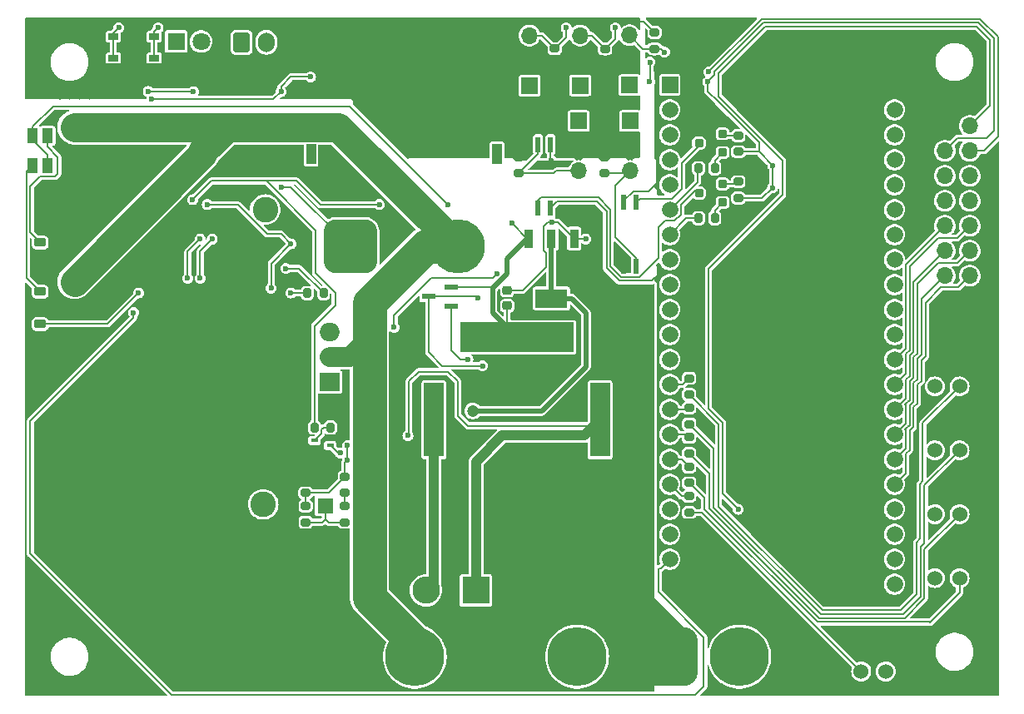
<source format=gbr>
%TF.GenerationSoftware,KiCad,Pcbnew,8.0.4*%
%TF.CreationDate,2024-08-16T06:12:58+09:00*%
%TF.ProjectId,chibarobo_board_2024,63686962-6172-46f6-926f-5f626f617264,rev?*%
%TF.SameCoordinates,Original*%
%TF.FileFunction,Copper,L1,Top*%
%TF.FilePolarity,Positive*%
%FSLAX46Y46*%
G04 Gerber Fmt 4.6, Leading zero omitted, Abs format (unit mm)*
G04 Created by KiCad (PCBNEW 8.0.4) date 2024-08-16 06:12:58*
%MOMM*%
%LPD*%
G01*
G04 APERTURE LIST*
G04 Aperture macros list*
%AMRoundRect*
0 Rectangle with rounded corners*
0 $1 Rounding radius*
0 $2 $3 $4 $5 $6 $7 $8 $9 X,Y pos of 4 corners*
0 Add a 4 corners polygon primitive as box body*
4,1,4,$2,$3,$4,$5,$6,$7,$8,$9,$2,$3,0*
0 Add four circle primitives for the rounded corners*
1,1,$1+$1,$2,$3*
1,1,$1+$1,$4,$5*
1,1,$1+$1,$6,$7*
1,1,$1+$1,$8,$9*
0 Add four rect primitives between the rounded corners*
20,1,$1+$1,$2,$3,$4,$5,0*
20,1,$1+$1,$4,$5,$6,$7,0*
20,1,$1+$1,$6,$7,$8,$9,0*
20,1,$1+$1,$8,$9,$2,$3,0*%
%AMFreePoly0*
4,1,5,1.500000,-5.750000,-1.500000,-5.750000,-1.500000,5.750000,1.500000,5.750000,1.500000,-5.750000,1.500000,-5.750000,$1*%
%AMFreePoly1*
4,1,5,1.000000,-3.750000,-1.000000,-3.750000,-1.000000,3.750000,1.000000,3.750000,1.000000,-3.750000,1.000000,-3.750000,$1*%
G04 Aperture macros list end*
%TA.AperFunction,SMDPad,CuDef*%
%ADD10RoundRect,0.200000X0.250000X0.200000X-0.250000X0.200000X-0.250000X-0.200000X0.250000X-0.200000X0*%
%TD*%
%TA.AperFunction,SMDPad,CuDef*%
%ADD11RoundRect,0.225000X0.375000X-0.225000X0.375000X0.225000X-0.375000X0.225000X-0.375000X-0.225000X0*%
%TD*%
%TA.AperFunction,SMDPad,CuDef*%
%ADD12RoundRect,0.200000X-0.275000X0.200000X-0.275000X-0.200000X0.275000X-0.200000X0.275000X0.200000X0*%
%TD*%
%TA.AperFunction,ComponentPad*%
%ADD13R,1.000000X2.000000*%
%TD*%
%TA.AperFunction,ComponentPad*%
%ADD14RoundRect,1.375000X-1.375000X-1.375000X1.375000X-1.375000X1.375000X1.375000X-1.375000X1.375000X0*%
%TD*%
%TA.AperFunction,ComponentPad*%
%ADD15C,5.500000*%
%TD*%
%TA.AperFunction,ComponentPad*%
%ADD16R,1.524000X1.524000*%
%TD*%
%TA.AperFunction,ComponentPad*%
%ADD17C,1.524000*%
%TD*%
%TA.AperFunction,SMDPad,CuDef*%
%ADD18RoundRect,0.200000X0.275000X-0.200000X0.275000X0.200000X-0.275000X0.200000X-0.275000X-0.200000X0*%
%TD*%
%TA.AperFunction,ComponentPad*%
%ADD19R,1.700000X1.700000*%
%TD*%
%TA.AperFunction,ComponentPad*%
%ADD20O,1.700000X1.700000*%
%TD*%
%TA.AperFunction,ComponentPad*%
%ADD21FreePoly0,180.000000*%
%TD*%
%TA.AperFunction,ComponentPad*%
%ADD22FreePoly1,180.000000*%
%TD*%
%TA.AperFunction,ComponentPad*%
%ADD23FreePoly0,270.000000*%
%TD*%
%TA.AperFunction,SMDPad,CuDef*%
%ADD24R,1.100000X1.500000*%
%TD*%
%TA.AperFunction,SMDPad,CuDef*%
%ADD25RoundRect,0.137500X0.137500X-0.662500X0.137500X0.662500X-0.137500X0.662500X-0.137500X-0.662500X0*%
%TD*%
%TA.AperFunction,SMDPad,CuDef*%
%ADD26RoundRect,0.137500X-0.137500X0.662500X-0.137500X-0.662500X0.137500X-0.662500X0.137500X0.662500X0*%
%TD*%
%TA.AperFunction,SMDPad,CuDef*%
%ADD27RoundRect,0.200000X-0.200000X-0.275000X0.200000X-0.275000X0.200000X0.275000X-0.200000X0.275000X0*%
%TD*%
%TA.AperFunction,SMDPad,CuDef*%
%ADD28R,0.800000X0.400000*%
%TD*%
%TA.AperFunction,ComponentPad*%
%ADD29RoundRect,0.250000X-0.600000X-0.750000X0.600000X-0.750000X0.600000X0.750000X-0.600000X0.750000X0*%
%TD*%
%TA.AperFunction,ComponentPad*%
%ADD30O,1.700000X2.000000*%
%TD*%
%TA.AperFunction,ComponentPad*%
%ADD31RoundRect,1.500000X-1.500000X-1.500000X1.500000X-1.500000X1.500000X1.500000X-1.500000X1.500000X0*%
%TD*%
%TA.AperFunction,ComponentPad*%
%ADD32C,6.000000*%
%TD*%
%TA.AperFunction,ComponentPad*%
%ADD33R,2.800000X2.800000*%
%TD*%
%TA.AperFunction,ComponentPad*%
%ADD34O,2.800000X2.800000*%
%TD*%
%TA.AperFunction,WasherPad*%
%ADD35C,2.600000*%
%TD*%
%TA.AperFunction,SMDPad,CuDef*%
%ADD36RoundRect,0.225000X-0.250000X0.225000X-0.250000X-0.225000X0.250000X-0.225000X0.250000X0.225000X0*%
%TD*%
%TA.AperFunction,SMDPad,CuDef*%
%ADD37R,0.950000X1.900000*%
%TD*%
%TA.AperFunction,SMDPad,CuDef*%
%ADD38R,3.250000X1.900000*%
%TD*%
%TA.AperFunction,SMDPad,CuDef*%
%ADD39R,1.050000X0.650000*%
%TD*%
%TA.AperFunction,SMDPad,CuDef*%
%ADD40RoundRect,0.200000X0.200000X0.275000X-0.200000X0.275000X-0.200000X-0.275000X0.200000X-0.275000X0*%
%TD*%
%TA.AperFunction,SMDPad,CuDef*%
%ADD41R,1.450000X0.600000*%
%TD*%
%TA.AperFunction,ComponentPad*%
%ADD42R,1.665000X1.665000*%
%TD*%
%TA.AperFunction,ComponentPad*%
%ADD43C,1.665000*%
%TD*%
%TA.AperFunction,ComponentPad*%
%ADD44R,2.000000X1.905000*%
%TD*%
%TA.AperFunction,ComponentPad*%
%ADD45O,2.000000X1.905000*%
%TD*%
%TA.AperFunction,ComponentPad*%
%ADD46R,1.800000X1.800000*%
%TD*%
%TA.AperFunction,ComponentPad*%
%ADD47C,1.800000*%
%TD*%
%TA.AperFunction,ComponentPad*%
%ADD48R,1.600000X1.600000*%
%TD*%
%TA.AperFunction,ComponentPad*%
%ADD49C,1.600000*%
%TD*%
%TA.AperFunction,ComponentPad*%
%ADD50R,2.000000X2.000000*%
%TD*%
%TA.AperFunction,ComponentPad*%
%ADD51C,2.000000*%
%TD*%
%TA.AperFunction,ViaPad*%
%ADD52C,0.600000*%
%TD*%
%TA.AperFunction,ViaPad*%
%ADD53C,1.200000*%
%TD*%
%TA.AperFunction,Conductor*%
%ADD54C,0.200000*%
%TD*%
%TA.AperFunction,Conductor*%
%ADD55C,3.500000*%
%TD*%
%TA.AperFunction,Conductor*%
%ADD56C,1.000000*%
%TD*%
%TA.AperFunction,Conductor*%
%ADD57C,3.000000*%
%TD*%
%TA.AperFunction,Conductor*%
%ADD58C,2.000000*%
%TD*%
%TA.AperFunction,Conductor*%
%ADD59C,0.500000*%
%TD*%
G04 APERTURE END LIST*
D10*
%TO.P,Q7,1*%
%TO.N,Net-(Q7-Pad1)*%
X171403427Y-69289513D03*
%TO.P,Q7,2*%
%TO.N,Net-(Q7-Pad2)*%
X171403427Y-67389513D03*
%TO.P,Q7,3*%
%TO.N,Net-(Q7-Pad3)*%
X169003427Y-68339513D03*
%TD*%
%TO.P,Q6,1*%
%TO.N,Net-(Q6-Pad1)*%
X171398682Y-64199293D03*
%TO.P,Q6,2*%
%TO.N,Net-(Q6-Pad2)*%
X171398682Y-62299293D03*
%TO.P,Q6,3*%
%TO.N,Net-(Q6-Pad3)*%
X168998682Y-63249293D03*
%TD*%
D11*
%TO.P,D3,1,K*%
%TO.N,GNDPWR*%
X102000000Y-76650000D03*
%TO.P,D3,2,A*%
%TO.N,Net-(D2-A2)*%
X102000000Y-73350000D03*
%TD*%
D12*
%TO.P,R30,1*%
%TO.N,/DCMotor/PWM2*%
X168000000Y-90175000D03*
%TO.P,R30,2*%
%TO.N,Net-(J10-Pin_2)*%
X168000000Y-91825000D03*
%TD*%
%TO.P,R23,1*%
%TO.N,+7.5V*%
X159380110Y-64675000D03*
%TO.P,R23,2*%
%TO.N,Net-(J5-Pin_3)*%
X159380110Y-66325000D03*
%TD*%
D13*
%TO.P,J16,*%
%TO.N,*%
X129550000Y-64350000D03*
X148450000Y-64350000D03*
D14*
%TO.P,J16,1,Pin_1*%
%TO.N,-BATT*%
X133550000Y-73750000D03*
D15*
%TO.P,J16,2,Pin_2*%
%TO.N,+BATT*%
X144450000Y-73750000D03*
%TD*%
D16*
%TO.P,J10,1,Pin_1*%
%TO.N,GND*%
X198000000Y-94500000D03*
D17*
%TO.P,J10,2,Pin_2*%
%TO.N,Net-(J10-Pin_2)*%
X195500000Y-94500000D03*
%TO.P,J10,3,Pin_3*%
%TO.N,Net-(J10-Pin_3)*%
X193000000Y-94500000D03*
%TD*%
D12*
%TO.P,R32,1*%
%TO.N,/DCMotor/PWM3*%
X168000000Y-93175000D03*
%TO.P,R32,2*%
%TO.N,Net-(J12-Pin_2)*%
X168000000Y-94825000D03*
%TD*%
D18*
%TO.P,R5,1*%
%TO.N,Net-(R4-Pad2)*%
X133000000Y-98825000D03*
%TO.P,R5,2*%
%TO.N,/ActuatorPowerSupply/FB*%
X133000000Y-97175000D03*
%TD*%
D16*
%TO.P,J14,1,Pin_1*%
%TO.N,GND*%
X183000000Y-117000000D03*
D17*
%TO.P,J14,2,Pin_2*%
%TO.N,Net-(J14-Pin_2)*%
X185500000Y-117000000D03*
%TO.P,J14,3,Pin_3*%
%TO.N,Net-(J14-Pin_3)*%
X188000000Y-117000000D03*
%TD*%
D19*
%TO.P,J1,1,Pin_1*%
%TO.N,GND*%
X193997513Y-61494733D03*
D20*
%TO.P,J1,2,Pin_2*%
%TO.N,+5V*%
X196537513Y-61494733D03*
%TO.P,J1,3,Pin_3*%
%TO.N,+3.3V*%
X193997513Y-64034733D03*
%TO.P,J1,4,Pin_4*%
%TO.N,~{EMS}_{INFO}*%
X196537513Y-64034733D03*
%TO.P,J1,5,Pin_5*%
%TO.N,Net-(IC1-41)*%
X193997513Y-66574733D03*
%TO.P,J1,6,Pin_6*%
%TO.N,Net-(IC1-40)*%
X196537513Y-66574733D03*
%TO.P,J1,7,Pin_7*%
%TO.N,Net-(IC1-39)*%
X193997513Y-69114733D03*
%TO.P,J1,8,Pin_8*%
%TO.N,Net-(IC1-38)*%
X196537513Y-69114733D03*
%TO.P,J1,9,Pin_9*%
%TO.N,Net-(IC1-37)*%
X193997513Y-71654733D03*
%TO.P,J1,10,Pin_10*%
%TO.N,Net-(IC1-36)*%
X196537513Y-71654733D03*
%TO.P,J1,11,Pin_11*%
%TO.N,Net-(IC1-35)*%
X193997513Y-74194733D03*
%TO.P,J1,12,Pin_12*%
%TO.N,Net-(IC1-34)*%
X196537513Y-74194733D03*
%TO.P,J1,13,Pin_13*%
%TO.N,Net-(IC1-33)*%
X193997513Y-76734733D03*
%TO.P,J1,14,Pin_14*%
%TO.N,Net-(IC1-26)*%
X196537513Y-76734733D03*
%TD*%
D16*
%TO.P,J13,1,Pin_1*%
%TO.N,GND*%
X198000000Y-107500000D03*
D17*
%TO.P,J13,2,Pin_2*%
%TO.N,Net-(J13-Pin_2)*%
X195500000Y-107500000D03*
%TO.P,J13,3,Pin_3*%
%TO.N,Net-(J13-Pin_3)*%
X193000000Y-107500000D03*
%TD*%
D21*
%TO.P,K1,30*%
%TO.N,GNDPWR*%
X150500000Y-100900000D03*
D22*
%TO.P,K1,85*%
%TO.N,Net-(D8-A)*%
X142050000Y-91400000D03*
%TO.P,K1,86*%
%TO.N,+BATT*%
X158950000Y-91400000D03*
D23*
%TO.P,K1,87*%
%TO.N,-BATT*%
X150500000Y-83000000D03*
%TD*%
D24*
%TO.P,D2,1,A1*%
%TO.N,Net-(D1-A)*%
X101250000Y-65500000D03*
%TO.P,D2,2,K1*%
%TO.N,/PowerSupply/SAFE_+BATT*%
X101250000Y-62500000D03*
%TO.P,D2,3,A2*%
%TO.N,Net-(D2-A2)*%
X102750000Y-62500000D03*
%TO.P,D2,4,K2*%
%TO.N,/PowerSupply/SAFE_+BATT*%
X102750000Y-65500000D03*
%TD*%
D18*
%TO.P,R11,1*%
%TO.N,/ActuatorPowerSupply/FB*%
X128997541Y-98831399D03*
%TO.P,R11,2*%
%TO.N,GNDPWR*%
X128997541Y-97181399D03*
%TD*%
D12*
%TO.P,R14,1*%
%TO.N,+7.5V*%
X164500000Y-52000000D03*
%TO.P,R14,2*%
%TO.N,Net-(J2-Pin_3)*%
X164500000Y-53650000D03*
%TD*%
D25*
%TO.P,U5,1*%
%TO.N,Net-(Q7-Pad3)*%
X152627632Y-69885143D03*
%TO.P,U5,2*%
%TO.N,GND*%
X153897632Y-69885143D03*
%TO.P,U5,3*%
%TO.N,GNDPWR*%
X153897632Y-63385143D03*
%TO.P,U5,4*%
%TO.N,Net-(J6-Pin_3)*%
X152627632Y-63385143D03*
%TD*%
D18*
%TO.P,R22,1*%
%TO.N,+3.3V*%
X173000743Y-64125149D03*
%TO.P,R22,2*%
%TO.N,Net-(Q6-Pad2)*%
X173000743Y-62475149D03*
%TD*%
D26*
%TO.P,U4,1*%
%TO.N,Net-(Q6-Pad3)*%
X162635000Y-69250000D03*
%TO.P,U4,2*%
%TO.N,GND*%
X161365000Y-69250000D03*
%TO.P,U4,3*%
%TO.N,GNDPWR*%
X161365000Y-75750000D03*
%TO.P,U4,4*%
%TO.N,Net-(J5-Pin_3)*%
X162635000Y-75750000D03*
%TD*%
D27*
%TO.P,R62,1*%
%TO.N,MS*%
X129898893Y-92180854D03*
%TO.P,R62,2*%
%TO.N,Net-(Q15-G)*%
X131548893Y-92180854D03*
%TD*%
D12*
%TO.P,R17,1*%
%TO.N,+7.5V*%
X159448085Y-52009604D03*
%TO.P,R17,2*%
%TO.N,Net-(J3-Pin_3)*%
X159448085Y-53659604D03*
%TD*%
D28*
%TO.P,Q15,1,G*%
%TO.N,Net-(Q15-G)*%
X129900000Y-93500000D03*
%TO.P,Q15,2,D*%
%TO.N,GNDPWR*%
X129900000Y-94500000D03*
%TO.P,Q15,3,S*%
%TO.N,Net-(IC2-GND)*%
X131500000Y-94000000D03*
%TD*%
D29*
%TO.P,J15,1,Pin_1*%
%TO.N,GND*%
X122500000Y-53000000D03*
D30*
%TO.P,J15,2,Pin_2*%
%TO.N,Net-(IC5-2A)*%
X125000000Y-53000000D03*
%TD*%
D19*
%TO.P,J2,1,Pin_1*%
%TO.N,GNDPWR*%
X161948959Y-57363564D03*
D20*
%TO.P,J2,2,Pin_2*%
%TO.N,+7.5V*%
X161948959Y-54823564D03*
%TO.P,J2,3,Pin_3*%
%TO.N,Net-(J2-Pin_3)*%
X161948959Y-52283564D03*
%TD*%
D19*
%TO.P,J4,1,Pin_1*%
%TO.N,GNDPWR*%
X151768554Y-57385064D03*
D20*
%TO.P,J4,2,Pin_2*%
%TO.N,+7.5V*%
X151768554Y-54845064D03*
%TO.P,J4,3,Pin_3*%
%TO.N,Net-(J4-Pin_3)*%
X151768554Y-52305064D03*
%TD*%
D31*
%TO.P,J9,1,Pin_1*%
%TO.N,GNDPWR*%
X149400000Y-115500000D03*
D32*
%TO.P,J9,2,Pin_2*%
%TO.N,+BATT*%
X156600000Y-115500000D03*
%TD*%
D16*
%TO.P,J12,1,Pin_1*%
%TO.N,GND*%
X198000000Y-101000000D03*
D17*
%TO.P,J12,2,Pin_2*%
%TO.N,Net-(J12-Pin_2)*%
X195500000Y-101000000D03*
%TO.P,J12,3,Pin_3*%
%TO.N,Net-(J12-Pin_3)*%
X193000000Y-101000000D03*
%TD*%
D33*
%TO.P,D8,1,K*%
%TO.N,+BATT*%
X146319950Y-108748157D03*
D34*
%TO.P,D8,2,A*%
%TO.N,Net-(D8-A)*%
X141239950Y-108748157D03*
%TD*%
D31*
%TO.P,J11,1,Pin_1*%
%TO.N,GNDPWR*%
X132900000Y-115500000D03*
D32*
%TO.P,J11,2,Pin_2*%
%TO.N,+BATT*%
X140100000Y-115500000D03*
%TD*%
D19*
%TO.P,J6,1,Pin_1*%
%TO.N,GNDPWR*%
X156776836Y-61000178D03*
D20*
%TO.P,J6,2,Pin_2*%
%TO.N,+7.5V*%
X156776836Y-63540178D03*
%TO.P,J6,3,Pin_3*%
%TO.N,Net-(J6-Pin_3)*%
X156776836Y-66080178D03*
%TD*%
D35*
%TO.P,HS1,*%
%TO.N,*%
X124687500Y-100000000D03*
X124887500Y-70000000D03*
%TD*%
D11*
%TO.P,D1,1,K*%
%TO.N,-BATT*%
X102000000Y-81650000D03*
%TO.P,D1,2,A*%
%TO.N,Net-(D1-A)*%
X102000000Y-78350000D03*
%TD*%
D19*
%TO.P,J5,1,Pin_1*%
%TO.N,GNDPWR*%
X162000000Y-61000000D03*
D20*
%TO.P,J5,2,Pin_2*%
%TO.N,+7.5V*%
X162000000Y-63540000D03*
%TO.P,J5,3,Pin_3*%
%TO.N,Net-(J5-Pin_3)*%
X162000000Y-66080000D03*
%TD*%
D36*
%TO.P,C19,1*%
%TO.N,Net-(D9-K)*%
X149500000Y-78225000D03*
%TO.P,C19,2*%
%TO.N,-BATT*%
X149500000Y-79775000D03*
%TD*%
D37*
%TO.P,Q14,1,G*%
%TO.N,Net-(D9-K)*%
X156300000Y-72950000D03*
%TO.P,Q14,2,D_1*%
%TO.N,Net-(D8-A)*%
X154000000Y-72950000D03*
%TO.P,Q14,3,S*%
%TO.N,-BATT*%
X151700000Y-72950000D03*
D38*
%TO.P,Q14,4,D_2*%
%TO.N,Net-(D8-A)*%
X154000000Y-79050000D03*
%TD*%
D12*
%TO.P,R36,1*%
%TO.N,/DCMotor/PWM5*%
X168000000Y-99175000D03*
%TO.P,R36,2*%
%TO.N,Net-(J14-Pin_2)*%
X168000000Y-100825000D03*
%TD*%
D39*
%TO.P,S1,1,1*%
%TO.N,GND*%
X109425000Y-52425000D03*
%TO.P,S1,2,2*%
%TO.N,Net-(IC5-1A)*%
X113575000Y-52425000D03*
%TO.P,S1,3,3*%
%TO.N,GND*%
X109425000Y-54575000D03*
%TO.P,S1,4,4*%
%TO.N,Net-(IC5-1A)*%
X113575000Y-54575000D03*
%TD*%
D18*
%TO.P,R25,1*%
%TO.N,+3.3V*%
X173000000Y-68825000D03*
%TO.P,R25,2*%
%TO.N,Net-(Q7-Pad2)*%
X173000000Y-67175000D03*
%TD*%
D40*
%TO.P,R38,1*%
%TO.N,/PowerSupply/LOGPWR*%
X130825000Y-78500000D03*
%TO.P,R38,2*%
%TO.N,Net-(U6A-~{CLR})*%
X129175000Y-78500000D03*
%TD*%
D12*
%TO.P,R26,1*%
%TO.N,+7.5V*%
X150693174Y-64675000D03*
%TO.P,R26,2*%
%TO.N,Net-(J6-Pin_3)*%
X150693174Y-66325000D03*
%TD*%
D41*
%TO.P,Q12,1,BASE*%
%TO.N,Net-(Q12-BASE)*%
X143836443Y-79814947D03*
%TO.P,Q12,2,EMITTER*%
%TO.N,-BATT*%
X143836443Y-77914947D03*
%TO.P,Q12,3,COLLECTOR*%
%TO.N,Net-(D10-K)*%
X141536443Y-78864947D03*
%TD*%
D42*
%TO.P,IC1,J111,3V3*%
%TO.N,+3.3V*%
X166035000Y-57325000D03*
D43*
%TO.P,IC1,J112,0*%
%TO.N,unconnected-(IC1-0-PadJ112)*%
X166035000Y-59865000D03*
%TO.P,IC1,J113,1*%
%TO.N,/Servo/Servo1*%
X166035000Y-62405000D03*
%TO.P,IC1,J114,2*%
%TO.N,/Servo/Servo2*%
X166035000Y-64945000D03*
%TO.P,IC1,J115,3*%
%TO.N,/Servo/Servo3*%
X166035000Y-67485000D03*
%TO.P,IC1,J116,4*%
%TO.N,/Servo/Servo4*%
X166035000Y-70025000D03*
%TO.P,IC1,J117,5*%
%TO.N,/Servo/Servo5*%
X166035000Y-72565000D03*
%TO.P,IC1,J118,6*%
%TO.N,/DCMotor/DIR1*%
X166035000Y-75105000D03*
%TO.P,IC1,J119,7*%
%TO.N,/DCMotor/DIR2*%
X166035000Y-77645000D03*
%TO.P,IC1,J120,8*%
%TO.N,/DCMotor/DIR3*%
X166035000Y-80185000D03*
%TO.P,IC1,J121,9*%
%TO.N,/DCMotor/DIR4*%
X166035000Y-82725000D03*
%TO.P,IC1,J122,10*%
%TO.N,/DCMotor/DIR5*%
X166035000Y-85265000D03*
%TO.P,IC1,J123,11*%
%TO.N,/DCMotor/PWM1*%
X166035000Y-87805000D03*
%TO.P,IC1,J124,12*%
%TO.N,/DCMotor/PWM2*%
X166035000Y-90345000D03*
%TO.P,IC1,J125,13*%
%TO.N,/DCMotor/PWM3*%
X166035000Y-92885000D03*
%TO.P,IC1,J126,14*%
%TO.N,/DCMotor/PWM4*%
X166035000Y-95425000D03*
%TO.P,IC1,J127,15*%
%TO.N,/DCMotor/PWM5*%
X166035000Y-97965000D03*
%TO.P,IC1,J128,16*%
%TO.N,unconnected-(IC1-16-PadJ128)*%
X166035000Y-100505000D03*
%TO.P,IC1,J129,17*%
%TO.N,unconnected-(IC1-17-PadJ129)*%
X166035000Y-103045000D03*
%TO.P,IC1,J130,5V*%
%TO.N,+5V*%
X166035000Y-105585000D03*
%TO.P,IC1,J131,G_1*%
%TO.N,GND*%
X166035000Y-108125000D03*
%TO.P,IC1,J311,G_2*%
X188895000Y-57325000D03*
%TO.P,IC1,J312,RST*%
%TO.N,unconnected-(IC1-RST-PadJ312)*%
X188895000Y-59865000D03*
%TO.P,IC1,J313,46*%
%TO.N,unconnected-(IC1-46-PadJ313)*%
X188895000Y-62405000D03*
%TO.P,IC1,J314,45*%
%TO.N,unconnected-(IC1-45-PadJ314)*%
X188895000Y-64945000D03*
%TO.P,IC1,J315,RX*%
%TO.N,unconnected-(IC1-RX-PadJ315)*%
X188895000Y-67485000D03*
%TO.P,IC1,J316,TX*%
%TO.N,unconnected-(IC1-TX-PadJ316)*%
X188895000Y-70025000D03*
%TO.P,IC1,J317,42*%
%TO.N,~{EMS}_{INFO}*%
X188895000Y-72565000D03*
%TO.P,IC1,J318,41*%
%TO.N,Net-(IC1-41)*%
X188895000Y-75105000D03*
%TO.P,IC1,J319,40*%
%TO.N,Net-(IC1-40)*%
X188895000Y-77645000D03*
%TO.P,IC1,J320,39*%
%TO.N,Net-(IC1-39)*%
X188895000Y-80185000D03*
%TO.P,IC1,J321,38*%
%TO.N,Net-(IC1-38)*%
X188895000Y-82725000D03*
%TO.P,IC1,J322,37*%
%TO.N,Net-(IC1-37)*%
X188895000Y-85265000D03*
%TO.P,IC1,J323,36*%
%TO.N,Net-(IC1-36)*%
X188895000Y-87805000D03*
%TO.P,IC1,J324,35*%
%TO.N,Net-(IC1-35)*%
X188895000Y-90345000D03*
%TO.P,IC1,J325,34*%
%TO.N,Net-(IC1-34)*%
X188895000Y-92885000D03*
%TO.P,IC1,J326,33*%
%TO.N,Net-(IC1-33)*%
X188895000Y-95425000D03*
%TO.P,IC1,J327,26*%
%TO.N,Net-(IC1-26)*%
X188895000Y-97965000D03*
%TO.P,IC1,J328,21*%
%TO.N,unconnected-(IC1-21-PadJ328)*%
X188895000Y-100505000D03*
%TO.P,IC1,J329,20*%
%TO.N,unconnected-(IC1-20-PadJ329)*%
X188895000Y-103045000D03*
%TO.P,IC1,J330,19*%
%TO.N,unconnected-(IC1-19-PadJ330)*%
X188895000Y-105585000D03*
%TO.P,IC1,J331,18*%
%TO.N,unconnected-(IC1-18-PadJ331)*%
X188895000Y-108125000D03*
%TD*%
D16*
%TO.P,J8,1,Pin_1*%
%TO.N,GND*%
X198000000Y-88000000D03*
D17*
%TO.P,J8,2,Pin_2*%
%TO.N,Net-(J8-Pin_2)*%
X195500000Y-88000000D03*
%TO.P,J8,3,Pin_3*%
%TO.N,Net-(J8-Pin_3)*%
X193000000Y-88000000D03*
%TD*%
D18*
%TO.P,R10,1*%
%TO.N,+7.5V*%
X129000000Y-101825000D03*
%TO.P,R10,2*%
%TO.N,/ActuatorPowerSupply/FB*%
X129000000Y-100175000D03*
%TD*%
D44*
%TO.P,Q1,1,G*%
%TO.N,Net-(IC2-HSDR)*%
X131445000Y-87540000D03*
D45*
%TO.P,Q1,2,D*%
%TO.N,+BATT*%
X131445000Y-85000000D03*
%TO.P,Q1,3,S*%
%TO.N,Net-(IC2-VSW)*%
X131445000Y-82460000D03*
%TD*%
D31*
%TO.P,J7,1,Pin_1*%
%TO.N,GNDPWR*%
X165900000Y-115500000D03*
D32*
%TO.P,J7,2,Pin_2*%
%TO.N,+BATT*%
X173100000Y-115500000D03*
%TD*%
D18*
%TO.P,R4,1*%
%TO.N,+7.5V*%
X133000000Y-101825000D03*
%TO.P,R4,2*%
%TO.N,Net-(R4-Pad2)*%
X133000000Y-100175000D03*
%TD*%
D12*
%TO.P,R28,1*%
%TO.N,/DCMotor/PWM1*%
X168000000Y-87175000D03*
%TO.P,R28,2*%
%TO.N,Net-(J8-Pin_2)*%
X168000000Y-88825000D03*
%TD*%
D19*
%TO.P,J3,1,Pin_1*%
%TO.N,GNDPWR*%
X156911870Y-57369899D03*
D20*
%TO.P,J3,2,Pin_2*%
%TO.N,+7.5V*%
X156911870Y-54829899D03*
%TO.P,J3,3,Pin_3*%
%TO.N,Net-(J3-Pin_3)*%
X156911870Y-52289899D03*
%TD*%
D27*
%TO.P,R21,1*%
%TO.N,/Servo/Servo4*%
X168956806Y-65801274D03*
%TO.P,R21,2*%
%TO.N,Net-(Q6-Pad1)*%
X170606806Y-65801274D03*
%TD*%
D46*
%TO.P,D5,1,K*%
%TO.N,Net-(D5-K)*%
X115828498Y-52898960D03*
D47*
%TO.P,D5,2,A*%
%TO.N,Net-(D5-A)*%
X118368498Y-52898960D03*
%TD*%
D12*
%TO.P,R20,1*%
%TO.N,+7.5V*%
X154338238Y-51983808D03*
%TO.P,R20,2*%
%TO.N,Net-(J4-Pin_3)*%
X154338238Y-53633808D03*
%TD*%
D27*
%TO.P,R24,1*%
%TO.N,/Servo/Servo5*%
X168956806Y-70876853D03*
%TO.P,R24,2*%
%TO.N,Net-(Q7-Pad1)*%
X170606806Y-70876853D03*
%TD*%
D12*
%TO.P,R34,1*%
%TO.N,/DCMotor/PWM4*%
X168000000Y-96175000D03*
%TO.P,R34,2*%
%TO.N,Net-(J13-Pin_2)*%
X168000000Y-97825000D03*
%TD*%
D48*
%TO.P,C8,1*%
%TO.N,+7.5V*%
X131000000Y-100152651D03*
D49*
%TO.P,C8,2*%
%TO.N,GNDPWR*%
X131000000Y-96652651D03*
%TD*%
D50*
%TO.P,C5,1*%
%TO.N,+BATT*%
X105500000Y-77367677D03*
D51*
%TO.P,C5,2*%
%TO.N,GNDPWR*%
X105500000Y-72367677D03*
%TD*%
D50*
%TO.P,C4,1*%
%TO.N,+BATT*%
X105500000Y-61632323D03*
D51*
%TO.P,C4,2*%
%TO.N,GNDPWR*%
X105500000Y-66632323D03*
%TD*%
D52*
%TO.N,/ActuatorPowerSupply/FB*%
X133250000Y-94000000D03*
X133250000Y-95500000D03*
%TO.N,GNDPWR*%
X106000000Y-91000000D03*
X162500000Y-106000000D03*
X153500000Y-86500000D03*
X161500000Y-105000000D03*
X107000000Y-68000000D03*
X153000000Y-102000000D03*
X162500000Y-103000000D03*
X161500000Y-98000000D03*
X161500000Y-96000000D03*
X163500000Y-83000000D03*
X161500000Y-97000000D03*
X162500000Y-102000000D03*
X102000000Y-117500000D03*
X162500000Y-91000000D03*
X161500000Y-79000000D03*
X162500000Y-92000000D03*
X127500000Y-116500000D03*
X162500000Y-85000000D03*
X161500000Y-103000000D03*
X162500000Y-96000000D03*
X163500000Y-91000000D03*
X130000000Y-110500000D03*
X131347155Y-89706143D03*
X161500000Y-85000000D03*
X113500000Y-94500000D03*
X131492466Y-93227365D03*
X107000000Y-96000000D03*
X161500000Y-88000000D03*
X163500000Y-103000000D03*
X163500000Y-102000000D03*
X161500000Y-107000000D03*
X105000000Y-83000000D03*
X162500000Y-97000000D03*
X162500000Y-98000000D03*
X115000000Y-96500000D03*
X161500000Y-101000000D03*
X163500000Y-95000000D03*
X163500000Y-87000000D03*
X163500000Y-93000000D03*
X162500000Y-100000000D03*
X161500000Y-86000000D03*
X114000000Y-90500000D03*
X121500000Y-117500000D03*
X163500000Y-89000000D03*
X112500000Y-113000000D03*
X162500000Y-87000000D03*
X162500000Y-82000000D03*
X161500000Y-95000000D03*
X109000000Y-69500000D03*
X161500000Y-99000000D03*
X161500000Y-76000000D03*
X153991253Y-65000000D03*
X162500000Y-88000000D03*
X137000000Y-118000000D03*
X164021570Y-55000000D03*
X111000000Y-118000000D03*
X163500000Y-107000000D03*
X161500000Y-78000000D03*
X162500000Y-86000000D03*
X105000000Y-70000000D03*
X163500000Y-106000000D03*
X163500000Y-100000000D03*
X161500000Y-102000000D03*
X163500000Y-92000000D03*
X126000000Y-111500000D03*
X121500000Y-94500000D03*
X149500000Y-86000000D03*
X144500000Y-97000000D03*
X132000000Y-108500000D03*
X162500000Y-105000000D03*
X163500000Y-104000000D03*
X161500000Y-104000000D03*
X144000000Y-103500000D03*
X138650127Y-90098317D03*
X163500000Y-105000000D03*
X163500000Y-97000000D03*
X163500000Y-86000000D03*
X161500000Y-94000000D03*
X119000000Y-102000000D03*
X161500000Y-93000000D03*
X162500000Y-80000000D03*
X161500000Y-106000000D03*
X109500000Y-65000000D03*
X163500000Y-82000000D03*
X163500000Y-78000000D03*
X162500000Y-81000000D03*
X125500000Y-114500000D03*
X162500000Y-104000000D03*
X113500000Y-81500000D03*
X161500000Y-89000000D03*
X161500000Y-87000000D03*
X119500000Y-115000000D03*
X118000000Y-90000000D03*
X162500000Y-107000000D03*
X163500000Y-81000000D03*
X163500000Y-99000000D03*
X163500000Y-101000000D03*
X162500000Y-95000000D03*
X162500000Y-78000000D03*
X138000000Y-90723156D03*
X163500000Y-80000000D03*
X110500000Y-100000000D03*
X131500000Y-90752384D03*
X161500000Y-80000000D03*
X122000000Y-111500000D03*
X163500000Y-88000000D03*
X106500000Y-80000000D03*
X161500000Y-82000000D03*
X154500000Y-98500000D03*
X161500000Y-92000000D03*
X162500000Y-89000000D03*
X161500000Y-100000000D03*
X102500000Y-110500000D03*
X161500000Y-91000000D03*
X162500000Y-79000000D03*
X163500000Y-85000000D03*
X162500000Y-83000000D03*
X163500000Y-98000000D03*
X115500000Y-114500000D03*
X162500000Y-99000000D03*
X163500000Y-94000000D03*
X162500000Y-93000000D03*
X112500000Y-110500000D03*
X163500000Y-79000000D03*
X163500000Y-90000000D03*
X162500000Y-101000000D03*
X162500000Y-94000000D03*
X107500000Y-64500000D03*
X163500000Y-96000000D03*
X122000000Y-84000000D03*
X161500000Y-84000000D03*
X163500000Y-84000000D03*
X161500000Y-90000000D03*
X162500000Y-90000000D03*
X161500000Y-81000000D03*
X164000000Y-57000000D03*
X156500000Y-103500000D03*
X162500000Y-84000000D03*
X131500000Y-106000000D03*
X120000000Y-91000000D03*
X161500000Y-83000000D03*
%TO.N,+BATT*%
X139405000Y-93000000D03*
%TO.N,+7.5V*%
X105000000Y-52000000D03*
X106000000Y-58500000D03*
X101000000Y-57500000D03*
X103000000Y-57500000D03*
X106000000Y-52000000D03*
X104000000Y-57500000D03*
X101000000Y-54000000D03*
X103000000Y-52000000D03*
X101000000Y-51000000D03*
X102000000Y-56000000D03*
X107000000Y-58500000D03*
X101000000Y-55000000D03*
X101000000Y-56000000D03*
X107000000Y-52000000D03*
X103000000Y-51000000D03*
X101000000Y-58500000D03*
X101000000Y-53000000D03*
X106000000Y-51000000D03*
X102000000Y-54000000D03*
X106000000Y-57500000D03*
X104000000Y-58500000D03*
X104000000Y-51000000D03*
X105000000Y-58500000D03*
X107000000Y-51000000D03*
X102000000Y-52000000D03*
X107000000Y-57500000D03*
X104000000Y-52000000D03*
X101000000Y-52000000D03*
X102000000Y-58500000D03*
X102000000Y-53000000D03*
X102000000Y-51000000D03*
X102000000Y-57500000D03*
X105000000Y-57500000D03*
X102000000Y-55000000D03*
X103000000Y-58500000D03*
X105000000Y-51000000D03*
%TO.N,-BATT*%
X112000000Y-78500000D03*
X149959882Y-71355126D03*
X126500000Y-67699177D03*
%TO.N,/PowerSupply/LOGPWR*%
X127000000Y-76000000D03*
%TO.N,/PowerSupply/SAFE_+BATT*%
X143500000Y-69500000D03*
%TO.N,GND*%
X168000000Y-58000000D03*
X169500000Y-74000000D03*
X165561396Y-51807678D03*
X198500000Y-116500000D03*
X174500000Y-65500000D03*
X168000000Y-106500000D03*
X168500000Y-73000000D03*
X167500000Y-62000000D03*
X169000000Y-59000000D03*
X178500000Y-54500000D03*
X166000000Y-52500000D03*
X171700206Y-52090415D03*
X199000000Y-75500000D03*
X170498966Y-50856884D03*
X168000000Y-72000000D03*
X194500000Y-80500000D03*
X170000000Y-73000000D03*
X181500000Y-85000000D03*
X171000000Y-61000000D03*
X170000000Y-59000000D03*
X167500000Y-60000000D03*
X183000000Y-89500000D03*
X165000000Y-76500000D03*
X110000000Y-51500000D03*
X184500000Y-105000000D03*
X172862696Y-52051666D03*
X169297726Y-50831051D03*
X166976817Y-54705637D03*
X178500000Y-75500000D03*
X169500000Y-75000000D03*
X167500000Y-61000000D03*
X170000000Y-113000000D03*
X170500000Y-74000000D03*
X174000000Y-79500000D03*
X180000000Y-52500000D03*
X170726556Y-72550632D03*
X172281451Y-52678119D03*
X171700206Y-50882717D03*
X179500000Y-59500000D03*
X165013501Y-54741158D03*
X191000000Y-117000000D03*
X191000000Y-53000000D03*
X176500000Y-118500000D03*
X169000000Y-69500000D03*
X172000000Y-107500000D03*
X172255618Y-51496254D03*
X167000000Y-52500000D03*
X168000000Y-70000000D03*
X183000000Y-99500000D03*
X198500000Y-67000000D03*
X171096874Y-51419788D03*
X166079117Y-54705637D03*
X172875613Y-50869801D03*
X198500000Y-112000000D03*
X170000000Y-72000000D03*
X170500000Y-119000000D03*
X183500000Y-57000000D03*
X170500000Y-60000000D03*
X175500000Y-66000000D03*
X169911263Y-51418754D03*
X169000000Y-72000000D03*
X168000000Y-59000000D03*
X166488518Y-51776104D03*
X167500000Y-63000000D03*
X183000000Y-69500000D03*
X183500000Y-78500000D03*
X173500000Y-51500000D03*
X174018728Y-50889175D03*
X167450084Y-51807678D03*
X166500000Y-54000000D03*
X179500000Y-114000000D03*
X182000000Y-63500000D03*
X170500000Y-52000000D03*
X172032733Y-61270117D03*
X174500000Y-68000000D03*
X197000000Y-59000000D03*
X171047920Y-52626453D03*
X176500000Y-86000000D03*
X177000000Y-95000000D03*
X169000000Y-58000000D03*
X167500000Y-54000000D03*
X178500000Y-101000000D03*
X185500000Y-53000000D03*
X171654251Y-65948582D03*
X167500000Y-73500000D03*
X171713123Y-53252906D03*
X196500000Y-82000000D03*
%TO.N,Net-(Q10-COLLECTOR)*%
X117600000Y-58000000D03*
X113000000Y-58000000D03*
%TO.N,+5V*%
X173000000Y-100500000D03*
X126500000Y-58000000D03*
X129500000Y-56500000D03*
X113367415Y-58794493D03*
X111500000Y-80500000D03*
%TO.N,Net-(D9-K)*%
X157500000Y-73000000D03*
X154016344Y-71268202D03*
D53*
%TO.N,Net-(D8-A)*%
X146000000Y-90500000D03*
D52*
%TO.N,~{EMS}_{INFO}*%
X170000000Y-56000000D03*
%TO.N,+3.3V*%
X169900000Y-57000000D03*
X176488856Y-67797176D03*
X176500000Y-65500000D03*
%TO.N,Net-(IC3-1Y)*%
X119500000Y-73000000D03*
X118270000Y-77000000D03*
%TO.N,/PowerSupply/~{EMS}*%
X117000000Y-77000000D03*
X119000000Y-69500000D03*
X125500000Y-78000000D03*
X127500000Y-73500000D03*
X118270000Y-73000000D03*
%TO.N,Net-(IC2-GND)*%
X132534086Y-94759521D03*
%TO.N,Net-(IC5-1A)*%
X114000000Y-51500000D03*
%TO.N,Net-(D10-K)*%
X146500000Y-79000000D03*
X147000000Y-85900000D03*
%TO.N,Net-(Q12-BASE)*%
X145500000Y-85266540D03*
%TO.N,Net-(J2-Pin_3)*%
X165500000Y-54000000D03*
%TO.N,Net-(J3-Pin_3)*%
X160500000Y-51500000D03*
%TO.N,Net-(J4-Pin_3)*%
X155500000Y-51500000D03*
%TO.N,Net-(Q11-BASE)*%
X138000000Y-82000000D03*
X148500000Y-76500000D03*
%TO.N,Net-(U6A-~{CLR})*%
X127500000Y-78500000D03*
%TO.N,MS*%
X136500000Y-69500000D03*
X117500000Y-69000000D03*
%TD*%
D54*
%TO.N,Net-(Q6-Pad1)*%
X170606806Y-64991169D02*
X171398682Y-64199293D01*
X170606806Y-65801274D02*
X170606806Y-64991169D01*
%TO.N,Net-(Q7-Pad1)*%
X170606806Y-70086134D02*
X171403427Y-69289513D01*
X170606806Y-70876853D02*
X170606806Y-70086134D01*
%TO.N,/Servo/Servo5*%
X167723147Y-70876853D02*
X168956806Y-70876853D01*
X166035000Y-72565000D02*
X167723147Y-70876853D01*
%TO.N,Net-(Q6-Pad3)*%
X168998682Y-63501318D02*
X168998682Y-63249293D01*
X167219903Y-67901694D02*
X167219903Y-65280097D01*
X167219903Y-65280097D02*
X168998682Y-63501318D01*
X166229097Y-68892500D02*
X167219903Y-67901694D01*
X162992500Y-68892500D02*
X166229097Y-68892500D01*
X162635000Y-69250000D02*
X162992500Y-68892500D01*
%TO.N,Net-(Q6-Pad2)*%
X171574538Y-62475149D02*
X173000743Y-62475149D01*
X171398682Y-62299293D02*
X171574538Y-62475149D01*
%TO.N,/ActuatorPowerSupply/FB*%
X129000000Y-98833858D02*
X128997541Y-98831399D01*
X133250000Y-95500000D02*
X133250000Y-94000000D01*
X133250000Y-95500000D02*
X133000000Y-95750000D01*
X131343601Y-98831399D02*
X133000000Y-97175000D01*
X133000000Y-95750000D02*
X133000000Y-97175000D01*
X128997541Y-98831399D02*
X131343601Y-98831399D01*
X129000000Y-100175000D02*
X129000000Y-98833858D01*
D55*
%TO.N,GNDPWR*%
X150500000Y-107500000D02*
X150500000Y-114400000D01*
X150500000Y-107500000D02*
X152500000Y-109500000D01*
D54*
X164021570Y-55000000D02*
X164021570Y-56978430D01*
D55*
X152500000Y-109500000D02*
X162000000Y-109500000D01*
D54*
X153897632Y-64906379D02*
X153991253Y-65000000D01*
X153906379Y-63406379D02*
X154000000Y-63500000D01*
X153897632Y-63385143D02*
X153897632Y-64906379D01*
X164021570Y-56978430D02*
X164000000Y-57000000D01*
D55*
X165900000Y-113400000D02*
X165900000Y-115500000D01*
D54*
X150500000Y-114400000D02*
X149400000Y-115500000D01*
D55*
X150500000Y-100900000D02*
X150500000Y-107500000D01*
D54*
X150500000Y-100900000D02*
X151300000Y-100900000D01*
D55*
X162000000Y-109500000D02*
X165900000Y-113400000D01*
D56*
%TO.N,+BATT*%
X149000000Y-93000000D02*
X157350000Y-93000000D01*
D55*
X135500000Y-80500000D02*
X135500000Y-83000000D01*
D57*
X121000000Y-61632323D02*
X118500000Y-61632323D01*
X144450000Y-73750000D02*
X132332323Y-61632323D01*
D55*
X141250000Y-73750000D02*
X135500000Y-79500000D01*
D54*
X145500000Y-92000000D02*
X158350000Y-92000000D01*
D56*
X157350000Y-93000000D02*
X158950000Y-91400000D01*
X146319950Y-97230050D02*
X146319950Y-95680050D01*
D54*
X144500000Y-87500000D02*
X144500000Y-91000000D01*
D55*
X142250000Y-73750000D02*
X141250000Y-73750000D01*
D58*
X133500000Y-85000000D02*
X131445000Y-85000000D01*
D55*
X140100000Y-114100000D02*
X140100000Y-115500000D01*
D54*
X143500000Y-86500000D02*
X144500000Y-87500000D01*
X158350000Y-92000000D02*
X158950000Y-91400000D01*
D57*
X132332323Y-61632323D02*
X121000000Y-61632323D01*
D54*
X144450000Y-73750000D02*
X142250000Y-73750000D01*
X139500000Y-87500000D02*
X140500000Y-86500000D01*
X144450000Y-73750000D02*
X141750000Y-73750000D01*
X144500000Y-91000000D02*
X145500000Y-92000000D01*
D57*
X118500000Y-64132323D02*
X121000000Y-61632323D01*
D54*
X140500000Y-86500000D02*
X143500000Y-86500000D01*
X139500000Y-92905000D02*
X139500000Y-87500000D01*
D57*
X118500000Y-61632323D02*
X105500000Y-61632323D01*
X118500000Y-64367677D02*
X105500000Y-77367677D01*
D54*
X139405000Y-93000000D02*
X139500000Y-92905000D01*
D58*
X135500000Y-83000000D02*
X133500000Y-85000000D01*
D55*
X135500000Y-83000000D02*
X135500000Y-109500000D01*
D56*
X146319950Y-95680050D02*
X149000000Y-93000000D01*
D55*
X135500000Y-109500000D02*
X140100000Y-114100000D01*
D56*
X146319950Y-108748157D02*
X146319950Y-97230050D01*
D57*
X118500000Y-64367677D02*
X118500000Y-64132323D01*
D55*
X135500000Y-79500000D02*
X135500000Y-80500000D01*
D54*
%TO.N,+7.5V*%
X131000000Y-100152651D02*
X131000000Y-101500000D01*
X130675000Y-101825000D02*
X129000000Y-101825000D01*
X159448085Y-51609604D02*
X159448085Y-52009604D01*
X164500000Y-52000000D02*
X163400000Y-50900000D01*
X131000000Y-101500000D02*
X130675000Y-101825000D01*
X131000000Y-101500000D02*
X131325000Y-101825000D01*
X163400000Y-50900000D02*
X160157689Y-50900000D01*
X131325000Y-101825000D02*
X133000000Y-101825000D01*
X160157689Y-50900000D02*
X159448085Y-51609604D01*
%TO.N,-BATT*%
X151700000Y-72950000D02*
X151550000Y-72950000D01*
X102000000Y-81650000D02*
X108850000Y-81650000D01*
X143836443Y-77914947D02*
X147914947Y-77914947D01*
D59*
X149500000Y-76560661D02*
X148060661Y-78000000D01*
D54*
X149959882Y-71355126D02*
X149959882Y-71359882D01*
X127499177Y-67699177D02*
X133550000Y-73750000D01*
X108850000Y-81650000D02*
X112000000Y-78500000D01*
X149959882Y-71359882D02*
X151550000Y-72950000D01*
X149500000Y-82000000D02*
X150500000Y-83000000D01*
X126500000Y-67699177D02*
X127499177Y-67699177D01*
D59*
X148000000Y-80500000D02*
X150500000Y-83000000D01*
D54*
X149500000Y-79775000D02*
X149500000Y-82000000D01*
D59*
X151550000Y-72950000D02*
X149500000Y-75000000D01*
X148000000Y-78000000D02*
X148000000Y-80500000D01*
X149500000Y-75000000D02*
X149500000Y-76560661D01*
D54*
%TO.N,/PowerSupply/LOGPWR*%
X128325000Y-76000000D02*
X127000000Y-76000000D01*
X130825000Y-78500000D02*
X128325000Y-76000000D01*
%TO.N,/PowerSupply/SAFE_+BATT*%
X103300000Y-59500000D02*
X101250000Y-61550000D01*
X133500000Y-59500000D02*
X103300000Y-59500000D01*
X101250000Y-62900000D02*
X101250000Y-62500000D01*
X102750000Y-65500000D02*
X102750000Y-64400000D01*
X143500000Y-69500000D02*
X133500000Y-59500000D01*
X101250000Y-61550000D02*
X101250000Y-62500000D01*
X102750000Y-64400000D02*
X101250000Y-62900000D01*
%TO.N,GND*%
X109425000Y-52425000D02*
X109425000Y-52500000D01*
X161365000Y-69097472D02*
X161365000Y-69250000D01*
X164250000Y-77250000D02*
X165000000Y-76500000D01*
X109425000Y-52500000D02*
X109425000Y-52075000D01*
X162312472Y-68150000D02*
X161365000Y-69097472D01*
X159600000Y-70500000D02*
X159600000Y-75973214D01*
X109425000Y-54575000D02*
X109425000Y-52425000D01*
X160876786Y-77250000D02*
X164250000Y-77250000D01*
X164728752Y-67271248D02*
X163850000Y-68150000D01*
X164728752Y-64439821D02*
X164728752Y-67271248D01*
X166802881Y-63697119D02*
X165471454Y-63697119D01*
X153897632Y-69885143D02*
X154597632Y-69185143D01*
X154597632Y-69185143D02*
X158500000Y-69185143D01*
X158500000Y-69185143D02*
X158619457Y-69185143D01*
X167500000Y-63000000D02*
X166802881Y-63697119D01*
X159600000Y-75973214D02*
X160876786Y-77250000D01*
X163850000Y-68150000D02*
X162312472Y-68150000D01*
X158619457Y-69185143D02*
X159600000Y-70165686D01*
X165471454Y-63697119D02*
X164728752Y-64439821D01*
X109425000Y-52075000D02*
X110000000Y-51500000D01*
X159600000Y-70165686D02*
X159600000Y-70500000D01*
%TO.N,Net-(Q10-COLLECTOR)*%
X117600000Y-58000000D02*
X113000000Y-58000000D01*
%TO.N,+5V*%
X101000000Y-105000000D02*
X101000000Y-91500000D01*
X164902500Y-108902500D02*
X169500000Y-113500000D01*
X111500000Y-81000000D02*
X111500000Y-80500000D01*
X198600000Y-52731372D02*
X198600000Y-59440000D01*
X198592246Y-59440000D02*
X196537513Y-61494733D01*
X177500000Y-68500000D02*
X177500000Y-65000000D01*
X171400000Y-91659314D02*
X170000000Y-90259314D01*
X126500000Y-58000000D02*
X126500000Y-57500000D01*
X101000000Y-91500000D02*
X111500000Y-81000000D01*
X169500000Y-118500000D02*
X168600000Y-119400000D01*
X168600000Y-119400000D02*
X115400000Y-119400000D01*
X170000000Y-76000000D02*
X177500000Y-68500000D01*
X164902500Y-106597500D02*
X164902500Y-108902500D01*
X165000000Y-106500000D02*
X164902500Y-106597500D01*
X169500000Y-113500000D02*
X169500000Y-118500000D01*
X115400000Y-119400000D02*
X101000000Y-105000000D01*
X170000000Y-90259314D02*
X170000000Y-76000000D01*
X165120000Y-106500000D02*
X165000000Y-106500000D01*
X177500000Y-65000000D02*
X171000000Y-58500000D01*
X166035000Y-105585000D02*
X165120000Y-106500000D01*
X198600000Y-59440000D02*
X198592246Y-59440000D01*
X175731372Y-51400000D02*
X197268628Y-51400000D01*
X126500000Y-57500000D02*
X127500000Y-56500000D01*
X173000000Y-100500000D02*
X171400000Y-98900000D01*
X197268628Y-51400000D02*
X198600000Y-52731372D01*
X171000000Y-58500000D02*
X171000000Y-56131372D01*
X113367415Y-58794493D02*
X125705507Y-58794493D01*
X127500000Y-56500000D02*
X129500000Y-56500000D01*
X171000000Y-56131372D02*
X175731372Y-51400000D01*
X125705507Y-58794493D02*
X126500000Y-58000000D01*
X171400000Y-98900000D02*
X171400000Y-91659314D01*
%TO.N,Net-(D9-K)*%
X154016344Y-71268202D02*
X154618202Y-71268202D01*
X154618202Y-71268202D02*
X156300000Y-72950000D01*
X151050000Y-78225000D02*
X149500000Y-78225000D01*
X153225000Y-71700000D02*
X153225000Y-74200000D01*
X154016344Y-71268202D02*
X153656798Y-71268202D01*
X157500000Y-73000000D02*
X157450000Y-72950000D01*
X153450000Y-74425000D02*
X153450000Y-75825000D01*
X153225000Y-74200000D02*
X153450000Y-74425000D01*
X156300000Y-72950000D02*
X157500000Y-73000000D01*
X153656798Y-71268202D02*
X153225000Y-71700000D01*
X153450000Y-75825000D02*
X151050000Y-78225000D01*
%TO.N,Net-(D1-A)*%
X100600000Y-66150000D02*
X100600000Y-76950000D01*
X101250000Y-65500000D02*
X100600000Y-66150000D01*
X100600000Y-76950000D02*
X102000000Y-78350000D01*
%TO.N,Net-(D2-A2)*%
X101971785Y-66666448D02*
X101000000Y-67638233D01*
X103800821Y-64650821D02*
X103800821Y-66349179D01*
X101000000Y-67638233D02*
X101000000Y-72350000D01*
X103483552Y-66666448D02*
X101971785Y-66666448D01*
X102750000Y-63600000D02*
X103800821Y-64650821D01*
X102750000Y-62500000D02*
X102750000Y-63600000D01*
X103800821Y-66349179D02*
X103483552Y-66666448D01*
X101000000Y-72350000D02*
X102000000Y-73350000D01*
D59*
%TO.N,Net-(D8-A)*%
X157500000Y-80500000D02*
X156050000Y-79050000D01*
X154000000Y-79050000D02*
X154000000Y-72950000D01*
D56*
X142050000Y-91400000D02*
X142050000Y-107938107D01*
D59*
X153000000Y-90500000D02*
X157500000Y-86000000D01*
X156050000Y-79050000D02*
X154000000Y-79050000D01*
X157500000Y-86000000D02*
X157500000Y-80500000D01*
X142050000Y-107938107D02*
X141239950Y-108748157D01*
X146000000Y-90500000D02*
X153000000Y-90500000D01*
D54*
%TO.N,/DCMotor/PWM5*%
X167245000Y-99175000D02*
X168000000Y-99175000D01*
X166035000Y-97965000D02*
X167245000Y-99175000D01*
%TO.N,/DCMotor/PWM4*%
X166035000Y-95425000D02*
X167250000Y-95425000D01*
X167250000Y-95425000D02*
X168000000Y-96175000D01*
%TO.N,/Servo/Servo4*%
X168872163Y-65654531D02*
X168872163Y-67187837D01*
X168872163Y-67187837D02*
X166035000Y-70025000D01*
%TO.N,Net-(IC1-36)*%
X190027500Y-84698186D02*
X190027500Y-86672500D01*
X195279700Y-72912546D02*
X193305386Y-72912546D01*
X190427500Y-75790432D02*
X190427500Y-84298186D01*
X193305386Y-72912546D02*
X190427500Y-75790432D01*
X196537513Y-71654733D02*
X195279700Y-72912546D01*
X190027500Y-86672500D02*
X188895000Y-87805000D01*
X190427500Y-84298186D02*
X190027500Y-84698186D01*
%TO.N,/DCMotor/PWM3*%
X167710000Y-92885000D02*
X168000000Y-93175000D01*
X166035000Y-92885000D02*
X167710000Y-92885000D01*
%TO.N,Net-(IC1-33)*%
X190027500Y-94292500D02*
X190027500Y-92415903D01*
X191227500Y-85195243D02*
X191627500Y-84795243D01*
X190827500Y-87667275D02*
X191227500Y-87267275D01*
X189978641Y-92367044D02*
X190193185Y-92152500D01*
X191627500Y-84795243D02*
X191627500Y-79104746D01*
X190427500Y-91918186D02*
X190427500Y-89943871D01*
X191627500Y-79104746D02*
X193997513Y-76734733D01*
X190827500Y-89543871D02*
X190827500Y-87667275D01*
X190027500Y-92415903D02*
X189978641Y-92367044D01*
X190193185Y-92152500D02*
X190427500Y-91918186D01*
X188895000Y-95425000D02*
X190027500Y-94292500D01*
X191227500Y-87267275D02*
X191227500Y-85195243D01*
X190427500Y-89943871D02*
X190827500Y-89543871D01*
%TO.N,Net-(IC1-35)*%
X190827500Y-77364746D02*
X193997513Y-74194733D01*
X190827500Y-84463872D02*
X190827500Y-77364746D01*
X190027500Y-89212500D02*
X190027500Y-87335903D01*
X190427500Y-84863872D02*
X190827500Y-84463872D01*
X188895000Y-90345000D02*
X190027500Y-89212500D01*
X190027500Y-87335903D02*
X190427500Y-86935903D01*
X190427500Y-86935903D02*
X190427500Y-84863872D01*
%TO.N,Net-(IC1-26)*%
X190427500Y-92483871D02*
X190427500Y-94458186D01*
X195390000Y-77890000D02*
X193610000Y-77890000D01*
X191227500Y-87832961D02*
X191227500Y-89709557D01*
X190827500Y-90109557D02*
X190827500Y-92083871D01*
X195390000Y-77890000D02*
X195390000Y-77882246D01*
X191227500Y-89709557D02*
X190827500Y-90109557D01*
X192027500Y-84960929D02*
X191627500Y-85360929D01*
X192027500Y-79472500D02*
X192027500Y-84960929D01*
X190027500Y-94858186D02*
X190027500Y-96832500D01*
X191627500Y-87432961D02*
X191227500Y-87832961D01*
X190027500Y-96832500D02*
X188895000Y-97965000D01*
X190427500Y-94458186D02*
X190027500Y-94858186D01*
X193610000Y-77890000D02*
X192027500Y-79472500D01*
X195390000Y-77882246D02*
X196537513Y-76734733D01*
X190827500Y-92083871D02*
X190427500Y-92483871D01*
X191627500Y-85360929D02*
X191627500Y-87432961D01*
%TO.N,Net-(IC1-34)*%
X190827500Y-85029558D02*
X190827500Y-87101589D01*
X193301659Y-75456273D02*
X191227500Y-77530432D01*
X190193185Y-89612500D02*
X189978641Y-89827044D01*
X196537513Y-74194733D02*
X195275973Y-75456273D01*
X190427500Y-87501589D02*
X190427500Y-89378186D01*
X190427500Y-89378186D02*
X190193185Y-89612500D01*
X190027500Y-91752500D02*
X188895000Y-92885000D01*
X191227500Y-77530432D02*
X191227500Y-84629558D01*
X190027500Y-89875903D02*
X190027500Y-91752500D01*
X191227500Y-84629558D02*
X190827500Y-85029558D01*
X190827500Y-87101589D02*
X190427500Y-87501589D01*
X189978641Y-89827044D02*
X190027500Y-89875903D01*
X195275973Y-75456273D02*
X193301659Y-75456273D01*
%TO.N,Net-(IC1-37)*%
X190027500Y-84132500D02*
X190027500Y-75624746D01*
X190027500Y-75624746D02*
X193997513Y-71654733D01*
X188895000Y-85265000D02*
X190027500Y-84132500D01*
%TO.N,~{EMS}_{INFO}*%
X199400000Y-62600000D02*
X197960000Y-64040000D01*
X197954733Y-64034733D02*
X196537513Y-64034733D01*
X175400000Y-50600000D02*
X197600000Y-50600000D01*
X199400000Y-52400000D02*
X199400000Y-62600000D01*
X170000000Y-56000000D02*
X175400000Y-50600000D01*
X197960000Y-64040000D02*
X197954733Y-64034733D01*
X197600000Y-50600000D02*
X199400000Y-52400000D01*
%TO.N,+3.3V*%
X170600000Y-56300000D02*
X169900000Y-57000000D01*
X176450223Y-67797176D02*
X176488856Y-67797176D01*
X175565686Y-51000000D02*
X170600000Y-55965686D01*
X169900000Y-57965686D02*
X169900000Y-57000000D01*
X199000000Y-52565686D02*
X197434314Y-51000000D01*
X176500000Y-65500000D02*
X176500000Y-67786032D01*
X170967157Y-59032843D02*
X175125149Y-63190834D01*
X170967157Y-59032843D02*
X169900000Y-57965686D01*
X175422399Y-68825000D02*
X176450223Y-67797176D01*
X176488856Y-67758543D02*
X176450223Y-67797176D01*
X176500000Y-67786032D02*
X176488856Y-67797176D01*
X198248468Y-62751532D02*
X199000000Y-62000000D01*
X173000000Y-68825000D02*
X175422399Y-68825000D01*
X193997513Y-64034733D02*
X195280714Y-62751532D01*
X176488856Y-67797176D02*
X176488856Y-67758543D01*
X199000000Y-62000000D02*
X199000000Y-52565686D01*
X175125149Y-64125149D02*
X176500000Y-65500000D01*
X197434314Y-51000000D02*
X175565686Y-51000000D01*
X173000743Y-64125149D02*
X175125149Y-64125149D01*
X175125149Y-63190834D02*
X175125149Y-64125149D01*
X195280714Y-62751532D02*
X198248468Y-62751532D01*
X170600000Y-55965686D02*
X170600000Y-56300000D01*
%TO.N,/DCMotor/PWM2*%
X166035000Y-90345000D02*
X167830000Y-90345000D01*
X167830000Y-90345000D02*
X168000000Y-90175000D01*
%TO.N,/DCMotor/PWM1*%
X167370000Y-87805000D02*
X168000000Y-87175000D01*
X166035000Y-87805000D02*
X167370000Y-87805000D01*
%TO.N,Net-(IC3-1Y)*%
X119500000Y-73000000D02*
X118270000Y-74230000D01*
X118270000Y-74230000D02*
X118270000Y-77000000D01*
%TO.N,/PowerSupply/~{EMS}*%
X125500000Y-75500000D02*
X125500000Y-78000000D01*
X118270000Y-73000000D02*
X117000000Y-74270000D01*
X122124758Y-69500000D02*
X125124758Y-72500000D01*
X125124758Y-72500000D02*
X126500000Y-72500000D01*
X119000000Y-69500000D02*
X122124758Y-69500000D01*
X127500000Y-73500000D02*
X125500000Y-75500000D01*
X126500000Y-72500000D02*
X127500000Y-73500000D01*
X117000000Y-74270000D02*
X117000000Y-77000000D01*
%TO.N,Net-(IC2-GND)*%
X132534086Y-94759521D02*
X132259521Y-94759521D01*
X132259521Y-94759521D02*
X131500000Y-94000000D01*
%TO.N,Net-(IC5-1A)*%
X113575000Y-52500000D02*
X113575000Y-51925000D01*
X113575000Y-51925000D02*
X114000000Y-51500000D01*
X113575000Y-52425000D02*
X113575000Y-54575000D01*
X113575000Y-52425000D02*
X113575000Y-52500000D01*
%TO.N,Net-(D10-K)*%
X142900000Y-85900000D02*
X141536443Y-84536443D01*
X146364947Y-78864947D02*
X146500000Y-79000000D01*
X147000000Y-85900000D02*
X142900000Y-85900000D01*
X141536443Y-78864947D02*
X146364947Y-78864947D01*
X141536443Y-84536443D02*
X141536443Y-78864947D01*
%TO.N,Net-(Q12-BASE)*%
X143836443Y-84336443D02*
X144766540Y-85266540D01*
X143836443Y-79814947D02*
X143836443Y-84336443D01*
X144766540Y-85266540D02*
X145500000Y-85266540D01*
%TO.N,Net-(J2-Pin_3)*%
X165150000Y-53650000D02*
X165500000Y-54000000D01*
X164500000Y-54000000D02*
X164500000Y-53650000D01*
X163315395Y-53650000D02*
X164500000Y-53650000D01*
X161948959Y-52283564D02*
X163315395Y-53650000D01*
X164500000Y-53650000D02*
X165150000Y-53650000D01*
%TO.N,Net-(J3-Pin_3)*%
X158078380Y-52289899D02*
X159448085Y-53659604D01*
X160500000Y-52650000D02*
X160500000Y-51500000D01*
X159500000Y-53650000D02*
X160500000Y-52650000D01*
X159500000Y-54000000D02*
X159500000Y-53650000D01*
X156911870Y-52289899D02*
X158078380Y-52289899D01*
%TO.N,Net-(J4-Pin_3)*%
X154338238Y-53633808D02*
X154366192Y-53633808D01*
X151768554Y-52305064D02*
X153009494Y-52305064D01*
X155500000Y-52500000D02*
X155500000Y-51500000D01*
X154338238Y-53844910D02*
X154338238Y-53633808D01*
X154366192Y-53633808D02*
X155500000Y-52500000D01*
X153009494Y-52305064D02*
X154338238Y-53633808D01*
%TO.N,Net-(J5-Pin_3)*%
X160500000Y-72815001D02*
X160500000Y-67580000D01*
X159380110Y-66325000D02*
X161755000Y-66325000D01*
X162635000Y-75750000D02*
X162635000Y-74950001D01*
X162635000Y-74950001D02*
X160500000Y-72815001D01*
X160500000Y-67580000D02*
X162000000Y-66080000D01*
X161755000Y-66325000D02*
X162000000Y-66080000D01*
%TO.N,Net-(J6-Pin_3)*%
X154255178Y-66325000D02*
X150693174Y-66325000D01*
X152627632Y-63385143D02*
X152627632Y-64390542D01*
X156776836Y-66080178D02*
X154500000Y-66080178D01*
X152627632Y-64390542D02*
X150693174Y-66325000D01*
X154500000Y-66080178D02*
X154255178Y-66325000D01*
%TO.N,Net-(J8-Pin_2)*%
X189500000Y-110767157D02*
X191138000Y-109129157D01*
X191772315Y-91727685D02*
X195500000Y-88000000D01*
X191138000Y-109129157D02*
X191138000Y-103862000D01*
X171000000Y-100237256D02*
X181529901Y-110767157D01*
X191772315Y-97662000D02*
X191772315Y-91727685D01*
X191500000Y-103500000D02*
X191500000Y-97934315D01*
X191500000Y-97934315D02*
X191772315Y-97662000D01*
X168000000Y-88825000D02*
X171000000Y-91825000D01*
X181529901Y-110767157D02*
X189500000Y-110767157D01*
X191138000Y-103862000D02*
X191500000Y-103500000D01*
X171000000Y-91825000D02*
X171000000Y-100237256D01*
%TO.N,Net-(J10-Pin_2)*%
X170500000Y-94325000D02*
X170500000Y-100302942D01*
X181364215Y-111167157D02*
X189767157Y-111167157D01*
X189767157Y-111167157D02*
X191538000Y-109396314D01*
X191538000Y-109396314D02*
X191538000Y-104338000D01*
X191538000Y-104338000D02*
X191938000Y-103938000D01*
X191938000Y-103938000D02*
X191938000Y-98062000D01*
X170500000Y-100302942D02*
X181364215Y-111167157D01*
X168000000Y-91825000D02*
X170500000Y-94325000D01*
X191938000Y-98062000D02*
X195500000Y-94500000D01*
%TO.N,Net-(J12-Pin_2)*%
X168000000Y-94825000D02*
X170065686Y-96890686D01*
X170065686Y-100434314D02*
X181198529Y-111567157D01*
X181198529Y-111567157D02*
X189932843Y-111567157D01*
X170065686Y-96890686D02*
X170065686Y-100434314D01*
X191938000Y-109562000D02*
X191938000Y-104562000D01*
X189932843Y-111567157D02*
X191938000Y-109562000D01*
X191938000Y-104562000D02*
X195500000Y-101000000D01*
%TO.N,Net-(J13-Pin_2)*%
X169532843Y-99357843D02*
X169532843Y-100467157D01*
X192467157Y-111967157D02*
X192500000Y-112000000D01*
X181032843Y-111967157D02*
X192467157Y-111967157D01*
X195500000Y-109000000D02*
X195500000Y-107500000D01*
X169532843Y-100467157D02*
X181032843Y-111967157D01*
X168000000Y-97825000D02*
X169532843Y-99357843D01*
X192500000Y-112000000D02*
X195500000Y-109000000D01*
%TO.N,Net-(J14-Pin_2)*%
X169325000Y-100825000D02*
X185500000Y-117000000D01*
X168000000Y-100825000D02*
X169325000Y-100825000D01*
%TO.N,Net-(Q6-Pad2)*%
X172827972Y-62647920D02*
X173000743Y-62475149D01*
%TO.N,Net-(Q7-Pad3)*%
X166504097Y-71157500D02*
X167167500Y-70494097D01*
X165565903Y-71157500D02*
X166504097Y-71157500D01*
X152627632Y-69085144D02*
X152927633Y-68785143D01*
X158785143Y-68785143D02*
X160000000Y-70000000D01*
X161042472Y-76850000D02*
X162957528Y-76850000D01*
X167167500Y-70494097D02*
X167167500Y-69555903D01*
X168699504Y-68023899D02*
X169190759Y-68023899D01*
X164902500Y-71820903D02*
X165565903Y-71157500D01*
X162957528Y-76850000D02*
X164902500Y-74905028D01*
X167167500Y-69555903D02*
X168699504Y-68023899D01*
X160000000Y-70000000D02*
X160000000Y-75807528D01*
X152927633Y-68785143D02*
X158785143Y-68785143D01*
X152627632Y-69885143D02*
X152627632Y-69085144D01*
X160000000Y-75807528D02*
X161042472Y-76850000D01*
X164902500Y-74905028D02*
X164902500Y-71820903D01*
%TO.N,Net-(Q7-Pad2)*%
X172801101Y-67373899D02*
X173000000Y-67175000D01*
X171190759Y-67373899D02*
X172801101Y-67373899D01*
%TO.N,Net-(Q11-BASE)*%
X138000000Y-80776390D02*
X138000000Y-82000000D01*
X148000000Y-77000000D02*
X141776390Y-77000000D01*
X141776390Y-77000000D02*
X138000000Y-80776390D01*
X148500000Y-76500000D02*
X148000000Y-77000000D01*
%TO.N,Net-(R4-Pad2)*%
X133000000Y-100175000D02*
X133000000Y-98825000D01*
%TO.N,Net-(U6A-~{CLR})*%
X127500000Y-78500000D02*
X129175000Y-78500000D01*
%TO.N,MS*%
X132000000Y-78487352D02*
X130000000Y-76487352D01*
X128099177Y-67099177D02*
X130500000Y-69500000D01*
X130000000Y-72099177D02*
X125000000Y-67099177D01*
X129898893Y-81851107D02*
X132000000Y-79750000D01*
X129898893Y-92180854D02*
X129898893Y-81851107D01*
X136500000Y-69500000D02*
X136597989Y-69500000D01*
X136597989Y-69500000D02*
X136618351Y-69479638D01*
X119400823Y-67099177D02*
X124000000Y-67099177D01*
X124000000Y-67099177D02*
X125000000Y-67099177D01*
X130500000Y-69500000D02*
X136500000Y-69500000D01*
X132000000Y-79750000D02*
X132000000Y-78487352D01*
X117500000Y-69000000D02*
X119400823Y-67099177D01*
X130000000Y-76487352D02*
X130000000Y-72099177D01*
X125000000Y-67099177D02*
X128099177Y-67099177D01*
%TO.N,Net-(Q15-G)*%
X129900000Y-93500000D02*
X130598893Y-92801107D01*
X130598893Y-92401107D02*
X130819146Y-92180854D01*
X130598893Y-92801107D02*
X130598893Y-92401107D01*
X130819146Y-92180854D02*
X131548893Y-92180854D01*
%TD*%
%TA.AperFunction,Conductor*%
%TO.N,GNDPWR*%
G36*
X104957411Y-59868806D02*
G01*
X104975717Y-59913000D01*
X104957411Y-59957194D01*
X104937135Y-59970742D01*
X104936115Y-59971164D01*
X104936113Y-59971165D01*
X104881577Y-59993754D01*
X104724117Y-60058976D01*
X104724105Y-60058982D01*
X104525394Y-60173708D01*
X104525391Y-60173710D01*
X104525388Y-60173712D01*
X104428823Y-60247809D01*
X104343337Y-60313405D01*
X104181082Y-60475660D01*
X104115486Y-60561146D01*
X104041389Y-60657711D01*
X104041387Y-60657714D01*
X104041385Y-60657717D01*
X103926659Y-60856428D01*
X103926653Y-60856440D01*
X103838840Y-61068441D01*
X103779452Y-61290080D01*
X103779452Y-61290082D01*
X103749500Y-61517584D01*
X103749500Y-61747061D01*
X103779452Y-61974563D01*
X103779452Y-61974565D01*
X103838840Y-62196204D01*
X103926653Y-62408205D01*
X103926659Y-62408217D01*
X103944823Y-62439678D01*
X104041389Y-62606935D01*
X104181081Y-62788984D01*
X104343339Y-62951242D01*
X104525388Y-63090934D01*
X104724112Y-63205667D01*
X104936113Y-63293481D01*
X104936117Y-63293482D01*
X105138612Y-63347740D01*
X105157762Y-63352871D01*
X105385266Y-63382823D01*
X116822188Y-63382823D01*
X116866382Y-63401129D01*
X116884688Y-63445323D01*
X116879930Y-63469239D01*
X116866982Y-63500499D01*
X116854333Y-63531035D01*
X116840785Y-63551310D01*
X104181084Y-76211011D01*
X104181075Y-76211021D01*
X104041388Y-76393067D01*
X103926659Y-76591783D01*
X103926653Y-76591794D01*
X103838840Y-76803795D01*
X103779452Y-77025433D01*
X103779452Y-77025434D01*
X103749501Y-77252938D01*
X103749501Y-77482415D01*
X103779452Y-77709919D01*
X103779452Y-77709920D01*
X103828984Y-77894774D01*
X103838842Y-77931564D01*
X103875117Y-78019139D01*
X103926653Y-78143559D01*
X103926655Y-78143562D01*
X103926656Y-78143565D01*
X103942342Y-78170734D01*
X104041388Y-78342286D01*
X104177090Y-78519139D01*
X104181080Y-78524338D01*
X104343339Y-78686597D01*
X104525388Y-78826287D01*
X104724112Y-78941021D01*
X104936113Y-79028835D01*
X104936117Y-79028836D01*
X105157756Y-79088224D01*
X105157758Y-79088224D01*
X105157761Y-79088225D01*
X105385266Y-79118176D01*
X105385272Y-79118176D01*
X105614728Y-79118176D01*
X105614734Y-79118176D01*
X105842239Y-79088225D01*
X106063887Y-79028835D01*
X106275888Y-78941021D01*
X106474612Y-78826287D01*
X106656661Y-78686597D01*
X108343261Y-76999997D01*
X116444750Y-76999997D01*
X116444750Y-77000002D01*
X116463668Y-77143702D01*
X116463670Y-77143708D01*
X116508915Y-77252943D01*
X116519139Y-77277625D01*
X116607379Y-77392621D01*
X116722375Y-77480861D01*
X116856291Y-77536330D01*
X116856295Y-77536330D01*
X116856297Y-77536331D01*
X116999997Y-77555250D01*
X117000000Y-77555250D01*
X117000003Y-77555250D01*
X117143702Y-77536331D01*
X117143702Y-77536330D01*
X117143709Y-77536330D01*
X117277625Y-77480861D01*
X117392621Y-77392621D01*
X117480861Y-77277625D01*
X117536330Y-77143709D01*
X117551901Y-77025438D01*
X117555250Y-77000002D01*
X117555250Y-76999997D01*
X117536331Y-76856297D01*
X117536330Y-76856295D01*
X117536330Y-76856291D01*
X117480861Y-76722375D01*
X117392621Y-76607379D01*
X117392619Y-76607377D01*
X117392618Y-76607376D01*
X117374952Y-76593820D01*
X117351035Y-76552393D01*
X117350500Y-76544236D01*
X117350500Y-74441069D01*
X117368805Y-74396876D01*
X118195568Y-73570112D01*
X118239761Y-73551807D01*
X118247908Y-73552341D01*
X118270000Y-73555250D01*
X118293671Y-73552133D01*
X118339876Y-73564512D01*
X118363795Y-73605938D01*
X118351416Y-73652144D01*
X118346024Y-73658292D01*
X117989529Y-74014788D01*
X117989528Y-74014789D01*
X117953834Y-74076614D01*
X117943388Y-74094706D01*
X117943385Y-74094712D01*
X117919501Y-74183849D01*
X117919500Y-74183857D01*
X117919500Y-76544236D01*
X117901194Y-76588430D01*
X117895048Y-76593820D01*
X117877381Y-76607376D01*
X117789138Y-76722376D01*
X117733670Y-76856291D01*
X117733668Y-76856297D01*
X117714750Y-76999997D01*
X117714750Y-77000002D01*
X117733668Y-77143702D01*
X117733670Y-77143708D01*
X117778915Y-77252943D01*
X117789139Y-77277625D01*
X117877379Y-77392621D01*
X117992375Y-77480861D01*
X118126291Y-77536330D01*
X118126295Y-77536330D01*
X118126297Y-77536331D01*
X118269997Y-77555250D01*
X118270000Y-77555250D01*
X118270003Y-77555250D01*
X118413702Y-77536331D01*
X118413702Y-77536330D01*
X118413709Y-77536330D01*
X118547625Y-77480861D01*
X118662621Y-77392621D01*
X118750861Y-77277625D01*
X118806330Y-77143709D01*
X118821901Y-77025438D01*
X118825250Y-77000002D01*
X118825250Y-76999997D01*
X118806331Y-76856297D01*
X118806330Y-76856295D01*
X118806330Y-76856291D01*
X118750861Y-76722375D01*
X118662621Y-76607379D01*
X118662619Y-76607377D01*
X118662618Y-76607376D01*
X118644952Y-76593820D01*
X118621035Y-76552393D01*
X118620500Y-76544236D01*
X118620500Y-74401069D01*
X118638805Y-74356876D01*
X119425568Y-73570112D01*
X119469761Y-73551807D01*
X119477908Y-73552341D01*
X119500000Y-73555250D01*
X119631799Y-73537897D01*
X119643702Y-73536331D01*
X119643702Y-73536330D01*
X119643709Y-73536330D01*
X119777625Y-73480861D01*
X119892621Y-73392621D01*
X119980861Y-73277625D01*
X120036330Y-73143709D01*
X120041113Y-73107379D01*
X120055250Y-73000002D01*
X120055250Y-72999997D01*
X120036331Y-72856297D01*
X120036330Y-72856295D01*
X120036330Y-72856291D01*
X119980861Y-72722375D01*
X119892621Y-72607379D01*
X119777625Y-72519139D01*
X119643709Y-72463670D01*
X119643707Y-72463669D01*
X119643702Y-72463668D01*
X119500003Y-72444750D01*
X119499997Y-72444750D01*
X119356297Y-72463668D01*
X119356291Y-72463670D01*
X119222376Y-72519138D01*
X119107379Y-72607379D01*
X119019138Y-72722376D01*
X118963670Y-72856291D01*
X118963668Y-72856297D01*
X118946965Y-72983172D01*
X118923048Y-73024599D01*
X118876842Y-73036979D01*
X118835415Y-73013062D01*
X118823035Y-72983172D01*
X118806331Y-72856297D01*
X118806330Y-72856295D01*
X118806330Y-72856291D01*
X118750861Y-72722375D01*
X118662621Y-72607379D01*
X118547625Y-72519139D01*
X118413709Y-72463670D01*
X118413707Y-72463669D01*
X118413702Y-72463668D01*
X118270003Y-72444750D01*
X118269997Y-72444750D01*
X118126297Y-72463668D01*
X118126291Y-72463670D01*
X117992376Y-72519138D01*
X117877379Y-72607379D01*
X117789138Y-72722376D01*
X117733670Y-72856291D01*
X117733668Y-72856297D01*
X117714750Y-72999997D01*
X117714750Y-73000004D01*
X117717656Y-73022080D01*
X117705275Y-73068285D01*
X117699885Y-73074431D01*
X116719534Y-74054782D01*
X116719531Y-74054786D01*
X116673385Y-74134712D01*
X116673384Y-74134715D01*
X116649501Y-74223849D01*
X116649500Y-74223857D01*
X116649500Y-76544236D01*
X116631194Y-76588430D01*
X116625048Y-76593820D01*
X116607381Y-76607376D01*
X116519138Y-76722376D01*
X116463670Y-76856291D01*
X116463668Y-76856297D01*
X116444750Y-76999997D01*
X108343261Y-76999997D01*
X119818919Y-65524338D01*
X119887541Y-65434909D01*
X119958611Y-65342289D01*
X120073344Y-65143565D01*
X120145665Y-64968964D01*
X120159211Y-64948691D01*
X121706775Y-63401129D01*
X121750969Y-63382823D01*
X128737000Y-63382823D01*
X128781194Y-63401129D01*
X128799500Y-63445323D01*
X128799500Y-65374674D01*
X128814033Y-65447739D01*
X128814034Y-65447741D01*
X128841716Y-65489170D01*
X128869399Y-65530601D01*
X128931403Y-65572030D01*
X128952258Y-65585965D01*
X128952260Y-65585966D01*
X129025326Y-65600500D01*
X130074674Y-65600500D01*
X130147740Y-65585966D01*
X130230601Y-65530601D01*
X130285966Y-65447740D01*
X130300500Y-65374674D01*
X130300500Y-63445323D01*
X130318806Y-63401129D01*
X130363000Y-63382823D01*
X131581354Y-63382823D01*
X131625548Y-63401129D01*
X140187201Y-71962781D01*
X140205507Y-72006975D01*
X140187201Y-72051169D01*
X140174258Y-72061101D01*
X140136200Y-72083074D01*
X140136192Y-72083080D01*
X140049631Y-72149500D01*
X139928157Y-72242710D01*
X139928144Y-72242721D01*
X136611482Y-75559382D01*
X136567288Y-75577688D01*
X136523094Y-75559382D01*
X136504788Y-75515188D01*
X136506514Y-75500602D01*
X136535452Y-75380070D01*
X136535452Y-75380067D01*
X136535453Y-75380064D01*
X136535453Y-75380063D01*
X136543698Y-75275286D01*
X136550500Y-75188863D01*
X136550499Y-72311138D01*
X136550499Y-72311137D01*
X136550499Y-72311128D01*
X136535453Y-72119945D01*
X136535452Y-72119936D01*
X136535452Y-72119930D01*
X136475722Y-71871140D01*
X136377809Y-71634757D01*
X136244123Y-71416601D01*
X136138377Y-71292788D01*
X136077956Y-71222043D01*
X135934778Y-71099759D01*
X135883399Y-71055877D01*
X135883397Y-71055875D01*
X135883395Y-71055874D01*
X135696893Y-70941586D01*
X135665243Y-70922191D01*
X135665241Y-70922190D01*
X135665238Y-70922188D01*
X135428863Y-70824279D01*
X135428854Y-70824276D01*
X135180067Y-70764547D01*
X135180063Y-70764546D01*
X134988871Y-70749500D01*
X132111128Y-70749500D01*
X132111128Y-70749501D01*
X131919945Y-70764546D01*
X131919923Y-70764549D01*
X131671145Y-70824276D01*
X131671136Y-70824279D01*
X131434761Y-70922188D01*
X131434758Y-70922190D01*
X131342290Y-70978854D01*
X131295043Y-70986337D01*
X131265440Y-70969758D01*
X127852053Y-67556371D01*
X127833747Y-67512177D01*
X127852053Y-67467983D01*
X127896247Y-67449677D01*
X127928107Y-67449677D01*
X127972301Y-67467983D01*
X130284781Y-69780464D01*
X130284787Y-69780469D01*
X130344917Y-69815186D01*
X130364708Y-69826612D01*
X130364710Y-69826612D01*
X130364712Y-69826614D01*
X130364713Y-69826614D01*
X130364715Y-69826615D01*
X130403544Y-69837019D01*
X130453856Y-69850500D01*
X136044236Y-69850500D01*
X136088430Y-69868806D01*
X136093820Y-69874952D01*
X136107376Y-69892618D01*
X136107377Y-69892619D01*
X136107379Y-69892621D01*
X136222375Y-69980861D01*
X136356291Y-70036330D01*
X136356295Y-70036330D01*
X136356297Y-70036331D01*
X136499997Y-70055250D01*
X136500000Y-70055250D01*
X136500003Y-70055250D01*
X136643702Y-70036331D01*
X136643702Y-70036330D01*
X136643709Y-70036330D01*
X136777625Y-69980861D01*
X136892621Y-69892621D01*
X136980861Y-69777625D01*
X137036330Y-69643709D01*
X137047976Y-69555250D01*
X137055250Y-69500002D01*
X137055250Y-69499997D01*
X137036331Y-69356297D01*
X137036330Y-69356295D01*
X137036330Y-69356291D01*
X136980861Y-69222375D01*
X136892621Y-69107379D01*
X136777625Y-69019139D01*
X136643709Y-68963670D01*
X136643707Y-68963669D01*
X136643702Y-68963668D01*
X136500003Y-68944750D01*
X136499997Y-68944750D01*
X136356297Y-68963668D01*
X136356291Y-68963670D01*
X136222376Y-69019138D01*
X136107376Y-69107381D01*
X136093820Y-69125048D01*
X136052393Y-69148965D01*
X136044236Y-69149500D01*
X130671070Y-69149500D01*
X130626876Y-69131194D01*
X128314394Y-66818711D01*
X128314390Y-66818708D01*
X128314389Y-66818707D01*
X128274427Y-66795635D01*
X128234464Y-66772562D01*
X128234461Y-66772561D01*
X128145327Y-66748678D01*
X128145322Y-66748677D01*
X128145321Y-66748677D01*
X125046144Y-66748677D01*
X124046144Y-66748677D01*
X119354679Y-66748677D01*
X119354678Y-66748677D01*
X119354672Y-66748678D01*
X119265538Y-66772561D01*
X119265535Y-66772562D01*
X119185609Y-66818708D01*
X119185605Y-66818711D01*
X117574431Y-68429885D01*
X117530237Y-68448191D01*
X117522080Y-68447656D01*
X117500004Y-68444750D01*
X117499997Y-68444750D01*
X117356297Y-68463668D01*
X117356291Y-68463670D01*
X117222376Y-68519138D01*
X117107379Y-68607379D01*
X117019138Y-68722376D01*
X116963670Y-68856291D01*
X116963668Y-68856297D01*
X116944750Y-68999997D01*
X116944750Y-69000002D01*
X116963668Y-69143702D01*
X116963669Y-69143707D01*
X116963670Y-69143709D01*
X117002890Y-69238397D01*
X117012379Y-69261306D01*
X117019139Y-69277625D01*
X117107379Y-69392621D01*
X117222375Y-69480861D01*
X117356291Y-69536330D01*
X117356295Y-69536330D01*
X117356297Y-69536331D01*
X117499997Y-69555250D01*
X117500000Y-69555250D01*
X117500003Y-69555250D01*
X117643702Y-69536331D01*
X117643702Y-69536330D01*
X117643709Y-69536330D01*
X117731426Y-69499997D01*
X118444750Y-69499997D01*
X118444750Y-69500002D01*
X118463668Y-69643702D01*
X118463669Y-69643707D01*
X118463670Y-69643709D01*
X118519139Y-69777625D01*
X118607379Y-69892621D01*
X118722375Y-69980861D01*
X118856291Y-70036330D01*
X118856295Y-70036330D01*
X118856297Y-70036331D01*
X118999997Y-70055250D01*
X119000000Y-70055250D01*
X119000003Y-70055250D01*
X119143702Y-70036331D01*
X119143702Y-70036330D01*
X119143709Y-70036330D01*
X119277625Y-69980861D01*
X119392621Y-69892621D01*
X119401375Y-69881213D01*
X119406180Y-69874952D01*
X119447607Y-69851035D01*
X119455764Y-69850500D01*
X121953688Y-69850500D01*
X121997882Y-69868806D01*
X124909540Y-72780465D01*
X124909544Y-72780468D01*
X124909546Y-72780470D01*
X124989470Y-72826614D01*
X124989473Y-72826615D01*
X125044022Y-72841231D01*
X125078614Y-72850500D01*
X125078615Y-72850500D01*
X125170902Y-72850500D01*
X126328930Y-72850500D01*
X126373124Y-72868806D01*
X126929885Y-73425567D01*
X126948191Y-73469761D01*
X126947657Y-73477917D01*
X126946076Y-73489927D01*
X126944751Y-73499997D01*
X126944750Y-73500002D01*
X126944750Y-73500004D01*
X126947656Y-73522080D01*
X126935275Y-73568285D01*
X126929885Y-73574431D01*
X125219530Y-75284787D01*
X125197270Y-75323344D01*
X125173385Y-75364712D01*
X125173384Y-75364715D01*
X125149501Y-75453849D01*
X125149500Y-75453857D01*
X125149500Y-77544236D01*
X125131194Y-77588430D01*
X125125048Y-77593820D01*
X125107381Y-77607376D01*
X125019138Y-77722376D01*
X124963670Y-77856291D01*
X124963668Y-77856297D01*
X124944750Y-77999997D01*
X124944750Y-78000002D01*
X124963668Y-78143702D01*
X124963669Y-78143707D01*
X124963670Y-78143709D01*
X125002890Y-78238397D01*
X125018457Y-78275980D01*
X125019139Y-78277625D01*
X125107379Y-78392621D01*
X125222375Y-78480861D01*
X125356291Y-78536330D01*
X125356295Y-78536330D01*
X125356297Y-78536331D01*
X125499997Y-78555250D01*
X125500000Y-78555250D01*
X125500003Y-78555250D01*
X125643702Y-78536331D01*
X125643702Y-78536330D01*
X125643709Y-78536330D01*
X125777625Y-78480861D01*
X125892621Y-78392621D01*
X125980861Y-78277625D01*
X126036330Y-78143709D01*
X126038787Y-78125048D01*
X126055250Y-78000002D01*
X126055250Y-77999997D01*
X126036331Y-77856297D01*
X126036330Y-77856295D01*
X126036330Y-77856291D01*
X125980861Y-77722375D01*
X125892621Y-77607379D01*
X125892619Y-77607377D01*
X125892618Y-77607376D01*
X125874952Y-77593820D01*
X125851035Y-77552393D01*
X125850500Y-77544236D01*
X125850500Y-75671069D01*
X125868805Y-75626876D01*
X127425568Y-74070112D01*
X127469761Y-74051807D01*
X127477908Y-74052341D01*
X127500000Y-74055250D01*
X127631799Y-74037897D01*
X127643702Y-74036331D01*
X127643702Y-74036330D01*
X127643709Y-74036330D01*
X127777625Y-73980861D01*
X127892621Y-73892621D01*
X127980861Y-73777625D01*
X128036330Y-73643709D01*
X128048359Y-73552342D01*
X128055250Y-73500002D01*
X128055250Y-73499997D01*
X128036331Y-73356297D01*
X128036330Y-73356295D01*
X128036330Y-73356291D01*
X127980861Y-73222375D01*
X127892621Y-73107379D01*
X127777625Y-73019139D01*
X127643709Y-72963670D01*
X127643707Y-72963669D01*
X127643702Y-72963668D01*
X127500003Y-72944750D01*
X127500001Y-72944750D01*
X127500000Y-72944750D01*
X127487697Y-72946369D01*
X127477917Y-72947657D01*
X127431712Y-72935274D01*
X127425567Y-72929885D01*
X126715217Y-72219534D01*
X126715213Y-72219531D01*
X126715212Y-72219530D01*
X126644891Y-72178930D01*
X126635287Y-72173385D01*
X126635284Y-72173384D01*
X126546150Y-72149501D01*
X126546145Y-72149500D01*
X126546144Y-72149500D01*
X126546143Y-72149500D01*
X125295828Y-72149500D01*
X125251634Y-72131194D01*
X124777437Y-71656997D01*
X124759131Y-71612803D01*
X124777437Y-71568609D01*
X124821631Y-71550303D01*
X124826535Y-71550496D01*
X124887496Y-71555294D01*
X124887500Y-71555294D01*
X124887504Y-71555294D01*
X125130795Y-71536147D01*
X125130797Y-71536146D01*
X125130802Y-71536146D01*
X125368112Y-71479172D01*
X125593589Y-71385777D01*
X125801679Y-71258259D01*
X125987259Y-71099759D01*
X126145759Y-70914179D01*
X126273277Y-70706089D01*
X126366672Y-70480612D01*
X126423646Y-70243302D01*
X126424292Y-70235102D01*
X126442794Y-70000004D01*
X126442794Y-69999995D01*
X126423647Y-69756704D01*
X126423646Y-69756700D01*
X126409447Y-69697558D01*
X126366672Y-69519388D01*
X126273277Y-69293911D01*
X126145759Y-69085821D01*
X126072068Y-68999540D01*
X125987259Y-68900240D01*
X125801675Y-68741738D01*
X125679670Y-68666973D01*
X125593589Y-68614223D01*
X125368112Y-68520828D01*
X125368106Y-68520826D01*
X125368105Y-68520826D01*
X125130799Y-68463853D01*
X125130795Y-68463852D01*
X124887504Y-68444706D01*
X124887496Y-68444706D01*
X124644204Y-68463852D01*
X124644200Y-68463853D01*
X124406894Y-68520826D01*
X124406890Y-68520827D01*
X124406888Y-68520828D01*
X124298108Y-68565886D01*
X124181409Y-68614224D01*
X123973324Y-68741738D01*
X123787740Y-68900240D01*
X123629238Y-69085824D01*
X123532921Y-69243000D01*
X123501723Y-69293911D01*
X123415146Y-69502929D01*
X123408326Y-69519394D01*
X123351353Y-69756700D01*
X123351352Y-69756704D01*
X123332206Y-69999995D01*
X123332206Y-70000004D01*
X123337003Y-70060965D01*
X123322221Y-70106459D01*
X123279599Y-70128175D01*
X123234105Y-70113393D01*
X123230502Y-70110062D01*
X122339975Y-69219534D01*
X122339966Y-69219527D01*
X122260055Y-69173390D01*
X122260048Y-69173387D01*
X122260046Y-69173386D01*
X122258490Y-69172969D01*
X122258485Y-69172967D01*
X122170908Y-69149501D01*
X122170903Y-69149500D01*
X122170902Y-69149500D01*
X122170901Y-69149500D01*
X119455764Y-69149500D01*
X119411570Y-69131194D01*
X119406180Y-69125048D01*
X119392623Y-69107381D01*
X119392621Y-69107380D01*
X119392621Y-69107379D01*
X119277625Y-69019139D01*
X119143709Y-68963670D01*
X119143707Y-68963669D01*
X119143702Y-68963668D01*
X119000003Y-68944750D01*
X118999997Y-68944750D01*
X118856297Y-68963668D01*
X118856291Y-68963670D01*
X118722376Y-69019138D01*
X118607379Y-69107379D01*
X118519138Y-69222376D01*
X118463670Y-69356291D01*
X118463668Y-69356297D01*
X118444750Y-69499997D01*
X117731426Y-69499997D01*
X117777625Y-69480861D01*
X117892621Y-69392621D01*
X117980861Y-69277625D01*
X118036330Y-69143709D01*
X118052730Y-69019139D01*
X118055250Y-69000001D01*
X118055250Y-69000000D01*
X118052342Y-68977919D01*
X118064720Y-68931716D01*
X118070105Y-68925575D01*
X119527699Y-67467983D01*
X119571893Y-67449677D01*
X123953856Y-67449677D01*
X124828930Y-67449677D01*
X124873124Y-67467983D01*
X129631194Y-72226053D01*
X129649500Y-72270247D01*
X129649500Y-76533501D01*
X129659155Y-76569529D01*
X129659155Y-76569531D01*
X129673384Y-76622636D01*
X129673385Y-76622639D01*
X129696458Y-76662602D01*
X129704033Y-76675723D01*
X129719531Y-76702565D01*
X129719534Y-76702569D01*
X130684772Y-77667806D01*
X130703078Y-77712000D01*
X130684772Y-77756194D01*
X130640578Y-77774500D01*
X130621070Y-77774500D01*
X130576876Y-77756194D01*
X128540217Y-75719534D01*
X128540213Y-75719531D01*
X128540212Y-75719530D01*
X128460288Y-75673386D01*
X128456011Y-75672240D01*
X128439037Y-75667692D01*
X128371148Y-75649500D01*
X128371144Y-75649500D01*
X127455764Y-75649500D01*
X127411570Y-75631194D01*
X127406180Y-75625048D01*
X127392623Y-75607381D01*
X127392621Y-75607380D01*
X127392621Y-75607379D01*
X127277625Y-75519139D01*
X127268086Y-75515188D01*
X127232860Y-75500597D01*
X127143709Y-75463670D01*
X127143707Y-75463669D01*
X127143702Y-75463668D01*
X127000003Y-75444750D01*
X126999997Y-75444750D01*
X126856297Y-75463668D01*
X126856291Y-75463670D01*
X126722376Y-75519138D01*
X126607379Y-75607379D01*
X126519138Y-75722376D01*
X126463670Y-75856291D01*
X126463668Y-75856297D01*
X126444750Y-75999997D01*
X126444750Y-76000002D01*
X126463668Y-76143702D01*
X126463669Y-76143707D01*
X126463670Y-76143709D01*
X126519139Y-76277625D01*
X126607379Y-76392621D01*
X126722375Y-76480861D01*
X126856291Y-76536330D01*
X126856295Y-76536330D01*
X126856297Y-76536331D01*
X126999997Y-76555250D01*
X127000000Y-76555250D01*
X127000003Y-76555250D01*
X127143702Y-76536331D01*
X127143702Y-76536330D01*
X127143709Y-76536330D01*
X127277625Y-76480861D01*
X127392621Y-76392621D01*
X127395964Y-76388263D01*
X127406180Y-76374952D01*
X127447607Y-76351035D01*
X127455764Y-76350500D01*
X128153930Y-76350500D01*
X128198124Y-76368806D01*
X129499270Y-77669952D01*
X129517576Y-77714146D01*
X129499270Y-77758340D01*
X129455076Y-77776646D01*
X129449242Y-77776373D01*
X129436301Y-77775159D01*
X129429266Y-77774500D01*
X128920734Y-77774500D01*
X128911124Y-77775401D01*
X128890303Y-77777353D01*
X128890298Y-77777354D01*
X128762117Y-77822207D01*
X128762116Y-77822207D01*
X128652850Y-77902850D01*
X128572207Y-78012116D01*
X128572207Y-78012117D01*
X128538782Y-78107642D01*
X128506907Y-78143310D01*
X128479789Y-78149500D01*
X127955764Y-78149500D01*
X127911570Y-78131194D01*
X127906180Y-78125048D01*
X127892623Y-78107381D01*
X127892621Y-78107380D01*
X127892621Y-78107379D01*
X127777625Y-78019139D01*
X127643709Y-77963670D01*
X127643707Y-77963669D01*
X127643702Y-77963668D01*
X127500003Y-77944750D01*
X127499997Y-77944750D01*
X127356297Y-77963668D01*
X127356291Y-77963670D01*
X127222376Y-78019138D01*
X127107379Y-78107379D01*
X127019138Y-78222376D01*
X126963670Y-78356291D01*
X126963668Y-78356297D01*
X126944750Y-78499997D01*
X126944750Y-78500002D01*
X126963668Y-78643702D01*
X126963669Y-78643707D01*
X126963670Y-78643709D01*
X127019139Y-78777625D01*
X127107379Y-78892621D01*
X127222375Y-78980861D01*
X127356291Y-79036330D01*
X127356295Y-79036330D01*
X127356297Y-79036331D01*
X127499997Y-79055250D01*
X127500000Y-79055250D01*
X127500003Y-79055250D01*
X127643702Y-79036331D01*
X127643702Y-79036330D01*
X127643709Y-79036330D01*
X127777625Y-78980861D01*
X127892621Y-78892621D01*
X127895964Y-78888263D01*
X127906180Y-78874952D01*
X127947607Y-78851035D01*
X127955764Y-78850500D01*
X128479789Y-78850500D01*
X128523983Y-78868806D01*
X128538781Y-78892357D01*
X128550378Y-78925498D01*
X128572207Y-78987882D01*
X128572207Y-78987883D01*
X128602432Y-79028836D01*
X128652850Y-79097150D01*
X128762118Y-79177793D01*
X128890301Y-79222646D01*
X128920734Y-79225500D01*
X128920738Y-79225500D01*
X129429262Y-79225500D01*
X129429266Y-79225500D01*
X129459699Y-79222646D01*
X129587882Y-79177793D01*
X129697150Y-79097150D01*
X129777793Y-78987882D01*
X129822646Y-78859699D01*
X129825500Y-78829266D01*
X129825500Y-78170734D01*
X129823626Y-78150757D01*
X129837725Y-78105049D01*
X129880017Y-78082696D01*
X129925727Y-78096795D01*
X129930047Y-78100729D01*
X130156194Y-78326876D01*
X130174500Y-78371070D01*
X130174500Y-78829262D01*
X130177353Y-78859696D01*
X130177354Y-78859701D01*
X130222207Y-78987882D01*
X130222207Y-78987883D01*
X130252432Y-79028836D01*
X130302850Y-79097150D01*
X130412118Y-79177793D01*
X130540301Y-79222646D01*
X130570734Y-79225500D01*
X130570738Y-79225500D01*
X131079262Y-79225500D01*
X131079266Y-79225500D01*
X131109699Y-79222646D01*
X131237882Y-79177793D01*
X131347150Y-79097150D01*
X131427793Y-78987882D01*
X131472646Y-78859699D01*
X131475500Y-78829266D01*
X131475500Y-78609422D01*
X131493806Y-78565228D01*
X131538000Y-78546922D01*
X131582194Y-78565228D01*
X131631194Y-78614228D01*
X131649500Y-78658422D01*
X131649500Y-79578929D01*
X131631194Y-79623123D01*
X129618427Y-81635889D01*
X129618424Y-81635893D01*
X129572278Y-81715819D01*
X129572277Y-81715822D01*
X129548394Y-81804956D01*
X129548393Y-81804964D01*
X129548393Y-91436885D01*
X129530087Y-91481079D01*
X129506538Y-91495877D01*
X129486011Y-91503060D01*
X129376743Y-91583704D01*
X129296100Y-91692970D01*
X129296100Y-91692971D01*
X129251247Y-91821152D01*
X129251246Y-91821157D01*
X129248393Y-91851591D01*
X129248393Y-92510116D01*
X129251246Y-92540550D01*
X129251247Y-92540555D01*
X129296100Y-92668736D01*
X129296100Y-92668737D01*
X129335686Y-92722373D01*
X129376743Y-92778004D01*
X129486011Y-92858647D01*
X129614194Y-92903500D01*
X129644627Y-92906354D01*
X129847076Y-92906354D01*
X129891270Y-92924660D01*
X129909576Y-92968854D01*
X129891270Y-93013048D01*
X129873124Y-93031194D01*
X129828930Y-93049500D01*
X129475326Y-93049500D01*
X129402260Y-93064033D01*
X129402258Y-93064034D01*
X129319399Y-93119399D01*
X129264034Y-93202258D01*
X129264033Y-93202260D01*
X129249500Y-93275325D01*
X129249500Y-93724674D01*
X129264033Y-93797739D01*
X129264034Y-93797741D01*
X129291716Y-93839170D01*
X129319399Y-93880601D01*
X129381403Y-93922030D01*
X129402258Y-93935965D01*
X129402260Y-93935966D01*
X129475326Y-93950500D01*
X130324674Y-93950500D01*
X130397740Y-93935966D01*
X130480601Y-93880601D01*
X130535966Y-93797740D01*
X130550500Y-93724674D01*
X130550500Y-93371070D01*
X130568806Y-93326876D01*
X130879358Y-93016324D01*
X130879363Y-93016319D01*
X130925507Y-92936395D01*
X130944714Y-92864712D01*
X130946340Y-92858646D01*
X130949392Y-92847254D01*
X130949393Y-92847251D01*
X130949393Y-92844722D01*
X130949880Y-92843544D01*
X130949928Y-92843186D01*
X130950024Y-92843198D01*
X130967699Y-92800528D01*
X131011893Y-92782222D01*
X131049005Y-92794434D01*
X131136011Y-92858647D01*
X131264194Y-92903500D01*
X131294627Y-92906354D01*
X131294631Y-92906354D01*
X131803155Y-92906354D01*
X131803159Y-92906354D01*
X131833592Y-92903500D01*
X131961775Y-92858647D01*
X132071043Y-92778004D01*
X132151686Y-92668736D01*
X132196539Y-92540553D01*
X132199393Y-92510120D01*
X132199393Y-91851588D01*
X132196539Y-91821155D01*
X132151686Y-91692972D01*
X132071043Y-91583704D01*
X131961775Y-91503061D01*
X131961772Y-91503060D01*
X131833594Y-91458208D01*
X131833589Y-91458207D01*
X131813592Y-91456332D01*
X131803159Y-91455354D01*
X131294627Y-91455354D01*
X131285017Y-91456255D01*
X131264196Y-91458207D01*
X131264191Y-91458208D01*
X131136010Y-91503061D01*
X131136009Y-91503061D01*
X131026743Y-91583704D01*
X130946100Y-91692970D01*
X130946100Y-91692971D01*
X130912675Y-91788496D01*
X130880800Y-91824164D01*
X130853682Y-91830354D01*
X130773002Y-91830354D01*
X130773001Y-91830354D01*
X130772995Y-91830355D01*
X130683861Y-91854238D01*
X130683854Y-91854241D01*
X130640913Y-91879033D01*
X130593487Y-91885276D01*
X130555537Y-91856155D01*
X130547437Y-91830738D01*
X130546539Y-91821155D01*
X130501686Y-91692972D01*
X130421043Y-91583704D01*
X130311775Y-91503061D01*
X130311774Y-91503060D01*
X130291248Y-91495877D01*
X130255581Y-91464001D01*
X130249393Y-91436885D01*
X130249393Y-88780002D01*
X130267699Y-88735808D01*
X130311893Y-88717502D01*
X130341425Y-88726462D01*
X130341572Y-88726110D01*
X130345153Y-88727593D01*
X130346620Y-88728038D01*
X130347260Y-88728466D01*
X130420326Y-88743000D01*
X132469674Y-88743000D01*
X132542740Y-88728466D01*
X132625601Y-88673101D01*
X132680966Y-88590240D01*
X132695500Y-88517174D01*
X132695500Y-86562826D01*
X132680966Y-86489760D01*
X132625601Y-86406899D01*
X132562843Y-86364966D01*
X132536268Y-86325194D01*
X132545600Y-86278277D01*
X132585373Y-86251701D01*
X132597567Y-86250500D01*
X133401583Y-86250500D01*
X133437000Y-86250500D01*
X133481194Y-86268806D01*
X133499500Y-86313000D01*
X133499500Y-93413952D01*
X133481194Y-93458146D01*
X133437000Y-93476452D01*
X133413084Y-93471695D01*
X133393709Y-93463670D01*
X133393707Y-93463669D01*
X133393702Y-93463668D01*
X133250003Y-93444750D01*
X133249997Y-93444750D01*
X133106297Y-93463668D01*
X133106291Y-93463670D01*
X132972376Y-93519138D01*
X132857379Y-93607379D01*
X132769138Y-93722376D01*
X132713670Y-93856291D01*
X132713668Y-93856297D01*
X132694750Y-93999997D01*
X132694750Y-94000002D01*
X132714204Y-94147770D01*
X132711876Y-94148076D01*
X132706588Y-94188095D01*
X132668623Y-94217196D01*
X132644319Y-94218783D01*
X132534089Y-94204271D01*
X132534083Y-94204271D01*
X132390383Y-94223189D01*
X132390373Y-94223192D01*
X132307684Y-94257441D01*
X132259849Y-94257440D01*
X132239574Y-94243892D01*
X132168806Y-94173124D01*
X132150500Y-94128930D01*
X132150500Y-93775326D01*
X132135966Y-93702260D01*
X132080601Y-93619399D01*
X132039170Y-93591716D01*
X131997741Y-93564034D01*
X131997739Y-93564033D01*
X131924674Y-93549500D01*
X131075326Y-93549500D01*
X131002260Y-93564033D01*
X131002258Y-93564034D01*
X130919399Y-93619399D01*
X130864034Y-93702258D01*
X130864033Y-93702260D01*
X130849500Y-93775325D01*
X130849500Y-94224674D01*
X130864033Y-94297739D01*
X130864034Y-94297741D01*
X130891716Y-94339170D01*
X130919399Y-94380601D01*
X130981403Y-94422030D01*
X131002258Y-94435965D01*
X131002260Y-94435966D01*
X131075326Y-94450500D01*
X131428930Y-94450500D01*
X131473124Y-94468806D01*
X132044309Y-95039991D01*
X132044311Y-95039992D01*
X132053467Y-95045278D01*
X132071802Y-95061357D01*
X132139821Y-95150000D01*
X132141465Y-95152142D01*
X132256461Y-95240382D01*
X132390377Y-95295851D01*
X132390381Y-95295851D01*
X132390383Y-95295852D01*
X132534083Y-95314771D01*
X132534086Y-95314771D01*
X132534088Y-95314771D01*
X132573361Y-95309600D01*
X132641645Y-95300610D01*
X132687849Y-95312990D01*
X132711767Y-95354417D01*
X132711767Y-95370732D01*
X132694750Y-95499997D01*
X132694750Y-95500002D01*
X132700311Y-95542243D01*
X132692473Y-95581650D01*
X132673387Y-95614708D01*
X132673384Y-95614715D01*
X132649501Y-95703849D01*
X132649500Y-95703857D01*
X132649500Y-96479788D01*
X132631194Y-96523982D01*
X132607643Y-96538781D01*
X132512116Y-96572207D01*
X132402850Y-96652850D01*
X132322207Y-96762116D01*
X132322207Y-96762117D01*
X132277354Y-96890298D01*
X132277353Y-96890303D01*
X132274500Y-96920737D01*
X132274500Y-97378930D01*
X132256194Y-97423124D01*
X131216725Y-98462593D01*
X131172531Y-98480899D01*
X129741508Y-98480899D01*
X129697314Y-98462593D01*
X129682515Y-98439040D01*
X129675334Y-98418518D01*
X129675333Y-98418515D01*
X129649324Y-98383274D01*
X129594691Y-98309249D01*
X129485423Y-98228606D01*
X129467136Y-98222207D01*
X129357242Y-98183753D01*
X129357237Y-98183752D01*
X129337240Y-98181877D01*
X129326807Y-98180899D01*
X128668275Y-98180899D01*
X128658665Y-98181800D01*
X128637844Y-98183752D01*
X128637839Y-98183753D01*
X128509658Y-98228606D01*
X128509657Y-98228606D01*
X128400391Y-98309249D01*
X128319748Y-98418515D01*
X128319748Y-98418516D01*
X128274895Y-98546697D01*
X128274894Y-98546702D01*
X128272041Y-98577136D01*
X128272041Y-99085661D01*
X128274894Y-99116095D01*
X128274895Y-99116100D01*
X128319748Y-99244281D01*
X128319748Y-99244282D01*
X128356375Y-99293909D01*
X128400391Y-99353549D01*
X128474416Y-99408182D01*
X128509657Y-99434191D01*
X128509658Y-99434191D01*
X128509659Y-99434192D01*
X128539509Y-99444636D01*
X128575176Y-99476510D01*
X128577859Y-99524271D01*
X128545985Y-99559939D01*
X128539510Y-99562621D01*
X128512120Y-99572205D01*
X128512116Y-99572207D01*
X128402850Y-99652850D01*
X128322207Y-99762116D01*
X128322207Y-99762117D01*
X128277354Y-99890298D01*
X128277353Y-99890303D01*
X128274500Y-99920737D01*
X128274500Y-100429262D01*
X128277353Y-100459696D01*
X128277354Y-100459701D01*
X128322207Y-100587882D01*
X128322207Y-100587883D01*
X128362528Y-100642516D01*
X128402850Y-100697150D01*
X128512118Y-100777793D01*
X128640301Y-100822646D01*
X128670734Y-100825500D01*
X128670738Y-100825500D01*
X129329262Y-100825500D01*
X129329266Y-100825500D01*
X129359699Y-100822646D01*
X129487882Y-100777793D01*
X129597150Y-100697150D01*
X129677793Y-100587882D01*
X129722646Y-100459699D01*
X129725500Y-100429266D01*
X129725500Y-99920734D01*
X129722646Y-99890301D01*
X129677793Y-99762118D01*
X129673797Y-99756704D01*
X129651783Y-99726875D01*
X129597150Y-99652850D01*
X129487882Y-99572207D01*
X129458030Y-99561761D01*
X129422363Y-99529887D01*
X129419681Y-99482126D01*
X129451556Y-99446458D01*
X129458024Y-99443779D01*
X129485423Y-99434192D01*
X129594691Y-99353549D01*
X129675334Y-99244281D01*
X129682515Y-99223757D01*
X129714389Y-99188089D01*
X129741508Y-99181899D01*
X129902401Y-99181899D01*
X129946595Y-99200205D01*
X129964901Y-99244399D01*
X129963700Y-99256587D01*
X129949500Y-99327976D01*
X129949500Y-99327977D01*
X129949500Y-100977325D01*
X129964033Y-101050390D01*
X129964034Y-101050392D01*
X129991716Y-101091821D01*
X130019399Y-101133252D01*
X130081132Y-101174500D01*
X130102258Y-101188616D01*
X130102260Y-101188617D01*
X130175326Y-101203151D01*
X130587000Y-101203151D01*
X130631194Y-101221457D01*
X130649500Y-101265651D01*
X130649500Y-101328930D01*
X130631194Y-101373124D01*
X130548124Y-101456194D01*
X130503930Y-101474500D01*
X129743967Y-101474500D01*
X129699773Y-101456194D01*
X129684974Y-101432641D01*
X129677793Y-101412119D01*
X129677792Y-101412116D01*
X129635504Y-101354818D01*
X129597150Y-101302850D01*
X129487882Y-101222207D01*
X129485739Y-101221457D01*
X129359701Y-101177354D01*
X129359696Y-101177353D01*
X129339699Y-101175478D01*
X129329266Y-101174500D01*
X128670734Y-101174500D01*
X128661124Y-101175401D01*
X128640303Y-101177353D01*
X128640298Y-101177354D01*
X128512117Y-101222207D01*
X128512116Y-101222207D01*
X128402850Y-101302850D01*
X128322207Y-101412116D01*
X128322207Y-101412117D01*
X128277354Y-101540298D01*
X128277353Y-101540303D01*
X128274500Y-101570737D01*
X128274500Y-102079262D01*
X128277353Y-102109696D01*
X128277354Y-102109701D01*
X128322207Y-102237882D01*
X128322207Y-102237883D01*
X128362528Y-102292516D01*
X128402850Y-102347150D01*
X128512118Y-102427793D01*
X128640301Y-102472646D01*
X128670734Y-102475500D01*
X128670738Y-102475500D01*
X129329262Y-102475500D01*
X129329266Y-102475500D01*
X129359699Y-102472646D01*
X129487882Y-102427793D01*
X129597150Y-102347150D01*
X129677793Y-102237882D01*
X129684974Y-102217358D01*
X129716848Y-102181690D01*
X129743967Y-102175500D01*
X130721143Y-102175500D01*
X130721144Y-102175500D01*
X130810288Y-102151614D01*
X130890212Y-102105470D01*
X130955807Y-102039874D01*
X130999999Y-102021569D01*
X131044192Y-102039873D01*
X131044194Y-102039875D01*
X131109788Y-102105469D01*
X131189709Y-102151613D01*
X131189712Y-102151614D01*
X131278856Y-102175500D01*
X132256033Y-102175500D01*
X132300227Y-102193806D01*
X132315026Y-102217359D01*
X132322206Y-102237880D01*
X132322207Y-102237883D01*
X132362528Y-102292516D01*
X132402850Y-102347150D01*
X132512118Y-102427793D01*
X132640301Y-102472646D01*
X132670734Y-102475500D01*
X132670738Y-102475500D01*
X133329262Y-102475500D01*
X133329266Y-102475500D01*
X133359699Y-102472646D01*
X133416358Y-102452820D01*
X133464117Y-102455502D01*
X133495993Y-102491170D01*
X133499500Y-102511813D01*
X133499500Y-109631124D01*
X133513710Y-109739055D01*
X133533729Y-109891117D01*
X133541159Y-109918846D01*
X133586369Y-110087569D01*
X133601602Y-110144419D01*
X133613371Y-110172831D01*
X133701954Y-110386691D01*
X133701960Y-110386703D01*
X133833075Y-110613802D01*
X133833076Y-110613803D01*
X133902388Y-110704131D01*
X133992712Y-110821845D01*
X133992721Y-110821855D01*
X137167820Y-113996954D01*
X137186126Y-114041148D01*
X137178846Y-114070423D01*
X137145597Y-114133138D01*
X137145593Y-114133145D01*
X137015130Y-114460582D01*
X137015129Y-114460583D01*
X136920831Y-114800212D01*
X136863808Y-115148043D01*
X136863807Y-115148052D01*
X136844726Y-115499994D01*
X136844726Y-115500005D01*
X136863807Y-115851947D01*
X136863808Y-115851956D01*
X136920831Y-116199787D01*
X137015129Y-116539416D01*
X137015130Y-116539417D01*
X137145596Y-116866861D01*
X137145600Y-116866869D01*
X137310697Y-117178272D01*
X137459315Y-117397468D01*
X137508499Y-117470008D01*
X137736686Y-117738650D01*
X137992579Y-117981045D01*
X138273181Y-118194354D01*
X138348425Y-118239626D01*
X138575202Y-118376074D01*
X138895099Y-118524074D01*
X138895110Y-118524077D01*
X138895113Y-118524079D01*
X139229110Y-118636615D01*
X139229122Y-118636619D01*
X139573355Y-118712391D01*
X139923763Y-118750500D01*
X139923767Y-118750500D01*
X140276233Y-118750500D01*
X140276237Y-118750500D01*
X140626645Y-118712391D01*
X140970878Y-118636619D01*
X141304901Y-118524074D01*
X141624798Y-118376074D01*
X141926818Y-118194354D01*
X142207420Y-117981046D01*
X142463314Y-117738650D01*
X142691501Y-117470008D01*
X142889305Y-117178269D01*
X143054407Y-116866854D01*
X143184871Y-116539414D01*
X143279168Y-116199788D01*
X143336191Y-115851957D01*
X143348414Y-115626536D01*
X143355274Y-115500005D01*
X143355274Y-115499994D01*
X153344726Y-115499994D01*
X153344726Y-115500005D01*
X153363807Y-115851947D01*
X153363808Y-115851956D01*
X153420831Y-116199787D01*
X153515129Y-116539416D01*
X153515130Y-116539417D01*
X153645596Y-116866861D01*
X153645600Y-116866869D01*
X153810697Y-117178272D01*
X153959315Y-117397468D01*
X154008499Y-117470008D01*
X154236686Y-117738650D01*
X154492579Y-117981045D01*
X154773181Y-118194354D01*
X154848425Y-118239626D01*
X155075202Y-118376074D01*
X155395099Y-118524074D01*
X155395110Y-118524077D01*
X155395113Y-118524079D01*
X155729110Y-118636615D01*
X155729122Y-118636619D01*
X156073355Y-118712391D01*
X156423763Y-118750500D01*
X156423767Y-118750500D01*
X156776233Y-118750500D01*
X156776237Y-118750500D01*
X157126645Y-118712391D01*
X157470878Y-118636619D01*
X157804901Y-118524074D01*
X158124798Y-118376074D01*
X158426818Y-118194354D01*
X158707420Y-117981046D01*
X158963314Y-117738650D01*
X159191501Y-117470008D01*
X159389305Y-117178269D01*
X159554407Y-116866854D01*
X159684871Y-116539414D01*
X159779168Y-116199788D01*
X159836191Y-115851957D01*
X159848414Y-115626536D01*
X159855274Y-115500005D01*
X159855274Y-115499994D01*
X159836192Y-115148052D01*
X159836191Y-115148043D01*
X159779168Y-114800212D01*
X159684870Y-114460583D01*
X159684869Y-114460582D01*
X159670760Y-114425170D01*
X159554407Y-114133146D01*
X159521153Y-114070423D01*
X159404557Y-113850500D01*
X159389305Y-113821731D01*
X159191501Y-113529992D01*
X159051111Y-113364712D01*
X158963321Y-113261358D01*
X158963319Y-113261356D01*
X158963314Y-113261350D01*
X158707420Y-113018954D01*
X158426818Y-112805645D01*
X158301761Y-112730401D01*
X158124798Y-112623926D01*
X157804901Y-112475926D01*
X157804893Y-112475923D01*
X157804886Y-112475920D01*
X157470889Y-112363384D01*
X157470878Y-112363381D01*
X157126643Y-112287608D01*
X156776240Y-112249500D01*
X156776237Y-112249500D01*
X156423763Y-112249500D01*
X156423759Y-112249500D01*
X156073356Y-112287608D01*
X155729121Y-112363381D01*
X155729110Y-112363384D01*
X155395113Y-112475920D01*
X155395102Y-112475924D01*
X155395099Y-112475926D01*
X155198409Y-112566924D01*
X155075210Y-112623922D01*
X155075207Y-112623923D01*
X155075202Y-112623926D01*
X154973481Y-112685129D01*
X154773181Y-112805645D01*
X154492579Y-113018954D01*
X154236689Y-113261347D01*
X154236678Y-113261358D01*
X154008498Y-113529992D01*
X153810697Y-113821727D01*
X153645600Y-114133130D01*
X153645596Y-114133138D01*
X153515130Y-114460582D01*
X153515129Y-114460583D01*
X153420831Y-114800212D01*
X153363808Y-115148043D01*
X153363807Y-115148052D01*
X153344726Y-115499994D01*
X143355274Y-115499994D01*
X143336192Y-115148052D01*
X143336191Y-115148043D01*
X143279168Y-114800212D01*
X143184870Y-114460583D01*
X143184869Y-114460582D01*
X143170760Y-114425170D01*
X143054407Y-114133146D01*
X143021153Y-114070423D01*
X142904557Y-113850500D01*
X142889305Y-113821731D01*
X142691501Y-113529992D01*
X142551111Y-113364712D01*
X142463321Y-113261358D01*
X142463319Y-113261356D01*
X142463314Y-113261350D01*
X142207420Y-113018954D01*
X141926818Y-112805645D01*
X141801761Y-112730401D01*
X141624798Y-112623926D01*
X141315284Y-112480729D01*
X141297337Y-112468202D01*
X137577287Y-108748152D01*
X139584346Y-108748152D01*
X139584346Y-108748161D01*
X139604727Y-109007144D01*
X139604728Y-109007148D01*
X139665375Y-109259761D01*
X139665378Y-109259770D01*
X139764793Y-109499780D01*
X139764795Y-109499783D01*
X139900536Y-109721294D01*
X139900540Y-109721300D01*
X140069257Y-109918843D01*
X140069263Y-109918849D01*
X140266806Y-110087566D01*
X140266810Y-110087569D01*
X140488322Y-110223311D01*
X140488324Y-110223312D01*
X140488326Y-110223313D01*
X140608331Y-110273020D01*
X140728340Y-110322730D01*
X140980956Y-110383378D01*
X140980958Y-110383378D01*
X140980962Y-110383379D01*
X141239946Y-110403761D01*
X141239950Y-110403761D01*
X141239954Y-110403761D01*
X141498937Y-110383379D01*
X141498939Y-110383378D01*
X141498944Y-110383378D01*
X141751560Y-110322730D01*
X141991578Y-110223311D01*
X142213090Y-110087569D01*
X142311864Y-110003207D01*
X142410636Y-109918849D01*
X142410642Y-109918843D01*
X142579359Y-109721300D01*
X142579362Y-109721297D01*
X142715104Y-109499785D01*
X142814523Y-109259767D01*
X142875171Y-109007151D01*
X142895554Y-108748157D01*
X142895554Y-108748152D01*
X142875172Y-108489169D01*
X142875171Y-108489165D01*
X142814524Y-108236552D01*
X142814523Y-108236548D01*
X142814521Y-108236543D01*
X142782131Y-108158348D01*
X142778575Y-108122242D01*
X142800500Y-108012025D01*
X142800500Y-95468000D01*
X142818806Y-95423806D01*
X142863000Y-95405500D01*
X143050000Y-95405500D01*
X143147776Y-95386051D01*
X143230666Y-95330666D01*
X143286051Y-95247776D01*
X143305500Y-95150000D01*
X143305500Y-87650000D01*
X143286051Y-87552224D01*
X143230666Y-87469334D01*
X143189221Y-87441641D01*
X143147777Y-87413949D01*
X143147775Y-87413948D01*
X143050000Y-87394500D01*
X141050000Y-87394500D01*
X140952224Y-87413948D01*
X140952222Y-87413949D01*
X140869334Y-87469334D01*
X140813949Y-87552222D01*
X140813948Y-87552224D01*
X140794500Y-87649999D01*
X140794500Y-95150000D01*
X140813948Y-95247775D01*
X140813949Y-95247777D01*
X140825722Y-95265396D01*
X140869334Y-95330666D01*
X140907685Y-95356291D01*
X140952222Y-95386050D01*
X140952224Y-95386051D01*
X141050000Y-95405500D01*
X141237000Y-95405500D01*
X141281194Y-95423806D01*
X141299500Y-95468000D01*
X141299500Y-107030091D01*
X141281194Y-107074285D01*
X141241904Y-107092398D01*
X140980962Y-107112934D01*
X140980958Y-107112935D01*
X140728345Y-107173582D01*
X140728336Y-107173585D01*
X140488326Y-107273000D01*
X140488323Y-107273002D01*
X140266812Y-107408743D01*
X140266806Y-107408747D01*
X140069263Y-107577464D01*
X140069257Y-107577470D01*
X139900540Y-107775013D01*
X139900536Y-107775019D01*
X139764795Y-107996530D01*
X139764793Y-107996533D01*
X139665378Y-108236543D01*
X139665375Y-108236552D01*
X139604728Y-108489165D01*
X139604727Y-108489169D01*
X139584346Y-108748152D01*
X137577287Y-108748152D01*
X137518806Y-108689671D01*
X137500500Y-108645477D01*
X137500500Y-82436631D01*
X137518806Y-82392437D01*
X137563000Y-82374131D01*
X137603523Y-82390916D01*
X137604129Y-82390127D01*
X137607075Y-82392387D01*
X137607194Y-82392437D01*
X137607373Y-82392616D01*
X137607378Y-82392620D01*
X137607379Y-82392621D01*
X137722375Y-82480861D01*
X137856291Y-82536330D01*
X137856295Y-82536330D01*
X137856297Y-82536331D01*
X137999997Y-82555250D01*
X138000000Y-82555250D01*
X138000003Y-82555250D01*
X138143702Y-82536331D01*
X138143702Y-82536330D01*
X138143709Y-82536330D01*
X138277625Y-82480861D01*
X138392621Y-82392621D01*
X138480861Y-82277625D01*
X138536330Y-82143709D01*
X138541396Y-82105227D01*
X138555250Y-82000002D01*
X138555250Y-81999997D01*
X138536331Y-81856297D01*
X138536330Y-81856295D01*
X138536330Y-81856291D01*
X138480861Y-81722375D01*
X138392621Y-81607379D01*
X138392619Y-81607377D01*
X138392618Y-81607376D01*
X138374952Y-81593820D01*
X138351035Y-81552393D01*
X138350500Y-81544236D01*
X138350500Y-80947460D01*
X138368806Y-80903266D01*
X140454249Y-78817823D01*
X140498443Y-78799517D01*
X140542637Y-78817823D01*
X140560943Y-78862017D01*
X140560943Y-79189621D01*
X140575476Y-79262686D01*
X140575477Y-79262688D01*
X140603159Y-79304117D01*
X140630842Y-79345548D01*
X140692846Y-79386977D01*
X140713701Y-79400912D01*
X140713703Y-79400913D01*
X140786769Y-79415447D01*
X141123443Y-79415447D01*
X141167637Y-79433753D01*
X141185943Y-79477947D01*
X141185943Y-84582585D01*
X141185944Y-84582593D01*
X141207503Y-84663053D01*
X141207504Y-84663053D01*
X141207505Y-84663057D01*
X141209829Y-84671731D01*
X141246963Y-84736050D01*
X141255974Y-84751656D01*
X141255977Y-84751660D01*
X142547124Y-86042806D01*
X142565430Y-86087000D01*
X142547124Y-86131194D01*
X142502930Y-86149500D01*
X140453851Y-86149500D01*
X140413584Y-86160290D01*
X140405530Y-86162449D01*
X140364712Y-86173386D01*
X140364710Y-86173386D01*
X140364710Y-86173387D01*
X140284786Y-86219531D01*
X140284782Y-86219534D01*
X139219534Y-87284782D01*
X139219531Y-87284786D01*
X139173385Y-87364712D01*
X139173384Y-87364715D01*
X139149501Y-87453849D01*
X139149500Y-87453857D01*
X139149500Y-92471340D01*
X139131194Y-92515534D01*
X139125051Y-92520921D01*
X139012379Y-92607379D01*
X138924138Y-92722376D01*
X138868670Y-92856291D01*
X138868668Y-92856297D01*
X138849750Y-92999997D01*
X138849750Y-93000002D01*
X138868668Y-93143702D01*
X138868669Y-93143707D01*
X138868670Y-93143709D01*
X138924139Y-93277625D01*
X139012379Y-93392621D01*
X139127375Y-93480861D01*
X139261291Y-93536330D01*
X139261295Y-93536330D01*
X139261297Y-93536331D01*
X139404997Y-93555250D01*
X139405000Y-93555250D01*
X139405003Y-93555250D01*
X139548702Y-93536331D01*
X139548702Y-93536330D01*
X139548709Y-93536330D01*
X139682625Y-93480861D01*
X139797621Y-93392621D01*
X139885861Y-93277625D01*
X139941330Y-93143709D01*
X139958101Y-93016324D01*
X139960250Y-93000002D01*
X139960250Y-92999997D01*
X139941331Y-92856297D01*
X139941330Y-92856295D01*
X139941330Y-92856291D01*
X139885861Y-92722375D01*
X139863415Y-92693122D01*
X139850500Y-92655075D01*
X139850500Y-87671070D01*
X139868806Y-87626876D01*
X140626876Y-86868806D01*
X140671070Y-86850500D01*
X143328930Y-86850500D01*
X143373124Y-86868806D01*
X144131194Y-87626876D01*
X144149500Y-87671070D01*
X144149500Y-91046148D01*
X144159728Y-91084315D01*
X144162285Y-91093858D01*
X144173386Y-91135288D01*
X144173524Y-91135526D01*
X144219531Y-91215213D01*
X144219534Y-91215217D01*
X145284782Y-92280465D01*
X145284791Y-92280472D01*
X145346572Y-92316142D01*
X145346573Y-92316142D01*
X145364708Y-92326612D01*
X145364710Y-92326612D01*
X145364712Y-92326614D01*
X145364713Y-92326614D01*
X145364715Y-92326615D01*
X145419264Y-92341231D01*
X145453856Y-92350500D01*
X145453857Y-92350500D01*
X145546144Y-92350500D01*
X148437244Y-92350500D01*
X148481438Y-92368806D01*
X148499744Y-92413000D01*
X148481438Y-92457194D01*
X145736999Y-95201632D01*
X145736997Y-95201634D01*
X145711108Y-95240382D01*
X145654866Y-95324553D01*
X145654865Y-95324556D01*
X145598291Y-95461140D01*
X145569450Y-95606130D01*
X145569450Y-107035157D01*
X145551144Y-107079351D01*
X145506950Y-107097657D01*
X144895276Y-107097657D01*
X144822210Y-107112190D01*
X144822208Y-107112191D01*
X144739349Y-107167556D01*
X144683984Y-107250415D01*
X144683983Y-107250417D01*
X144669450Y-107323482D01*
X144669450Y-110172831D01*
X144683983Y-110245896D01*
X144683984Y-110245898D01*
X144711666Y-110287327D01*
X144739349Y-110328758D01*
X144801353Y-110370187D01*
X144822208Y-110384122D01*
X144822210Y-110384123D01*
X144895276Y-110398657D01*
X147744624Y-110398657D01*
X147817690Y-110384123D01*
X147900551Y-110328758D01*
X147955916Y-110245897D01*
X147970450Y-110172831D01*
X147970450Y-107323483D01*
X147955916Y-107250417D01*
X147900551Y-107167556D01*
X147859120Y-107139873D01*
X147817691Y-107112191D01*
X147817689Y-107112190D01*
X147744624Y-107097657D01*
X147132950Y-107097657D01*
X147088756Y-107079351D01*
X147070450Y-107035157D01*
X147070450Y-96016806D01*
X147088756Y-95972612D01*
X149292562Y-93768806D01*
X149336756Y-93750500D01*
X157423918Y-93750500D01*
X157568913Y-93721658D01*
X157608083Y-93705432D01*
X157655917Y-93705432D01*
X157689742Y-93739257D01*
X157694500Y-93763175D01*
X157694500Y-95150000D01*
X157713948Y-95247775D01*
X157713949Y-95247777D01*
X157725722Y-95265396D01*
X157769334Y-95330666D01*
X157807685Y-95356291D01*
X157852222Y-95386050D01*
X157852224Y-95386051D01*
X157950000Y-95405500D01*
X159950000Y-95405500D01*
X160047776Y-95386051D01*
X160130666Y-95330666D01*
X160186051Y-95247776D01*
X160205500Y-95150000D01*
X160205500Y-87650000D01*
X160186051Y-87552224D01*
X160130666Y-87469334D01*
X160089221Y-87441641D01*
X160047777Y-87413949D01*
X160047775Y-87413948D01*
X159950000Y-87394500D01*
X157950000Y-87394500D01*
X157852224Y-87413948D01*
X157852222Y-87413949D01*
X157769334Y-87469334D01*
X157713949Y-87552222D01*
X157713948Y-87552224D01*
X157694500Y-87649999D01*
X157694500Y-91568244D01*
X157676194Y-91612438D01*
X157657438Y-91631194D01*
X157613244Y-91649500D01*
X145671070Y-91649500D01*
X145626876Y-91631194D01*
X144868806Y-90873124D01*
X144850500Y-90828930D01*
X144850500Y-87453857D01*
X144850498Y-87453849D01*
X144826615Y-87364715D01*
X144826614Y-87364712D01*
X144780470Y-87284788D01*
X144780468Y-87284786D01*
X144780465Y-87284782D01*
X143852876Y-86357194D01*
X143834570Y-86313000D01*
X143852876Y-86268806D01*
X143897070Y-86250500D01*
X146544236Y-86250500D01*
X146588430Y-86268806D01*
X146593820Y-86274952D01*
X146607376Y-86292618D01*
X146607377Y-86292619D01*
X146607379Y-86292621D01*
X146722375Y-86380861D01*
X146856291Y-86436330D01*
X146856295Y-86436330D01*
X146856297Y-86436331D01*
X146999997Y-86455250D01*
X147000000Y-86455250D01*
X147000003Y-86455250D01*
X147143702Y-86436331D01*
X147143702Y-86436330D01*
X147143709Y-86436330D01*
X147277625Y-86380861D01*
X147392621Y-86292621D01*
X147480861Y-86177625D01*
X147536330Y-86043709D01*
X147555250Y-85900000D01*
X147537713Y-85766798D01*
X147536331Y-85756297D01*
X147536330Y-85756295D01*
X147536330Y-85756291D01*
X147480861Y-85622375D01*
X147392621Y-85507379D01*
X147277625Y-85419139D01*
X147256162Y-85410249D01*
X147238397Y-85402890D01*
X147143709Y-85363670D01*
X147143707Y-85363669D01*
X147143702Y-85363668D01*
X147000003Y-85344750D01*
X146999997Y-85344750D01*
X146856297Y-85363668D01*
X146856291Y-85363670D01*
X146722376Y-85419138D01*
X146607376Y-85507381D01*
X146593820Y-85525048D01*
X146552393Y-85548965D01*
X146544236Y-85549500D01*
X146072189Y-85549500D01*
X146027995Y-85531194D01*
X146009689Y-85487000D01*
X146014446Y-85463083D01*
X146017558Y-85455568D01*
X146036330Y-85410249D01*
X146055250Y-85266540D01*
X146036330Y-85122831D01*
X145980861Y-84988915D01*
X145892621Y-84873919D01*
X145892619Y-84873918D01*
X145892619Y-84873917D01*
X145884367Y-84867585D01*
X145860449Y-84826158D01*
X145872829Y-84779953D01*
X145914256Y-84756035D01*
X145922414Y-84755500D01*
X156250000Y-84755500D01*
X156347776Y-84736051D01*
X156430666Y-84680666D01*
X156486051Y-84597776D01*
X156505500Y-84500000D01*
X156505500Y-81500000D01*
X156486051Y-81402224D01*
X156430666Y-81319334D01*
X156373585Y-81281194D01*
X156347777Y-81263949D01*
X156347775Y-81263948D01*
X156250000Y-81244500D01*
X149913000Y-81244500D01*
X149868806Y-81226194D01*
X149850500Y-81182000D01*
X149850500Y-80513408D01*
X149868806Y-80469214D01*
X149891158Y-80454849D01*
X149946764Y-80434109D01*
X149980226Y-80421628D01*
X150089687Y-80339687D01*
X150171628Y-80230226D01*
X150219412Y-80102114D01*
X150225500Y-80045485D01*
X150225499Y-79504516D01*
X150219412Y-79447886D01*
X150171628Y-79319774D01*
X150089687Y-79210313D01*
X149980226Y-79128372D01*
X149980224Y-79128371D01*
X149980222Y-79128370D01*
X149852115Y-79080588D01*
X149795485Y-79074500D01*
X149204523Y-79074500D01*
X149204506Y-79074501D01*
X149147885Y-79080588D01*
X149147882Y-79080589D01*
X149019777Y-79128370D01*
X149019772Y-79128373D01*
X148910313Y-79210313D01*
X148828373Y-79319772D01*
X148828370Y-79319777D01*
X148780588Y-79447884D01*
X148774500Y-79504507D01*
X148774500Y-80045476D01*
X148774501Y-80045493D01*
X148780588Y-80102114D01*
X148780589Y-80102117D01*
X148828370Y-80230222D01*
X148828371Y-80230224D01*
X148828372Y-80230226D01*
X148910313Y-80339687D01*
X149019774Y-80421628D01*
X149019775Y-80421628D01*
X149019776Y-80421629D01*
X149108842Y-80454849D01*
X149143852Y-80487445D01*
X149149500Y-80513408D01*
X149149500Y-80790798D01*
X149131194Y-80834992D01*
X149087000Y-80853298D01*
X149042806Y-80834992D01*
X148518806Y-80310992D01*
X148500500Y-80266798D01*
X148500500Y-78293862D01*
X148518805Y-78249669D01*
X148667806Y-78100667D01*
X148712000Y-78082362D01*
X148756194Y-78100668D01*
X148774500Y-78144862D01*
X148774500Y-78495476D01*
X148774501Y-78495493D01*
X148780588Y-78552114D01*
X148780589Y-78552117D01*
X148828370Y-78680222D01*
X148828371Y-78680224D01*
X148828372Y-78680226D01*
X148910313Y-78789687D01*
X149019774Y-78871628D01*
X149147886Y-78919412D01*
X149204515Y-78925500D01*
X149795484Y-78925499D01*
X149852114Y-78919412D01*
X149980226Y-78871628D01*
X150089687Y-78789687D01*
X150171628Y-78680226D01*
X150195524Y-78616159D01*
X150228119Y-78581148D01*
X150254083Y-78575500D01*
X151096143Y-78575500D01*
X151096144Y-78575500D01*
X151185288Y-78551614D01*
X151265212Y-78505470D01*
X153392806Y-76377876D01*
X153437000Y-76359570D01*
X153481194Y-76377876D01*
X153499500Y-76422070D01*
X153499500Y-77787000D01*
X153481194Y-77831194D01*
X153437000Y-77849500D01*
X152350326Y-77849500D01*
X152277260Y-77864033D01*
X152277258Y-77864034D01*
X152194399Y-77919399D01*
X152139034Y-78002258D01*
X152139033Y-78002260D01*
X152124500Y-78075325D01*
X152124500Y-80024674D01*
X152139033Y-80097739D01*
X152139034Y-80097741D01*
X152145474Y-80107379D01*
X152194399Y-80180601D01*
X152256403Y-80222030D01*
X152277258Y-80235965D01*
X152277260Y-80235966D01*
X152350326Y-80250500D01*
X155649674Y-80250500D01*
X155722740Y-80235966D01*
X155805601Y-80180601D01*
X155860966Y-80097740D01*
X155875500Y-80024674D01*
X155875500Y-79734202D01*
X155893806Y-79690008D01*
X155938000Y-79671702D01*
X155982194Y-79690008D01*
X156981194Y-80689008D01*
X156999500Y-80733202D01*
X156999500Y-85766798D01*
X156981194Y-85810992D01*
X152810992Y-89981194D01*
X152766798Y-89999500D01*
X146721635Y-89999500D01*
X146677441Y-89981194D01*
X146675204Y-89978838D01*
X146572230Y-89864474D01*
X146540244Y-89841234D01*
X146427598Y-89759391D01*
X146427595Y-89759389D01*
X146427593Y-89759388D01*
X146313682Y-89708672D01*
X146264270Y-89686672D01*
X146264267Y-89686671D01*
X146264265Y-89686670D01*
X146264263Y-89686670D01*
X146089391Y-89649500D01*
X145910609Y-89649500D01*
X145735736Y-89686670D01*
X145735721Y-89686675D01*
X145572409Y-89759387D01*
X145572403Y-89759390D01*
X145427772Y-89864472D01*
X145308140Y-89997336D01*
X145218747Y-90152170D01*
X145163503Y-90322194D01*
X145144815Y-90500000D01*
X145163503Y-90677805D01*
X145218747Y-90847829D01*
X145218749Y-90847833D01*
X145218750Y-90847835D01*
X145308141Y-91002665D01*
X145427770Y-91135526D01*
X145508435Y-91194133D01*
X145537448Y-91215213D01*
X145572407Y-91240612D01*
X145735733Y-91313329D01*
X145910609Y-91350500D01*
X146089391Y-91350500D01*
X146264267Y-91313329D01*
X146427593Y-91240612D01*
X146572230Y-91135526D01*
X146675189Y-91021178D01*
X146718364Y-91000586D01*
X146721635Y-91000500D01*
X153065891Y-91000500D01*
X153065892Y-91000500D01*
X153193186Y-90966392D01*
X153307314Y-90900500D01*
X157900500Y-86307314D01*
X157966392Y-86193186D01*
X158000500Y-86065892D01*
X158000500Y-85934108D01*
X158000500Y-80434108D01*
X157972239Y-80328634D01*
X157966393Y-80306817D01*
X157966392Y-80306814D01*
X157900500Y-80192686D01*
X157900498Y-80192684D01*
X157900495Y-80192680D01*
X157807314Y-80099500D01*
X156357319Y-78649504D01*
X156357315Y-78649501D01*
X156357314Y-78649500D01*
X156287897Y-78609422D01*
X156243185Y-78583607D01*
X156243182Y-78583606D01*
X156115898Y-78549501D01*
X156115893Y-78549500D01*
X156115892Y-78549500D01*
X156115891Y-78549500D01*
X155938000Y-78549500D01*
X155893806Y-78531194D01*
X155875500Y-78487000D01*
X155875500Y-78075326D01*
X155860966Y-78002260D01*
X155859457Y-78000002D01*
X155835180Y-77963668D01*
X155805601Y-77919399D01*
X155738404Y-77874500D01*
X155722741Y-77864034D01*
X155722739Y-77864033D01*
X155649674Y-77849500D01*
X154563000Y-77849500D01*
X154518806Y-77831194D01*
X154500500Y-77787000D01*
X154500500Y-74201627D01*
X154518806Y-74157433D01*
X154550806Y-74140328D01*
X154572740Y-74135966D01*
X154655601Y-74080601D01*
X154710966Y-73997740D01*
X154725500Y-73924674D01*
X154725500Y-72022070D01*
X154743806Y-71977876D01*
X154788000Y-71959570D01*
X154832194Y-71977876D01*
X155556194Y-72701876D01*
X155574500Y-72746070D01*
X155574500Y-73924674D01*
X155589033Y-73997739D01*
X155589034Y-73997741D01*
X155614818Y-74036329D01*
X155644399Y-74080601D01*
X155706403Y-74122030D01*
X155727258Y-74135965D01*
X155727260Y-74135966D01*
X155800326Y-74150500D01*
X156799674Y-74150500D01*
X156872740Y-74135966D01*
X156955601Y-74080601D01*
X157010966Y-73997740D01*
X157025500Y-73924674D01*
X157025500Y-73456531D01*
X157043806Y-73412337D01*
X157088000Y-73394031D01*
X157126047Y-73406945D01*
X157222375Y-73480861D01*
X157356291Y-73536330D01*
X157356295Y-73536330D01*
X157356297Y-73536331D01*
X157499997Y-73555250D01*
X157500000Y-73555250D01*
X157500003Y-73555250D01*
X157643702Y-73536331D01*
X157643702Y-73536330D01*
X157643709Y-73536330D01*
X157777625Y-73480861D01*
X157892621Y-73392621D01*
X157980861Y-73277625D01*
X158036330Y-73143709D01*
X158041113Y-73107379D01*
X158055250Y-73000002D01*
X158055250Y-72999997D01*
X158036331Y-72856297D01*
X158036330Y-72856295D01*
X158036330Y-72856291D01*
X157980861Y-72722375D01*
X157892621Y-72607379D01*
X157777625Y-72519139D01*
X157643709Y-72463670D01*
X157643707Y-72463669D01*
X157643702Y-72463668D01*
X157500003Y-72444750D01*
X157499997Y-72444750D01*
X157356297Y-72463668D01*
X157356291Y-72463670D01*
X157222376Y-72519138D01*
X157126048Y-72593054D01*
X157079842Y-72605434D01*
X157038415Y-72581517D01*
X157025500Y-72543469D01*
X157025500Y-71975326D01*
X157010966Y-71902260D01*
X157003746Y-71891455D01*
X156990176Y-71871145D01*
X156955601Y-71819399D01*
X156900555Y-71782619D01*
X156872741Y-71764034D01*
X156872739Y-71764033D01*
X156799674Y-71749500D01*
X155800326Y-71749500D01*
X155727260Y-71764033D01*
X155727256Y-71764035D01*
X155699442Y-71782619D01*
X155652526Y-71791950D01*
X155620527Y-71774845D01*
X154833419Y-70987736D01*
X154833415Y-70987733D01*
X154833414Y-70987732D01*
X154754701Y-70942287D01*
X154753489Y-70941587D01*
X154753486Y-70941586D01*
X154664352Y-70917703D01*
X154664347Y-70917702D01*
X154664346Y-70917702D01*
X154664345Y-70917702D01*
X154472108Y-70917702D01*
X154427914Y-70899396D01*
X154422524Y-70893250D01*
X154408966Y-70875581D01*
X154374384Y-70849046D01*
X154350466Y-70807619D01*
X154356742Y-70771089D01*
X154408741Y-70669036D01*
X154423132Y-70578176D01*
X154423131Y-69881212D01*
X154441437Y-69837019D01*
X154724508Y-69553949D01*
X154768702Y-69535643D01*
X158448387Y-69535643D01*
X158492581Y-69553949D01*
X159231194Y-70292562D01*
X159249500Y-70336756D01*
X159249500Y-76019363D01*
X159264841Y-76076612D01*
X159264841Y-76076613D01*
X159273385Y-76108499D01*
X159273385Y-76108501D01*
X159283413Y-76125869D01*
X159303608Y-76160849D01*
X159319531Y-76188427D01*
X159319534Y-76188431D01*
X160661568Y-77530465D01*
X160661572Y-77530468D01*
X160661574Y-77530470D01*
X160705922Y-77556074D01*
X160741498Y-77576614D01*
X160741501Y-77576615D01*
X160781707Y-77587388D01*
X160830642Y-77600500D01*
X160830643Y-77600500D01*
X164296143Y-77600500D01*
X164296144Y-77600500D01*
X164385288Y-77576614D01*
X164390116Y-77573826D01*
X164406250Y-77564512D01*
X164453676Y-77558268D01*
X164491626Y-77587388D01*
X164500000Y-77618638D01*
X164500000Y-118987000D01*
X164481694Y-119031194D01*
X164437500Y-119049500D01*
X115571069Y-119049500D01*
X115526875Y-119031194D01*
X101368806Y-104873124D01*
X101350500Y-104828930D01*
X101350500Y-99999995D01*
X123132206Y-99999995D01*
X123132206Y-100000004D01*
X123151352Y-100243295D01*
X123151353Y-100243299D01*
X123203307Y-100459701D01*
X123208328Y-100480612D01*
X123301723Y-100706089D01*
X123301724Y-100706090D01*
X123429238Y-100914175D01*
X123587740Y-101099759D01*
X123699652Y-101195340D01*
X123773321Y-101258259D01*
X123773323Y-101258260D01*
X123773324Y-101258261D01*
X123809248Y-101280275D01*
X123981411Y-101385777D01*
X124206888Y-101479172D01*
X124444198Y-101536146D01*
X124444200Y-101536146D01*
X124444204Y-101536147D01*
X124687496Y-101555294D01*
X124687500Y-101555294D01*
X124687504Y-101555294D01*
X124930795Y-101536147D01*
X124930797Y-101536146D01*
X124930802Y-101536146D01*
X125168112Y-101479172D01*
X125393589Y-101385777D01*
X125601679Y-101258259D01*
X125787259Y-101099759D01*
X125945759Y-100914179D01*
X126073277Y-100706089D01*
X126166672Y-100480612D01*
X126223646Y-100243302D01*
X126242794Y-100000000D01*
X126234161Y-99890301D01*
X126223647Y-99756704D01*
X126223646Y-99756700D01*
X126198713Y-99652850D01*
X126166672Y-99519388D01*
X126073277Y-99293911D01*
X125960393Y-99109701D01*
X125945761Y-99085824D01*
X125945760Y-99085823D01*
X125945759Y-99085821D01*
X125868581Y-98995457D01*
X125787259Y-98900240D01*
X125601675Y-98741738D01*
X125479670Y-98666973D01*
X125393589Y-98614223D01*
X125168112Y-98520828D01*
X125168106Y-98520826D01*
X125168105Y-98520826D01*
X124930799Y-98463853D01*
X124930795Y-98463852D01*
X124687504Y-98444706D01*
X124687496Y-98444706D01*
X124444204Y-98463852D01*
X124444200Y-98463853D01*
X124206894Y-98520826D01*
X124206890Y-98520827D01*
X124206888Y-98520828D01*
X124070948Y-98577136D01*
X123981409Y-98614224D01*
X123773324Y-98741738D01*
X123587740Y-98900240D01*
X123429238Y-99085824D01*
X123301724Y-99293909D01*
X123301723Y-99293911D01*
X123223763Y-99482126D01*
X123208326Y-99519394D01*
X123151353Y-99756700D01*
X123151352Y-99756704D01*
X123132206Y-99999995D01*
X101350500Y-99999995D01*
X101350500Y-91671069D01*
X101368806Y-91626875D01*
X111780464Y-81215217D01*
X111780469Y-81215212D01*
X111826614Y-81135288D01*
X111835640Y-81101602D01*
X111850500Y-81046144D01*
X111850500Y-80955762D01*
X111868806Y-80911568D01*
X111874943Y-80906184D01*
X111892621Y-80892621D01*
X111980861Y-80777625D01*
X112036330Y-80643709D01*
X112036673Y-80641102D01*
X112055250Y-80500002D01*
X112055250Y-80499997D01*
X112036331Y-80356297D01*
X112036330Y-80356295D01*
X112036330Y-80356291D01*
X111980861Y-80222375D01*
X111892621Y-80107379D01*
X111777625Y-80019139D01*
X111643709Y-79963670D01*
X111643707Y-79963669D01*
X111643702Y-79963668D01*
X111500003Y-79944750D01*
X111499997Y-79944750D01*
X111356297Y-79963668D01*
X111356291Y-79963670D01*
X111222376Y-80019138D01*
X111107379Y-80107379D01*
X111019138Y-80222376D01*
X110963670Y-80356291D01*
X110963668Y-80356297D01*
X110944750Y-80499997D01*
X110944750Y-80500002D01*
X110963668Y-80643702D01*
X110963669Y-80643707D01*
X110963670Y-80643709D01*
X110999514Y-80730246D01*
X111019139Y-80777625D01*
X111019139Y-80777626D01*
X111075886Y-80851579D01*
X111088267Y-80897785D01*
X111070496Y-80933821D01*
X100719534Y-91284782D01*
X100719527Y-91284791D01*
X100695688Y-91326081D01*
X100695689Y-91326082D01*
X100673386Y-91364712D01*
X100673384Y-91364715D01*
X100649501Y-91453849D01*
X100649500Y-91453857D01*
X100649500Y-105046142D01*
X100649501Y-105046150D01*
X100673384Y-105135284D01*
X100673385Y-105135287D01*
X100719531Y-105215213D01*
X100719534Y-105215217D01*
X114897625Y-119393306D01*
X114915931Y-119437500D01*
X114897625Y-119481694D01*
X114853431Y-119500000D01*
X100562500Y-119500000D01*
X100518306Y-119481694D01*
X100500000Y-119437500D01*
X100500000Y-115373463D01*
X103069500Y-115373463D01*
X103069500Y-115626536D01*
X103102531Y-115877423D01*
X103102534Y-115877442D01*
X103168027Y-116121864D01*
X103264869Y-116355664D01*
X103264872Y-116355670D01*
X103391404Y-116574830D01*
X103545459Y-116775598D01*
X103724402Y-116954541D01*
X103925170Y-117108596D01*
X104144330Y-117235128D01*
X104378130Y-117331971D01*
X104378134Y-117331972D01*
X104622557Y-117397465D01*
X104622561Y-117397465D01*
X104622570Y-117397468D01*
X104873468Y-117430500D01*
X104873474Y-117430500D01*
X105126526Y-117430500D01*
X105126532Y-117430500D01*
X105377430Y-117397468D01*
X105377440Y-117397465D01*
X105377442Y-117397465D01*
X105441399Y-117380327D01*
X105621870Y-117331971D01*
X105855670Y-117235128D01*
X106074830Y-117108596D01*
X106275598Y-116954541D01*
X106454541Y-116775598D01*
X106608596Y-116574830D01*
X106735128Y-116355670D01*
X106831971Y-116121870D01*
X106897468Y-115877430D01*
X106930500Y-115626532D01*
X106930500Y-115373468D01*
X106897468Y-115122570D01*
X106831971Y-114878130D01*
X106735128Y-114644330D01*
X106608596Y-114425170D01*
X106454541Y-114224402D01*
X106275598Y-114045459D01*
X106074830Y-113891404D01*
X106003982Y-113850500D01*
X105855676Y-113764875D01*
X105855664Y-113764869D01*
X105735322Y-113715022D01*
X105621870Y-113668029D01*
X105621866Y-113668028D01*
X105621864Y-113668027D01*
X105621865Y-113668027D01*
X105377442Y-113602534D01*
X105377430Y-113602532D01*
X105377425Y-113602531D01*
X105377423Y-113602531D01*
X105126536Y-113569500D01*
X105126532Y-113569500D01*
X104873468Y-113569500D01*
X104873463Y-113569500D01*
X104622576Y-113602531D01*
X104622557Y-113602534D01*
X104378135Y-113668027D01*
X104144335Y-113764869D01*
X104144323Y-113764875D01*
X103925176Y-113891400D01*
X103925173Y-113891402D01*
X103925170Y-113891404D01*
X103818676Y-113973119D01*
X103724400Y-114045460D01*
X103545460Y-114224400D01*
X103473119Y-114318676D01*
X103391404Y-114425170D01*
X103391402Y-114425173D01*
X103391400Y-114425176D01*
X103264875Y-114644323D01*
X103264869Y-114644335D01*
X103168027Y-114878135D01*
X103102534Y-115122557D01*
X103102531Y-115122576D01*
X103069500Y-115373463D01*
X100500000Y-115373463D01*
X100500000Y-81379507D01*
X101149500Y-81379507D01*
X101149500Y-81920476D01*
X101149501Y-81920493D01*
X101155588Y-81977114D01*
X101155589Y-81977117D01*
X101203370Y-82105222D01*
X101203371Y-82105224D01*
X101203372Y-82105226D01*
X101285313Y-82214687D01*
X101394774Y-82296628D01*
X101522886Y-82344412D01*
X101579515Y-82350500D01*
X102420484Y-82350499D01*
X102477114Y-82344412D01*
X102605226Y-82296628D01*
X102714687Y-82214687D01*
X102796628Y-82105226D01*
X102820524Y-82041159D01*
X102853119Y-82006148D01*
X102879083Y-82000500D01*
X108896143Y-82000500D01*
X108896144Y-82000500D01*
X108985288Y-81976614D01*
X109065212Y-81930470D01*
X111925568Y-79070112D01*
X111969761Y-79051807D01*
X111977908Y-79052341D01*
X112000000Y-79055250D01*
X112131799Y-79037897D01*
X112143702Y-79036331D01*
X112143702Y-79036330D01*
X112143709Y-79036330D01*
X112277625Y-78980861D01*
X112392621Y-78892621D01*
X112480861Y-78777625D01*
X112536330Y-78643709D01*
X112544243Y-78583606D01*
X112555250Y-78500002D01*
X112555250Y-78499997D01*
X112536331Y-78356297D01*
X112536330Y-78356295D01*
X112536330Y-78356291D01*
X112480861Y-78222375D01*
X112392621Y-78107379D01*
X112277625Y-78019139D01*
X112143709Y-77963670D01*
X112143707Y-77963669D01*
X112143702Y-77963668D01*
X112000003Y-77944750D01*
X111999997Y-77944750D01*
X111856297Y-77963668D01*
X111856291Y-77963670D01*
X111722376Y-78019138D01*
X111607379Y-78107379D01*
X111519138Y-78222376D01*
X111463670Y-78356291D01*
X111463668Y-78356297D01*
X111444750Y-78499997D01*
X111444750Y-78500004D01*
X111447656Y-78522080D01*
X111435275Y-78568285D01*
X111429885Y-78574431D01*
X108723124Y-81281194D01*
X108678930Y-81299500D01*
X102879083Y-81299500D01*
X102834889Y-81281194D01*
X102820524Y-81258841D01*
X102796630Y-81194778D01*
X102796628Y-81194776D01*
X102796628Y-81194774D01*
X102714687Y-81085313D01*
X102605226Y-81003372D01*
X102605224Y-81003371D01*
X102605222Y-81003370D01*
X102477115Y-80955588D01*
X102448799Y-80952544D01*
X102420485Y-80949500D01*
X102420484Y-80949500D01*
X101579523Y-80949500D01*
X101579506Y-80949501D01*
X101522885Y-80955588D01*
X101522882Y-80955589D01*
X101394777Y-81003370D01*
X101394772Y-81003373D01*
X101285313Y-81085313D01*
X101203373Y-81194772D01*
X101203370Y-81194777D01*
X101155588Y-81322884D01*
X101149500Y-81379507D01*
X100500000Y-81379507D01*
X100500000Y-77496570D01*
X100518306Y-77452376D01*
X100562500Y-77434070D01*
X100606694Y-77452376D01*
X101136542Y-77982224D01*
X101154848Y-78026418D01*
X101154490Y-78033099D01*
X101149500Y-78079507D01*
X101149500Y-78620476D01*
X101149501Y-78620493D01*
X101155588Y-78677114D01*
X101155589Y-78677117D01*
X101203370Y-78805222D01*
X101203371Y-78805224D01*
X101203372Y-78805226D01*
X101285313Y-78914687D01*
X101394774Y-78996628D01*
X101522886Y-79044412D01*
X101579515Y-79050500D01*
X102420484Y-79050499D01*
X102477114Y-79044412D01*
X102605226Y-78996628D01*
X102714687Y-78914687D01*
X102796628Y-78805226D01*
X102844412Y-78677114D01*
X102850500Y-78620485D01*
X102850499Y-78079516D01*
X102844412Y-78022886D01*
X102796628Y-77894774D01*
X102714687Y-77785313D01*
X102605226Y-77703372D01*
X102605224Y-77703371D01*
X102605222Y-77703370D01*
X102477115Y-77655588D01*
X102420492Y-77649500D01*
X102420485Y-77649500D01*
X101821070Y-77649500D01*
X101776876Y-77631194D01*
X100968806Y-76823124D01*
X100950500Y-76778930D01*
X100950500Y-72947070D01*
X100968806Y-72902876D01*
X101013000Y-72884570D01*
X101057194Y-72902876D01*
X101136542Y-72982224D01*
X101154848Y-73026418D01*
X101154490Y-73033099D01*
X101149500Y-73079507D01*
X101149500Y-73620476D01*
X101149501Y-73620493D01*
X101155588Y-73677114D01*
X101155589Y-73677117D01*
X101203370Y-73805222D01*
X101203371Y-73805224D01*
X101203372Y-73805226D01*
X101285313Y-73914687D01*
X101394774Y-73996628D01*
X101522886Y-74044412D01*
X101579515Y-74050500D01*
X102420484Y-74050499D01*
X102477114Y-74044412D01*
X102605226Y-73996628D01*
X102714687Y-73914687D01*
X102796628Y-73805226D01*
X102844412Y-73677114D01*
X102850500Y-73620485D01*
X102850499Y-73079516D01*
X102844412Y-73022886D01*
X102796628Y-72894774D01*
X102714687Y-72785313D01*
X102605226Y-72703372D01*
X102605224Y-72703371D01*
X102605222Y-72703370D01*
X102477115Y-72655588D01*
X102420492Y-72649500D01*
X102420485Y-72649500D01*
X101821070Y-72649500D01*
X101776876Y-72631194D01*
X101368806Y-72223124D01*
X101350500Y-72178930D01*
X101350500Y-67809303D01*
X101368806Y-67765109D01*
X102098661Y-67035254D01*
X102142855Y-67016948D01*
X103529695Y-67016948D01*
X103529696Y-67016948D01*
X103618840Y-66993062D01*
X103649258Y-66975500D01*
X103698764Y-66946918D01*
X104081291Y-66564391D01*
X104127435Y-66484467D01*
X104130403Y-66473389D01*
X104151321Y-66395323D01*
X104151321Y-64604677D01*
X104127435Y-64515533D01*
X104127434Y-64515530D01*
X104081290Y-64435609D01*
X104016033Y-64370352D01*
X103252876Y-63607194D01*
X103234570Y-63563000D01*
X103252876Y-63518806D01*
X103297070Y-63500500D01*
X103324674Y-63500500D01*
X103397740Y-63485966D01*
X103480601Y-63430601D01*
X103535966Y-63347740D01*
X103550500Y-63274674D01*
X103550500Y-61725326D01*
X103535966Y-61652260D01*
X103480601Y-61569399D01*
X103403061Y-61517589D01*
X103397741Y-61514034D01*
X103397739Y-61514033D01*
X103324674Y-61499500D01*
X102175326Y-61499500D01*
X102102260Y-61514033D01*
X102102258Y-61514034D01*
X102034723Y-61559160D01*
X101987807Y-61568492D01*
X101965277Y-61559160D01*
X101892622Y-61510614D01*
X101894318Y-61508074D01*
X101868247Y-61482014D01*
X101868238Y-61434178D01*
X101881788Y-61413893D01*
X103426876Y-59868806D01*
X103471070Y-59850500D01*
X104913217Y-59850500D01*
X104957411Y-59868806D01*
G37*
%TD.AperFunction*%
%TA.AperFunction,Conductor*%
G36*
X160457194Y-73267877D02*
G01*
X162105684Y-74916367D01*
X162123990Y-74960561D01*
X162123220Y-74970338D01*
X162109501Y-75056953D01*
X162109500Y-75056969D01*
X162109501Y-76437000D01*
X162091195Y-76481194D01*
X162047001Y-76499500D01*
X161213542Y-76499500D01*
X161169348Y-76481194D01*
X160368806Y-75680652D01*
X160350500Y-75636458D01*
X160350500Y-73312071D01*
X160368806Y-73267877D01*
X160413000Y-73249571D01*
X160457194Y-73267877D01*
G37*
%TD.AperFunction*%
%TA.AperFunction,Conductor*%
G36*
X156255424Y-65018306D02*
G01*
X156273730Y-65062500D01*
X156255424Y-65106694D01*
X156244135Y-65115636D01*
X156199029Y-65143565D01*
X156110790Y-65198200D01*
X156023483Y-65277792D01*
X155960258Y-65335430D01*
X155960070Y-65335601D01*
X155960063Y-65335608D01*
X155837166Y-65498351D01*
X155837163Y-65498357D01*
X155746254Y-65680926D01*
X155746254Y-65680928D01*
X155745301Y-65684279D01*
X155715601Y-65721778D01*
X155685186Y-65729678D01*
X154453851Y-65729678D01*
X154365378Y-65753385D01*
X154365376Y-65753386D01*
X154364712Y-65753564D01*
X154364710Y-65753564D01*
X154364710Y-65753565D01*
X154284786Y-65799709D01*
X154284782Y-65799712D01*
X154128302Y-65956194D01*
X154084108Y-65974500D01*
X151690244Y-65974500D01*
X151646050Y-65956194D01*
X151627744Y-65912000D01*
X151646050Y-65867806D01*
X152495550Y-65018306D01*
X152539744Y-65000000D01*
X156211230Y-65000000D01*
X156255424Y-65018306D01*
G37*
%TD.AperFunction*%
%TD*%
%TA.AperFunction,Conductor*%
%TO.N,GND*%
G36*
X174897625Y-50518306D02*
G01*
X174915931Y-50562500D01*
X174897625Y-50606694D01*
X170074432Y-55429885D01*
X170030238Y-55448191D01*
X170022082Y-55447657D01*
X170015108Y-55446739D01*
X170000000Y-55444750D01*
X169999998Y-55444750D01*
X169999997Y-55444750D01*
X169856297Y-55463668D01*
X169856291Y-55463670D01*
X169722376Y-55519138D01*
X169607379Y-55607379D01*
X169519138Y-55722376D01*
X169463670Y-55856291D01*
X169463668Y-55856297D01*
X169444750Y-55999997D01*
X169444750Y-56000000D01*
X169463668Y-56143702D01*
X169463670Y-56143708D01*
X169510402Y-56256533D01*
X169519139Y-56277625D01*
X169607379Y-56392621D01*
X169633831Y-56412918D01*
X169657749Y-56454345D01*
X169645369Y-56500550D01*
X169625280Y-56515969D01*
X169625926Y-56517088D01*
X169622381Y-56519134D01*
X169507379Y-56607379D01*
X169419138Y-56722376D01*
X169363670Y-56856291D01*
X169363668Y-56856297D01*
X169344750Y-56999997D01*
X169344750Y-57000002D01*
X169363668Y-57143702D01*
X169363669Y-57143707D01*
X169363670Y-57143709D01*
X169419139Y-57277625D01*
X169507379Y-57392621D01*
X169525047Y-57406178D01*
X169548965Y-57447602D01*
X169549500Y-57455762D01*
X169549500Y-58011828D01*
X169549501Y-58011836D01*
X169573384Y-58100970D01*
X169573385Y-58100973D01*
X169619531Y-58180899D01*
X169619534Y-58180903D01*
X170183132Y-58744500D01*
X170686687Y-59248055D01*
X171944540Y-60505908D01*
X173156588Y-61717955D01*
X173174894Y-61762149D01*
X173156588Y-61806343D01*
X173112394Y-61824649D01*
X172671477Y-61824649D01*
X172661867Y-61825550D01*
X172641046Y-61827502D01*
X172641041Y-61827503D01*
X172512860Y-61872356D01*
X172512859Y-61872356D01*
X172403593Y-61952999D01*
X172322950Y-62062265D01*
X172322949Y-62062268D01*
X172315769Y-62082790D01*
X172283895Y-62118459D01*
X172256776Y-62124649D01*
X172161682Y-62124649D01*
X172117488Y-62106343D01*
X172099182Y-62062149D01*
X172099182Y-62045030D01*
X172096328Y-62014596D01*
X172096327Y-62014591D01*
X172074775Y-61952999D01*
X172051475Y-61886411D01*
X171970832Y-61777143D01*
X171861564Y-61696500D01*
X171839496Y-61688778D01*
X171733383Y-61651647D01*
X171733378Y-61651646D01*
X171713381Y-61649771D01*
X171702948Y-61648793D01*
X171094416Y-61648793D01*
X171084806Y-61649694D01*
X171063985Y-61651646D01*
X171063980Y-61651647D01*
X170935799Y-61696500D01*
X170935798Y-61696500D01*
X170826532Y-61777143D01*
X170745889Y-61886409D01*
X170745889Y-61886410D01*
X170701036Y-62014591D01*
X170701035Y-62014596D01*
X170698182Y-62045030D01*
X170698182Y-62553555D01*
X170701035Y-62583989D01*
X170701036Y-62583994D01*
X170745889Y-62712175D01*
X170745889Y-62712176D01*
X170786210Y-62766809D01*
X170826532Y-62821443D01*
X170935800Y-62902086D01*
X171063983Y-62946939D01*
X171094416Y-62949793D01*
X171094420Y-62949793D01*
X171702944Y-62949793D01*
X171702948Y-62949793D01*
X171733381Y-62946939D01*
X171861564Y-62902086D01*
X171948585Y-62837862D01*
X171985699Y-62825649D01*
X172256776Y-62825649D01*
X172300970Y-62843955D01*
X172315769Y-62867508D01*
X172322949Y-62888029D01*
X172322950Y-62888032D01*
X172357048Y-62934233D01*
X172403593Y-62997299D01*
X172512861Y-63077942D01*
X172641044Y-63122795D01*
X172671477Y-63125649D01*
X172671481Y-63125649D01*
X173330005Y-63125649D01*
X173330009Y-63125649D01*
X173360442Y-63122795D01*
X173488625Y-63077942D01*
X173597893Y-62997299D01*
X173678536Y-62888031D01*
X173723389Y-62759848D01*
X173726243Y-62729415D01*
X173726243Y-62438498D01*
X173744549Y-62394304D01*
X173788743Y-62375998D01*
X173832937Y-62394304D01*
X174756343Y-63317710D01*
X174774649Y-63361904D01*
X174774649Y-63712149D01*
X174756343Y-63756343D01*
X174712149Y-63774649D01*
X173744710Y-63774649D01*
X173700516Y-63756343D01*
X173685717Y-63732790D01*
X173678536Y-63712268D01*
X173678535Y-63712265D01*
X173641567Y-63662176D01*
X173597893Y-63602999D01*
X173488625Y-63522356D01*
X173479300Y-63519093D01*
X173360444Y-63477503D01*
X173360439Y-63477502D01*
X173340442Y-63475627D01*
X173330009Y-63474649D01*
X172671477Y-63474649D01*
X172661867Y-63475550D01*
X172641046Y-63477502D01*
X172641041Y-63477503D01*
X172512860Y-63522356D01*
X172512859Y-63522356D01*
X172403593Y-63602999D01*
X172322950Y-63712265D01*
X172322950Y-63712266D01*
X172278097Y-63840447D01*
X172278096Y-63840452D01*
X172275243Y-63870886D01*
X172275243Y-64379411D01*
X172278096Y-64409845D01*
X172278097Y-64409850D01*
X172322950Y-64538031D01*
X172322950Y-64538032D01*
X172353165Y-64578971D01*
X172403593Y-64647299D01*
X172512861Y-64727942D01*
X172641044Y-64772795D01*
X172671477Y-64775649D01*
X172671481Y-64775649D01*
X173330005Y-64775649D01*
X173330009Y-64775649D01*
X173360442Y-64772795D01*
X173488625Y-64727942D01*
X173597893Y-64647299D01*
X173678536Y-64538031D01*
X173685717Y-64517507D01*
X173717591Y-64481839D01*
X173744710Y-64475649D01*
X174954079Y-64475649D01*
X174998273Y-64493955D01*
X175929885Y-65425567D01*
X175948191Y-65469761D01*
X175947657Y-65477917D01*
X175944750Y-65500002D01*
X175963668Y-65643702D01*
X175963669Y-65643707D01*
X175963670Y-65643709D01*
X175983984Y-65692752D01*
X176017405Y-65773440D01*
X176019139Y-65777625D01*
X176107379Y-65892621D01*
X176125047Y-65906178D01*
X176148965Y-65947602D01*
X176149500Y-65955762D01*
X176149500Y-67332861D01*
X176131194Y-67377055D01*
X176125048Y-67382445D01*
X176096237Y-67404552D01*
X176007994Y-67519552D01*
X175952526Y-67653467D01*
X175952524Y-67653474D01*
X175933200Y-67800250D01*
X175915429Y-67836286D01*
X175295523Y-68456194D01*
X175251329Y-68474500D01*
X173743967Y-68474500D01*
X173699773Y-68456194D01*
X173684974Y-68432641D01*
X173677793Y-68412119D01*
X173677792Y-68412116D01*
X173641391Y-68362795D01*
X173597150Y-68302850D01*
X173487882Y-68222207D01*
X173475096Y-68217733D01*
X173359701Y-68177354D01*
X173359696Y-68177353D01*
X173339699Y-68175478D01*
X173329266Y-68174500D01*
X172670734Y-68174500D01*
X172661124Y-68175401D01*
X172640303Y-68177353D01*
X172640298Y-68177354D01*
X172512117Y-68222207D01*
X172512116Y-68222207D01*
X172402850Y-68302850D01*
X172322207Y-68412116D01*
X172322207Y-68412117D01*
X172277354Y-68540298D01*
X172277353Y-68540303D01*
X172275233Y-68562908D01*
X172274757Y-68568000D01*
X172274500Y-68570737D01*
X172274500Y-69079262D01*
X172277353Y-69109696D01*
X172277354Y-69109701D01*
X172322207Y-69237882D01*
X172322207Y-69237883D01*
X172341442Y-69263945D01*
X172402850Y-69347150D01*
X172512118Y-69427793D01*
X172640301Y-69472646D01*
X172670734Y-69475500D01*
X172670738Y-69475500D01*
X173329262Y-69475500D01*
X173329266Y-69475500D01*
X173359699Y-69472646D01*
X173487882Y-69427793D01*
X173597150Y-69347150D01*
X173677793Y-69237882D01*
X173684974Y-69217358D01*
X173716848Y-69181690D01*
X173743967Y-69175500D01*
X175468542Y-69175500D01*
X175468543Y-69175500D01*
X175557687Y-69151614D01*
X175562606Y-69148774D01*
X175562610Y-69148772D01*
X175609015Y-69121980D01*
X175637611Y-69105470D01*
X176380285Y-68362794D01*
X176424478Y-68344489D01*
X176432633Y-68345023D01*
X176469215Y-68349840D01*
X176488855Y-68352426D01*
X176488856Y-68352426D01*
X176488858Y-68352426D01*
X176632558Y-68333507D01*
X176632558Y-68333506D01*
X176632565Y-68333506D01*
X176766481Y-68278037D01*
X176881477Y-68189797D01*
X176969717Y-68074801D01*
X177025186Y-67940885D01*
X177025187Y-67940875D01*
X177026247Y-67936925D01*
X177027752Y-67937328D01*
X177048951Y-67900611D01*
X177095156Y-67888228D01*
X177136583Y-67912145D01*
X177149500Y-67950194D01*
X177149500Y-68328930D01*
X177131194Y-68373124D01*
X169719530Y-75784787D01*
X169687678Y-75839958D01*
X169687677Y-75839959D01*
X169673386Y-75864709D01*
X169673385Y-75864712D01*
X169649501Y-75953849D01*
X169649500Y-75953857D01*
X169649500Y-89827930D01*
X169631194Y-89872124D01*
X169587000Y-89890430D01*
X169542806Y-89872124D01*
X168743806Y-89073124D01*
X168725500Y-89028930D01*
X168725500Y-88570737D01*
X168724037Y-88555141D01*
X168722646Y-88540301D01*
X168677793Y-88412118D01*
X168660984Y-88389343D01*
X168651783Y-88376875D01*
X168597150Y-88302850D01*
X168487882Y-88222207D01*
X168475859Y-88218000D01*
X168359701Y-88177354D01*
X168359696Y-88177353D01*
X168339699Y-88175478D01*
X168329266Y-88174500D01*
X167670734Y-88174500D01*
X167663698Y-88175159D01*
X167650758Y-88176373D01*
X167605048Y-88162272D01*
X167582697Y-88119980D01*
X167596798Y-88074270D01*
X167600730Y-88069952D01*
X167826876Y-87843806D01*
X167871070Y-87825500D01*
X168329262Y-87825500D01*
X168329266Y-87825500D01*
X168359699Y-87822646D01*
X168487882Y-87777793D01*
X168597150Y-87697150D01*
X168677793Y-87587882D01*
X168722646Y-87459699D01*
X168725500Y-87429266D01*
X168725500Y-86920734D01*
X168722646Y-86890301D01*
X168677793Y-86762118D01*
X168675403Y-86758880D01*
X168623195Y-86688140D01*
X168597150Y-86652850D01*
X168487882Y-86572207D01*
X168359701Y-86527354D01*
X168359696Y-86527353D01*
X168339699Y-86525478D01*
X168329266Y-86524500D01*
X167670734Y-86524500D01*
X167661124Y-86525401D01*
X167640303Y-86527353D01*
X167640298Y-86527354D01*
X167512117Y-86572207D01*
X167512116Y-86572207D01*
X167402850Y-86652850D01*
X167322207Y-86762116D01*
X167322207Y-86762117D01*
X167277354Y-86890298D01*
X167277353Y-86890303D01*
X167274500Y-86920737D01*
X167274500Y-87378930D01*
X167256194Y-87423124D01*
X167243124Y-87436194D01*
X167198930Y-87454500D01*
X167108433Y-87454500D01*
X167064239Y-87436194D01*
X167050150Y-87414568D01*
X167049194Y-87412100D01*
X167049194Y-87412099D01*
X166959730Y-87232431D01*
X166838776Y-87072262D01*
X166740423Y-86982601D01*
X166690454Y-86937048D01*
X166690451Y-86937046D01*
X166690450Y-86937045D01*
X166519803Y-86831385D01*
X166332647Y-86758880D01*
X166332645Y-86758879D01*
X166332641Y-86758878D01*
X166135359Y-86722000D01*
X166135355Y-86722000D01*
X165934645Y-86722000D01*
X165934640Y-86722000D01*
X165737358Y-86758878D01*
X165550196Y-86831385D01*
X165379545Y-86937048D01*
X165231222Y-87072264D01*
X165231220Y-87072266D01*
X165110270Y-87232431D01*
X165020806Y-87412098D01*
X164965879Y-87605143D01*
X164965877Y-87605154D01*
X164947360Y-87804995D01*
X164947360Y-87805004D01*
X164965877Y-88004845D01*
X164965879Y-88004856D01*
X165020805Y-88197899D01*
X165020806Y-88197901D01*
X165110270Y-88377569D01*
X165231224Y-88537738D01*
X165331829Y-88629452D01*
X165379545Y-88672951D01*
X165379546Y-88672952D01*
X165379550Y-88672955D01*
X165550197Y-88778615D01*
X165737353Y-88851120D01*
X165934645Y-88888000D01*
X165934648Y-88888000D01*
X166135352Y-88888000D01*
X166135355Y-88888000D01*
X166332647Y-88851120D01*
X166519803Y-88778615D01*
X166690450Y-88672955D01*
X166838776Y-88537738D01*
X166959730Y-88377569D01*
X167049194Y-88197901D01*
X167049196Y-88197893D01*
X167050150Y-88195432D01*
X167083178Y-88160830D01*
X167108433Y-88155500D01*
X167412567Y-88155500D01*
X167456761Y-88173806D01*
X167475067Y-88218000D01*
X167456761Y-88262194D01*
X167449681Y-88268287D01*
X167402850Y-88302850D01*
X167322207Y-88412116D01*
X167322207Y-88412117D01*
X167277354Y-88540298D01*
X167277353Y-88540303D01*
X167274500Y-88570737D01*
X167274500Y-89079262D01*
X167277353Y-89109696D01*
X167277354Y-89109701D01*
X167322207Y-89237882D01*
X167322207Y-89237883D01*
X167362528Y-89292516D01*
X167402850Y-89347150D01*
X167476875Y-89401783D01*
X167512116Y-89427792D01*
X167512117Y-89427792D01*
X167512118Y-89427793D01*
X167549882Y-89441007D01*
X167585550Y-89472882D01*
X167588232Y-89520643D01*
X167556357Y-89556311D01*
X167549882Y-89558993D01*
X167512116Y-89572207D01*
X167402850Y-89652850D01*
X167322207Y-89762116D01*
X167322207Y-89762117D01*
X167277354Y-89890298D01*
X167277353Y-89890303D01*
X167274500Y-89920737D01*
X167274500Y-89932000D01*
X167256194Y-89976194D01*
X167212000Y-89994500D01*
X167108433Y-89994500D01*
X167064239Y-89976194D01*
X167050150Y-89954568D01*
X167049194Y-89952100D01*
X167049194Y-89952099D01*
X166959730Y-89772431D01*
X166838776Y-89612262D01*
X166738275Y-89520643D01*
X166690454Y-89477048D01*
X166690451Y-89477046D01*
X166690450Y-89477045D01*
X166519803Y-89371385D01*
X166332647Y-89298880D01*
X166332645Y-89298879D01*
X166332641Y-89298878D01*
X166135359Y-89262000D01*
X166135355Y-89262000D01*
X165934645Y-89262000D01*
X165934640Y-89262000D01*
X165737358Y-89298878D01*
X165550196Y-89371385D01*
X165379545Y-89477048D01*
X165231222Y-89612264D01*
X165231220Y-89612266D01*
X165110270Y-89772431D01*
X165020806Y-89952098D01*
X164965879Y-90145143D01*
X164965877Y-90145154D01*
X164947360Y-90344995D01*
X164947360Y-90345004D01*
X164965877Y-90544845D01*
X164965879Y-90544856D01*
X165020805Y-90737899D01*
X165020806Y-90737901D01*
X165110270Y-90917569D01*
X165163027Y-90987430D01*
X165224621Y-91068995D01*
X165231224Y-91077738D01*
X165331829Y-91169452D01*
X165379545Y-91212951D01*
X165379546Y-91212952D01*
X165379550Y-91212955D01*
X165550197Y-91318615D01*
X165737353Y-91391120D01*
X165934645Y-91428000D01*
X165934648Y-91428000D01*
X166135352Y-91428000D01*
X166135355Y-91428000D01*
X166332647Y-91391120D01*
X166519803Y-91318615D01*
X166690450Y-91212955D01*
X166838776Y-91077738D01*
X166959730Y-90917569D01*
X167049194Y-90737901D01*
X167049196Y-90737893D01*
X167050150Y-90735432D01*
X167083178Y-90700830D01*
X167108433Y-90695500D01*
X167380048Y-90695500D01*
X167417162Y-90707713D01*
X167512116Y-90777792D01*
X167512117Y-90777792D01*
X167512118Y-90777793D01*
X167640301Y-90822646D01*
X167670734Y-90825500D01*
X167670738Y-90825500D01*
X168329262Y-90825500D01*
X168329266Y-90825500D01*
X168359699Y-90822646D01*
X168487882Y-90777793D01*
X168597150Y-90697150D01*
X168677793Y-90587882D01*
X168722646Y-90459699D01*
X168725500Y-90429266D01*
X168725500Y-90197070D01*
X168743806Y-90152876D01*
X168788000Y-90134570D01*
X168832194Y-90152876D01*
X170631194Y-91951876D01*
X170649500Y-91996070D01*
X170649500Y-93827930D01*
X170631194Y-93872124D01*
X170587000Y-93890430D01*
X170542806Y-93872124D01*
X168743806Y-92073124D01*
X168725500Y-92028930D01*
X168725500Y-91570737D01*
X168725266Y-91568245D01*
X168722646Y-91540301D01*
X168720672Y-91534661D01*
X168715838Y-91520846D01*
X168677793Y-91412118D01*
X168597150Y-91302850D01*
X168487882Y-91222207D01*
X168359701Y-91177354D01*
X168359696Y-91177353D01*
X168339699Y-91175478D01*
X168329266Y-91174500D01*
X167670734Y-91174500D01*
X167661124Y-91175401D01*
X167640303Y-91177353D01*
X167640298Y-91177354D01*
X167512117Y-91222207D01*
X167512116Y-91222207D01*
X167402850Y-91302850D01*
X167322207Y-91412116D01*
X167322207Y-91412117D01*
X167277354Y-91540298D01*
X167277353Y-91540303D01*
X167275233Y-91562908D01*
X167274734Y-91568245D01*
X167274500Y-91570737D01*
X167274500Y-92079262D01*
X167277353Y-92109696D01*
X167277354Y-92109701D01*
X167322207Y-92237882D01*
X167322207Y-92237883D01*
X167346670Y-92271029D01*
X167402850Y-92347150D01*
X167465041Y-92393048D01*
X167503879Y-92421713D01*
X167528567Y-92462685D01*
X167517052Y-92509114D01*
X167476080Y-92533802D01*
X167466765Y-92534500D01*
X167108433Y-92534500D01*
X167064239Y-92516194D01*
X167050150Y-92494568D01*
X167049194Y-92492100D01*
X167049194Y-92492099D01*
X166959730Y-92312431D01*
X166838776Y-92152262D01*
X166731385Y-92054362D01*
X166690454Y-92017048D01*
X166690451Y-92017046D01*
X166690450Y-92017045D01*
X166519803Y-91911385D01*
X166332647Y-91838880D01*
X166332645Y-91838879D01*
X166332641Y-91838878D01*
X166135359Y-91802000D01*
X166135355Y-91802000D01*
X165934645Y-91802000D01*
X165934640Y-91802000D01*
X165737358Y-91838878D01*
X165550196Y-91911385D01*
X165379545Y-92017048D01*
X165231222Y-92152264D01*
X165231220Y-92152266D01*
X165110270Y-92312431D01*
X165020806Y-92492098D01*
X164965879Y-92685143D01*
X164965877Y-92685154D01*
X164947360Y-92884995D01*
X164947360Y-92885004D01*
X164965877Y-93084845D01*
X164965879Y-93084856D01*
X165020805Y-93277899D01*
X165020806Y-93277901D01*
X165110270Y-93457569D01*
X165231224Y-93617738D01*
X165318334Y-93697149D01*
X165379545Y-93752951D01*
X165379546Y-93752952D01*
X165379550Y-93752955D01*
X165550197Y-93858615D01*
X165737353Y-93931120D01*
X165934645Y-93968000D01*
X165934648Y-93968000D01*
X166135352Y-93968000D01*
X166135355Y-93968000D01*
X166332647Y-93931120D01*
X166519803Y-93858615D01*
X166690450Y-93752955D01*
X166838776Y-93617738D01*
X166959730Y-93457569D01*
X167049194Y-93277901D01*
X167049196Y-93277893D01*
X167050150Y-93275432D01*
X167083178Y-93240830D01*
X167108433Y-93235500D01*
X167212000Y-93235500D01*
X167256194Y-93253806D01*
X167274500Y-93298000D01*
X167274500Y-93429262D01*
X167277353Y-93459696D01*
X167277354Y-93459701D01*
X167322207Y-93587882D01*
X167322207Y-93587883D01*
X167358892Y-93637589D01*
X167402850Y-93697150D01*
X167512118Y-93777793D01*
X167640301Y-93822646D01*
X167670734Y-93825500D01*
X167670738Y-93825500D01*
X168329262Y-93825500D01*
X168329266Y-93825500D01*
X168359699Y-93822646D01*
X168487882Y-93777793D01*
X168597150Y-93697150D01*
X168677793Y-93587882D01*
X168722646Y-93459699D01*
X168725500Y-93429266D01*
X168725500Y-93197070D01*
X168743806Y-93152876D01*
X168788000Y-93134570D01*
X168832194Y-93152876D01*
X170131194Y-94451876D01*
X170149500Y-94496070D01*
X170149500Y-96327930D01*
X170131194Y-96372124D01*
X170087000Y-96390430D01*
X170042806Y-96372124D01*
X168743806Y-95073124D01*
X168725500Y-95028930D01*
X168725500Y-94570737D01*
X168724216Y-94557048D01*
X168722646Y-94540301D01*
X168677793Y-94412118D01*
X168597150Y-94302850D01*
X168487882Y-94222207D01*
X168465711Y-94214449D01*
X168359701Y-94177354D01*
X168359696Y-94177353D01*
X168339699Y-94175478D01*
X168329266Y-94174500D01*
X167670734Y-94174500D01*
X167661124Y-94175401D01*
X167640303Y-94177353D01*
X167640298Y-94177354D01*
X167512117Y-94222207D01*
X167512116Y-94222207D01*
X167402850Y-94302850D01*
X167322207Y-94412116D01*
X167322207Y-94412117D01*
X167277354Y-94540298D01*
X167277353Y-94540303D01*
X167274500Y-94570737D01*
X167274500Y-95012000D01*
X167256194Y-95056194D01*
X167212000Y-95074500D01*
X167108433Y-95074500D01*
X167064239Y-95056194D01*
X167050150Y-95034568D01*
X167049194Y-95032100D01*
X167049194Y-95032099D01*
X166959730Y-94852431D01*
X166838776Y-94692262D01*
X166730411Y-94593474D01*
X166690454Y-94557048D01*
X166690451Y-94557046D01*
X166690450Y-94557045D01*
X166519803Y-94451385D01*
X166332647Y-94378880D01*
X166332645Y-94378879D01*
X166332641Y-94378878D01*
X166135359Y-94342000D01*
X166135355Y-94342000D01*
X165934645Y-94342000D01*
X165934640Y-94342000D01*
X165737358Y-94378878D01*
X165550196Y-94451385D01*
X165379545Y-94557048D01*
X165231222Y-94692264D01*
X165231220Y-94692266D01*
X165110270Y-94852431D01*
X165020806Y-95032098D01*
X164965879Y-95225143D01*
X164965877Y-95225154D01*
X164947360Y-95424995D01*
X164947360Y-95425004D01*
X164965877Y-95624845D01*
X164965879Y-95624856D01*
X165013510Y-95792257D01*
X165020806Y-95817901D01*
X165110270Y-95997569D01*
X165231224Y-96157738D01*
X165331829Y-96249452D01*
X165379545Y-96292951D01*
X165379546Y-96292952D01*
X165379550Y-96292955D01*
X165550197Y-96398615D01*
X165737353Y-96471120D01*
X165934645Y-96508000D01*
X165934648Y-96508000D01*
X166135352Y-96508000D01*
X166135355Y-96508000D01*
X166332647Y-96471120D01*
X166519803Y-96398615D01*
X166690450Y-96292955D01*
X166838776Y-96157738D01*
X166959730Y-95997569D01*
X167043060Y-95830218D01*
X167079146Y-95798818D01*
X167126867Y-95802130D01*
X167143202Y-95813884D01*
X167256194Y-95926876D01*
X167274500Y-95971070D01*
X167274500Y-96429262D01*
X167277353Y-96459696D01*
X167277354Y-96459701D01*
X167322207Y-96587882D01*
X167322207Y-96587883D01*
X167344260Y-96617763D01*
X167402850Y-96697150D01*
X167512118Y-96777793D01*
X167640301Y-96822646D01*
X167670734Y-96825500D01*
X167670738Y-96825500D01*
X168329262Y-96825500D01*
X168329266Y-96825500D01*
X168359699Y-96822646D01*
X168487882Y-96777793D01*
X168597150Y-96697150D01*
X168677793Y-96587882D01*
X168722646Y-96459699D01*
X168725500Y-96429266D01*
X168725500Y-96197070D01*
X168743806Y-96152876D01*
X168788000Y-96134570D01*
X168832194Y-96152876D01*
X169696880Y-97017562D01*
X169715186Y-97061756D01*
X169715186Y-98893616D01*
X169696880Y-98937810D01*
X169652686Y-98956116D01*
X169608492Y-98937810D01*
X168743806Y-98073124D01*
X168725500Y-98028930D01*
X168725500Y-97570737D01*
X168722646Y-97540303D01*
X168722645Y-97540298D01*
X168704430Y-97488243D01*
X168677793Y-97412118D01*
X168663263Y-97392431D01*
X168651783Y-97376875D01*
X168597150Y-97302850D01*
X168487882Y-97222207D01*
X168359701Y-97177354D01*
X168359696Y-97177353D01*
X168339699Y-97175478D01*
X168329266Y-97174500D01*
X167670734Y-97174500D01*
X167661124Y-97175401D01*
X167640303Y-97177353D01*
X167640298Y-97177354D01*
X167512117Y-97222207D01*
X167512116Y-97222207D01*
X167402850Y-97302850D01*
X167322207Y-97412116D01*
X167322207Y-97412117D01*
X167277354Y-97540298D01*
X167277353Y-97540303D01*
X167274500Y-97570737D01*
X167274500Y-98079262D01*
X167277353Y-98109696D01*
X167277354Y-98109701D01*
X167322207Y-98237882D01*
X167322207Y-98237883D01*
X167353407Y-98280157D01*
X167402850Y-98347150D01*
X167476493Y-98401501D01*
X167512116Y-98427792D01*
X167512117Y-98427792D01*
X167512118Y-98427793D01*
X167520589Y-98430757D01*
X167549882Y-98441007D01*
X167585550Y-98472882D01*
X167588232Y-98520643D01*
X167556357Y-98556311D01*
X167549882Y-98558993D01*
X167512116Y-98572207D01*
X167402851Y-98652849D01*
X167367707Y-98700466D01*
X167326734Y-98725153D01*
X167280305Y-98713638D01*
X167273226Y-98707545D01*
X167039236Y-98473555D01*
X167020930Y-98429361D01*
X167027483Y-98401501D01*
X167049194Y-98357901D01*
X167104121Y-98164853D01*
X167112621Y-98073124D01*
X167122640Y-97965004D01*
X167122640Y-97964995D01*
X167104122Y-97765154D01*
X167104120Y-97765143D01*
X167091019Y-97719097D01*
X167049194Y-97572099D01*
X166959730Y-97392431D01*
X166838776Y-97232262D01*
X166745725Y-97147435D01*
X166690454Y-97097048D01*
X166690451Y-97097046D01*
X166690450Y-97097045D01*
X166519803Y-96991385D01*
X166332647Y-96918880D01*
X166332645Y-96918879D01*
X166332641Y-96918878D01*
X166135359Y-96882000D01*
X166135355Y-96882000D01*
X165934645Y-96882000D01*
X165934640Y-96882000D01*
X165737358Y-96918878D01*
X165550196Y-96991385D01*
X165379545Y-97097048D01*
X165231222Y-97232264D01*
X165231220Y-97232266D01*
X165110270Y-97392431D01*
X165020806Y-97572098D01*
X164965879Y-97765143D01*
X164965877Y-97765154D01*
X164947360Y-97964995D01*
X164947360Y-97965004D01*
X164965877Y-98164845D01*
X164965879Y-98164856D01*
X164998415Y-98279205D01*
X165020806Y-98357901D01*
X165110270Y-98537569D01*
X165231224Y-98697738D01*
X165304539Y-98764573D01*
X165379545Y-98832951D01*
X165379546Y-98832952D01*
X165379550Y-98832955D01*
X165550197Y-98938615D01*
X165737353Y-99011120D01*
X165934645Y-99048000D01*
X165934648Y-99048000D01*
X166135352Y-99048000D01*
X166135355Y-99048000D01*
X166332647Y-99011120D01*
X166476877Y-98955244D01*
X166524697Y-98956348D01*
X166543647Y-98969329D01*
X166964531Y-99390212D01*
X167029788Y-99455469D01*
X167109709Y-99501613D01*
X167109712Y-99501614D01*
X167198856Y-99525500D01*
X167256033Y-99525500D01*
X167300227Y-99543806D01*
X167315026Y-99567359D01*
X167322206Y-99587880D01*
X167322207Y-99587883D01*
X167358491Y-99637045D01*
X167402850Y-99697150D01*
X167512118Y-99777793D01*
X167640301Y-99822646D01*
X167670734Y-99825500D01*
X167670738Y-99825500D01*
X168329262Y-99825500D01*
X168329266Y-99825500D01*
X168359699Y-99822646D01*
X168487882Y-99777793D01*
X168597150Y-99697150D01*
X168677793Y-99587882D01*
X168722646Y-99459699D01*
X168725500Y-99429266D01*
X168725500Y-99197069D01*
X168743806Y-99152875D01*
X168788000Y-99134569D01*
X168832194Y-99152875D01*
X169164037Y-99484718D01*
X169182343Y-99528912D01*
X169182343Y-100412000D01*
X169164037Y-100456194D01*
X169119843Y-100474500D01*
X168743967Y-100474500D01*
X168699773Y-100456194D01*
X168684974Y-100432641D01*
X168677793Y-100412119D01*
X168677792Y-100412116D01*
X168636591Y-100356291D01*
X168597150Y-100302850D01*
X168487882Y-100222207D01*
X168436284Y-100204152D01*
X168359701Y-100177354D01*
X168359696Y-100177353D01*
X168339699Y-100175478D01*
X168329266Y-100174500D01*
X167670734Y-100174500D01*
X167661124Y-100175401D01*
X167640303Y-100177353D01*
X167640298Y-100177354D01*
X167512117Y-100222207D01*
X167512116Y-100222207D01*
X167402850Y-100302850D01*
X167322207Y-100412116D01*
X167322207Y-100412117D01*
X167277354Y-100540298D01*
X167277353Y-100540303D01*
X167274500Y-100570737D01*
X167274500Y-101079262D01*
X167277353Y-101109696D01*
X167277354Y-101109701D01*
X167322207Y-101237882D01*
X167322207Y-101237883D01*
X167342701Y-101265651D01*
X167402850Y-101347150D01*
X167512118Y-101427793D01*
X167640301Y-101472646D01*
X167670734Y-101475500D01*
X167670738Y-101475500D01*
X168329262Y-101475500D01*
X168329266Y-101475500D01*
X168359699Y-101472646D01*
X168487882Y-101427793D01*
X168597150Y-101347150D01*
X168677793Y-101237882D01*
X168684974Y-101217358D01*
X168716848Y-101181690D01*
X168743967Y-101175500D01*
X169153930Y-101175500D01*
X169198124Y-101193806D01*
X176877442Y-108873124D01*
X184546605Y-116542286D01*
X184564911Y-116586480D01*
X184560699Y-116607648D01*
X184560937Y-116607720D01*
X184560205Y-116610130D01*
X184560152Y-116610401D01*
X184560046Y-116610655D01*
X184502149Y-116801516D01*
X184482601Y-116999999D01*
X184482601Y-117000000D01*
X184502149Y-117198483D01*
X184523041Y-117267353D01*
X184560046Y-117389342D01*
X184560047Y-117389343D01*
X184654060Y-117565231D01*
X184654064Y-117565237D01*
X184780590Y-117719410D01*
X184934763Y-117845936D01*
X184934765Y-117845937D01*
X184934768Y-117845939D01*
X184980534Y-117870401D01*
X185110658Y-117939954D01*
X185301515Y-117997850D01*
X185500000Y-118017399D01*
X185698485Y-117997850D01*
X185889342Y-117939954D01*
X186065237Y-117845936D01*
X186219410Y-117719410D01*
X186345936Y-117565237D01*
X186439954Y-117389342D01*
X186497850Y-117198485D01*
X186517399Y-117000000D01*
X186517399Y-116999999D01*
X186982601Y-116999999D01*
X186982601Y-117000000D01*
X187002149Y-117198483D01*
X187023041Y-117267353D01*
X187060046Y-117389342D01*
X187060047Y-117389343D01*
X187154060Y-117565231D01*
X187154064Y-117565237D01*
X187280590Y-117719410D01*
X187434763Y-117845936D01*
X187434765Y-117845937D01*
X187434768Y-117845939D01*
X187480534Y-117870401D01*
X187610658Y-117939954D01*
X187801515Y-117997850D01*
X188000000Y-118017399D01*
X188198485Y-117997850D01*
X188389342Y-117939954D01*
X188565237Y-117845936D01*
X188719410Y-117719410D01*
X188845936Y-117565237D01*
X188939954Y-117389342D01*
X188997850Y-117198485D01*
X189017399Y-117000000D01*
X188997850Y-116801515D01*
X188939954Y-116610658D01*
X188858203Y-116457712D01*
X188845939Y-116434768D01*
X188845935Y-116434762D01*
X188844141Y-116432576D01*
X188719410Y-116280590D01*
X188565237Y-116154064D01*
X188565231Y-116154060D01*
X188425137Y-116079179D01*
X188389342Y-116060046D01*
X188267353Y-116023041D01*
X188198483Y-116002149D01*
X188000000Y-115982601D01*
X187801516Y-116002149D01*
X187679526Y-116039154D01*
X187610658Y-116060046D01*
X187610656Y-116060046D01*
X187610656Y-116060047D01*
X187434768Y-116154060D01*
X187434762Y-116154064D01*
X187280590Y-116280590D01*
X187154064Y-116434762D01*
X187154060Y-116434768D01*
X187060047Y-116610656D01*
X187002149Y-116801516D01*
X186982601Y-116999999D01*
X186517399Y-116999999D01*
X186497850Y-116801515D01*
X186439954Y-116610658D01*
X186358203Y-116457712D01*
X186345939Y-116434768D01*
X186345935Y-116434762D01*
X186344141Y-116432576D01*
X186219410Y-116280590D01*
X186065237Y-116154064D01*
X186065231Y-116154060D01*
X185925137Y-116079179D01*
X185889342Y-116060046D01*
X185767353Y-116023041D01*
X185698483Y-116002149D01*
X185500000Y-115982601D01*
X185301516Y-116002149D01*
X185110655Y-116060046D01*
X185110401Y-116060152D01*
X185110307Y-116060152D01*
X185107720Y-116060937D01*
X185107481Y-116060152D01*
X185062565Y-116060155D01*
X185042286Y-116046605D01*
X183869144Y-114873463D01*
X193069500Y-114873463D01*
X193069500Y-115126536D01*
X193102531Y-115377423D01*
X193102534Y-115377442D01*
X193168027Y-115621864D01*
X193264869Y-115855664D01*
X193264875Y-115855676D01*
X193349442Y-116002149D01*
X193391404Y-116074830D01*
X193545459Y-116275598D01*
X193724402Y-116454541D01*
X193925170Y-116608596D01*
X194144330Y-116735128D01*
X194378130Y-116831971D01*
X194378134Y-116831972D01*
X194622557Y-116897465D01*
X194622561Y-116897465D01*
X194622570Y-116897468D01*
X194873468Y-116930500D01*
X194873474Y-116930500D01*
X195126526Y-116930500D01*
X195126532Y-116930500D01*
X195377430Y-116897468D01*
X195377440Y-116897465D01*
X195377442Y-116897465D01*
X195441399Y-116880327D01*
X195621870Y-116831971D01*
X195855670Y-116735128D01*
X196074830Y-116608596D01*
X196275598Y-116454541D01*
X196454541Y-116275598D01*
X196608596Y-116074830D01*
X196735128Y-115855670D01*
X196831971Y-115621870D01*
X196897468Y-115377430D01*
X196930500Y-115126532D01*
X196930500Y-114873468D01*
X196897468Y-114622570D01*
X196894507Y-114611521D01*
X196836016Y-114393228D01*
X196831971Y-114378130D01*
X196735128Y-114144330D01*
X196608596Y-113925170D01*
X196454541Y-113724402D01*
X196275598Y-113545459D01*
X196074830Y-113391404D01*
X195890166Y-113284788D01*
X195855676Y-113264875D01*
X195855664Y-113264869D01*
X195732777Y-113213968D01*
X195621870Y-113168029D01*
X195621866Y-113168028D01*
X195621864Y-113168027D01*
X195621865Y-113168027D01*
X195377442Y-113102534D01*
X195377430Y-113102532D01*
X195377425Y-113102531D01*
X195377423Y-113102531D01*
X195126536Y-113069500D01*
X195126532Y-113069500D01*
X194873468Y-113069500D01*
X194873463Y-113069500D01*
X194622576Y-113102531D01*
X194622557Y-113102534D01*
X194378135Y-113168027D01*
X194144335Y-113264869D01*
X194144323Y-113264875D01*
X193925176Y-113391400D01*
X193925173Y-113391402D01*
X193925170Y-113391404D01*
X193865339Y-113437314D01*
X193724400Y-113545460D01*
X193545460Y-113724400D01*
X193484798Y-113803457D01*
X193391404Y-113925170D01*
X193391402Y-113925173D01*
X193391400Y-113925176D01*
X193264875Y-114144323D01*
X193264869Y-114144335D01*
X193168027Y-114378135D01*
X193102534Y-114622557D01*
X193102531Y-114622576D01*
X193069500Y-114873463D01*
X183869144Y-114873463D01*
X181420032Y-112424351D01*
X181401726Y-112380157D01*
X181420032Y-112335963D01*
X181464226Y-112317657D01*
X192332451Y-112317657D01*
X192360837Y-112325262D01*
X192360927Y-112325046D01*
X192362574Y-112325728D01*
X192363700Y-112326030D01*
X192364708Y-112326612D01*
X192364710Y-112326612D01*
X192364712Y-112326614D01*
X192364713Y-112326614D01*
X192364715Y-112326615D01*
X192399604Y-112335963D01*
X192453856Y-112350499D01*
X192453857Y-112350499D01*
X192546143Y-112350499D01*
X192546144Y-112350499D01*
X192635288Y-112326614D01*
X192715212Y-112280470D01*
X195780470Y-109215212D01*
X195826614Y-109135288D01*
X195850500Y-109046143D01*
X195850500Y-108953856D01*
X195850500Y-108497804D01*
X195868806Y-108453610D01*
X195886751Y-108441620D01*
X195886634Y-108441402D01*
X195888858Y-108440212D01*
X195889089Y-108440059D01*
X195889344Y-108439953D01*
X196065231Y-108345939D01*
X196065237Y-108345936D01*
X196219410Y-108219410D01*
X196345936Y-108065237D01*
X196439954Y-107889342D01*
X196497850Y-107698485D01*
X196517399Y-107500000D01*
X196497850Y-107301515D01*
X196439954Y-107110658D01*
X196345936Y-106934763D01*
X196219410Y-106780590D01*
X196065237Y-106654064D01*
X196065235Y-106654063D01*
X196065231Y-106654060D01*
X195954403Y-106594822D01*
X195889342Y-106560046D01*
X195767353Y-106523041D01*
X195698483Y-106502149D01*
X195500000Y-106482601D01*
X195301516Y-106502149D01*
X195179526Y-106539154D01*
X195110658Y-106560046D01*
X195110656Y-106560046D01*
X195110656Y-106560047D01*
X194934768Y-106654060D01*
X194934762Y-106654064D01*
X194780590Y-106780590D01*
X194654064Y-106934762D01*
X194654060Y-106934768D01*
X194560047Y-107110656D01*
X194560046Y-107110658D01*
X194539154Y-107179526D01*
X194502149Y-107301516D01*
X194482601Y-107499999D01*
X194482601Y-107500000D01*
X194502149Y-107698483D01*
X194502150Y-107698485D01*
X194560046Y-107889342D01*
X194560047Y-107889343D01*
X194654060Y-108065231D01*
X194654064Y-108065237D01*
X194780590Y-108219410D01*
X194934763Y-108345936D01*
X194934765Y-108345937D01*
X194934768Y-108345939D01*
X195110655Y-108439953D01*
X195110911Y-108440059D01*
X195110977Y-108440125D01*
X195113366Y-108441402D01*
X195112978Y-108442126D01*
X195144740Y-108473880D01*
X195149500Y-108497804D01*
X195149500Y-108828930D01*
X195131194Y-108873124D01*
X192405967Y-111598351D01*
X192361773Y-111616657D01*
X190529913Y-111616657D01*
X190485719Y-111598351D01*
X190467413Y-111554157D01*
X190485719Y-111509963D01*
X192218465Y-109777217D01*
X192218470Y-109777212D01*
X192264614Y-109697288D01*
X192270108Y-109676783D01*
X192288500Y-109608144D01*
X192288500Y-108358046D01*
X192306806Y-108313852D01*
X192351000Y-108295546D01*
X192390649Y-108309732D01*
X192434763Y-108345936D01*
X192434765Y-108345937D01*
X192434768Y-108345939D01*
X192457419Y-108358046D01*
X192610658Y-108439954D01*
X192801515Y-108497850D01*
X193000000Y-108517399D01*
X193198485Y-108497850D01*
X193389342Y-108439954D01*
X193565237Y-108345936D01*
X193719410Y-108219410D01*
X193845936Y-108065237D01*
X193939954Y-107889342D01*
X193997850Y-107698485D01*
X194017399Y-107500000D01*
X193997850Y-107301515D01*
X193939954Y-107110658D01*
X193845936Y-106934763D01*
X193719410Y-106780590D01*
X193565237Y-106654064D01*
X193565235Y-106654063D01*
X193565231Y-106654060D01*
X193454403Y-106594822D01*
X193389342Y-106560046D01*
X193267353Y-106523041D01*
X193198483Y-106502149D01*
X193000000Y-106482601D01*
X192801516Y-106502149D01*
X192679526Y-106539154D01*
X192610658Y-106560046D01*
X192610656Y-106560046D01*
X192610656Y-106560047D01*
X192434768Y-106654060D01*
X192434763Y-106654063D01*
X192390649Y-106690267D01*
X192344873Y-106704152D01*
X192302686Y-106681602D01*
X192288500Y-106641953D01*
X192288500Y-104733069D01*
X192306805Y-104688876D01*
X195042287Y-101953393D01*
X195086480Y-101935088D01*
X195107648Y-101939299D01*
X195107720Y-101939062D01*
X195110130Y-101939793D01*
X195110401Y-101939847D01*
X195110651Y-101939950D01*
X195110658Y-101939954D01*
X195301515Y-101997850D01*
X195500000Y-102017399D01*
X195698485Y-101997850D01*
X195889342Y-101939954D01*
X196065237Y-101845936D01*
X196219410Y-101719410D01*
X196345936Y-101565237D01*
X196439954Y-101389342D01*
X196497850Y-101198485D01*
X196517399Y-101000000D01*
X196497850Y-100801515D01*
X196439954Y-100610658D01*
X196357391Y-100456194D01*
X196345939Y-100434768D01*
X196345935Y-100434762D01*
X196219410Y-100280590D01*
X196065237Y-100154064D01*
X196065235Y-100154063D01*
X196065231Y-100154060D01*
X195949262Y-100092074D01*
X195889342Y-100060046D01*
X195754487Y-100019138D01*
X195698483Y-100002149D01*
X195500000Y-99982601D01*
X195301516Y-100002149D01*
X195179526Y-100039154D01*
X195110658Y-100060046D01*
X195110656Y-100060046D01*
X195110656Y-100060047D01*
X194934768Y-100154060D01*
X194934762Y-100154064D01*
X194780590Y-100280590D01*
X194654064Y-100434762D01*
X194654060Y-100434768D01*
X194592252Y-100550404D01*
X194560046Y-100610658D01*
X194550020Y-100643709D01*
X194502149Y-100801516D01*
X194482601Y-100999999D01*
X194482601Y-101000000D01*
X194502149Y-101198483D01*
X194560049Y-101389352D01*
X194560159Y-101389616D01*
X194560158Y-101389711D01*
X194560938Y-101392280D01*
X194560158Y-101392516D01*
X194560146Y-101437451D01*
X194546604Y-101457712D01*
X192395194Y-103609123D01*
X192351000Y-103627429D01*
X192306806Y-103609123D01*
X192288500Y-103564929D01*
X192288500Y-101858046D01*
X192306806Y-101813852D01*
X192351000Y-101795546D01*
X192390649Y-101809732D01*
X192434763Y-101845936D01*
X192434765Y-101845937D01*
X192434768Y-101845939D01*
X192459591Y-101859207D01*
X192610658Y-101939954D01*
X192801515Y-101997850D01*
X193000000Y-102017399D01*
X193198485Y-101997850D01*
X193389342Y-101939954D01*
X193565237Y-101845936D01*
X193719410Y-101719410D01*
X193845936Y-101565237D01*
X193939954Y-101389342D01*
X193997850Y-101198485D01*
X194017399Y-101000000D01*
X193997850Y-100801515D01*
X193939954Y-100610658D01*
X193857391Y-100456194D01*
X193845939Y-100434768D01*
X193845935Y-100434762D01*
X193719410Y-100280590D01*
X193565237Y-100154064D01*
X193565235Y-100154063D01*
X193565231Y-100154060D01*
X193449262Y-100092074D01*
X193389342Y-100060046D01*
X193254487Y-100019138D01*
X193198483Y-100002149D01*
X193000000Y-99982601D01*
X192801516Y-100002149D01*
X192679526Y-100039154D01*
X192610658Y-100060046D01*
X192610656Y-100060046D01*
X192610656Y-100060047D01*
X192434768Y-100154060D01*
X192434763Y-100154063D01*
X192390649Y-100190267D01*
X192344873Y-100204152D01*
X192302686Y-100181602D01*
X192288500Y-100141953D01*
X192288500Y-98233069D01*
X192306805Y-98188876D01*
X195042287Y-95453393D01*
X195086480Y-95435088D01*
X195107648Y-95439299D01*
X195107720Y-95439062D01*
X195110130Y-95439793D01*
X195110401Y-95439847D01*
X195110651Y-95439950D01*
X195110658Y-95439954D01*
X195301515Y-95497850D01*
X195500000Y-95517399D01*
X195698485Y-95497850D01*
X195889342Y-95439954D01*
X196065237Y-95345936D01*
X196219410Y-95219410D01*
X196345936Y-95065237D01*
X196439954Y-94889342D01*
X196497850Y-94698485D01*
X196517399Y-94500000D01*
X196511388Y-94438974D01*
X196497850Y-94301516D01*
X196497850Y-94301515D01*
X196439954Y-94110658D01*
X196345936Y-93934763D01*
X196219410Y-93780590D01*
X196065237Y-93654064D01*
X196065231Y-93654060D01*
X195941419Y-93587882D01*
X195889342Y-93560046D01*
X195767353Y-93523041D01*
X195698483Y-93502149D01*
X195500000Y-93482601D01*
X195301516Y-93502149D01*
X195200624Y-93532755D01*
X195110658Y-93560046D01*
X195110656Y-93560046D01*
X195110656Y-93560047D01*
X194934768Y-93654060D01*
X194934762Y-93654064D01*
X194780590Y-93780590D01*
X194654064Y-93934762D01*
X194654060Y-93934768D01*
X194560047Y-94110656D01*
X194502149Y-94301516D01*
X194482601Y-94499999D01*
X194482601Y-94500000D01*
X194502149Y-94698483D01*
X194560049Y-94889352D01*
X194560159Y-94889616D01*
X194560158Y-94889711D01*
X194560938Y-94892280D01*
X194560158Y-94892516D01*
X194560146Y-94937451D01*
X194546604Y-94957712D01*
X192229509Y-97274808D01*
X192185315Y-97293114D01*
X192141121Y-97274808D01*
X192122815Y-97230614D01*
X192122815Y-95201835D01*
X192141121Y-95157641D01*
X192185315Y-95139335D01*
X192229509Y-95157641D01*
X192233628Y-95162186D01*
X192280587Y-95219407D01*
X192280588Y-95219408D01*
X192280590Y-95219410D01*
X192434763Y-95345936D01*
X192434765Y-95345937D01*
X192434768Y-95345939D01*
X192469499Y-95364503D01*
X192610658Y-95439954D01*
X192801515Y-95497850D01*
X193000000Y-95517399D01*
X193198485Y-95497850D01*
X193389342Y-95439954D01*
X193565237Y-95345936D01*
X193719410Y-95219410D01*
X193845936Y-95065237D01*
X193939954Y-94889342D01*
X193997850Y-94698485D01*
X194017399Y-94500000D01*
X194011388Y-94438974D01*
X193997850Y-94301516D01*
X193997850Y-94301515D01*
X193939954Y-94110658D01*
X193845936Y-93934763D01*
X193719410Y-93780590D01*
X193565237Y-93654064D01*
X193565231Y-93654060D01*
X193441419Y-93587882D01*
X193389342Y-93560046D01*
X193267353Y-93523041D01*
X193198483Y-93502149D01*
X193000000Y-93482601D01*
X192801516Y-93502149D01*
X192700624Y-93532755D01*
X192610658Y-93560046D01*
X192610656Y-93560046D01*
X192610656Y-93560047D01*
X192434768Y-93654060D01*
X192434762Y-93654064D01*
X192333667Y-93737031D01*
X192280590Y-93780590D01*
X192243734Y-93825500D01*
X192233628Y-93837814D01*
X192191441Y-93860363D01*
X192145665Y-93846477D01*
X192123116Y-93804290D01*
X192122815Y-93798164D01*
X192122815Y-91898754D01*
X192141120Y-91854561D01*
X195042287Y-88953393D01*
X195086480Y-88935088D01*
X195107648Y-88939299D01*
X195107720Y-88939062D01*
X195110130Y-88939793D01*
X195110401Y-88939847D01*
X195110651Y-88939950D01*
X195110658Y-88939954D01*
X195301515Y-88997850D01*
X195500000Y-89017399D01*
X195698485Y-88997850D01*
X195889342Y-88939954D01*
X196065237Y-88845936D01*
X196219410Y-88719410D01*
X196345936Y-88565237D01*
X196439954Y-88389342D01*
X196497850Y-88198485D01*
X196517399Y-88000000D01*
X196497850Y-87801515D01*
X196439954Y-87610658D01*
X196345936Y-87434763D01*
X196219410Y-87280590D01*
X196065237Y-87154064D01*
X196065231Y-87154060D01*
X195954403Y-87094822D01*
X195889342Y-87060046D01*
X195767353Y-87023041D01*
X195698483Y-87002149D01*
X195500000Y-86982601D01*
X195301516Y-87002149D01*
X195179526Y-87039154D01*
X195110658Y-87060046D01*
X195110656Y-87060046D01*
X195110656Y-87060047D01*
X194934768Y-87154060D01*
X194934762Y-87154064D01*
X194780590Y-87280590D01*
X194654064Y-87434762D01*
X194654060Y-87434768D01*
X194565339Y-87600755D01*
X194560046Y-87610658D01*
X194541720Y-87671070D01*
X194502149Y-87801516D01*
X194482601Y-87999999D01*
X194482601Y-88000000D01*
X194502149Y-88198483D01*
X194560049Y-88389352D01*
X194560159Y-88389616D01*
X194560158Y-88389711D01*
X194560938Y-88392280D01*
X194560158Y-88392516D01*
X194560146Y-88437451D01*
X194546604Y-88457712D01*
X191491845Y-91512472D01*
X191459646Y-91568244D01*
X191459645Y-91568245D01*
X191445701Y-91592394D01*
X191445700Y-91592397D01*
X191421816Y-91681534D01*
X191421815Y-91681542D01*
X191421815Y-97490929D01*
X191403509Y-97535123D01*
X191219534Y-97719097D01*
X191219527Y-97719106D01*
X191174391Y-97797284D01*
X191174392Y-97797285D01*
X191173386Y-97799027D01*
X191173384Y-97799030D01*
X191149501Y-97888164D01*
X191149500Y-97888172D01*
X191149500Y-103328930D01*
X191131194Y-103373124D01*
X190857532Y-103646785D01*
X190857526Y-103646792D01*
X190851326Y-103657532D01*
X190851327Y-103657533D01*
X190811385Y-103726712D01*
X190811384Y-103726715D01*
X190787501Y-103815849D01*
X190787500Y-103815857D01*
X190787500Y-108958087D01*
X190769194Y-109002281D01*
X189373124Y-110398351D01*
X189328930Y-110416657D01*
X181700971Y-110416657D01*
X181656777Y-110398351D01*
X179383421Y-108124995D01*
X187807360Y-108124995D01*
X187807360Y-108125004D01*
X187825877Y-108324845D01*
X187825879Y-108324856D01*
X187868281Y-108473880D01*
X187880806Y-108517901D01*
X187970270Y-108697569D01*
X188091224Y-108857738D01*
X188191829Y-108949452D01*
X188239545Y-108992951D01*
X188239546Y-108992952D01*
X188239550Y-108992955D01*
X188410197Y-109098615D01*
X188597353Y-109171120D01*
X188794645Y-109208000D01*
X188794648Y-109208000D01*
X188995352Y-109208000D01*
X188995355Y-109208000D01*
X189192647Y-109171120D01*
X189379803Y-109098615D01*
X189550450Y-108992955D01*
X189698776Y-108857738D01*
X189819730Y-108697569D01*
X189909194Y-108517901D01*
X189964121Y-108324853D01*
X189964965Y-108315746D01*
X189982640Y-108125004D01*
X189982640Y-108124995D01*
X189964122Y-107925154D01*
X189964120Y-107925143D01*
X189953934Y-107889342D01*
X189909194Y-107732099D01*
X189819730Y-107552431D01*
X189698776Y-107392262D01*
X189599231Y-107301515D01*
X189550454Y-107257048D01*
X189550451Y-107257046D01*
X189550450Y-107257045D01*
X189379803Y-107151385D01*
X189192647Y-107078880D01*
X189192645Y-107078879D01*
X189192641Y-107078878D01*
X188995359Y-107042000D01*
X188995355Y-107042000D01*
X188794645Y-107042000D01*
X188794640Y-107042000D01*
X188597358Y-107078878D01*
X188410196Y-107151385D01*
X188239545Y-107257048D01*
X188091222Y-107392264D01*
X188091220Y-107392266D01*
X187970270Y-107552431D01*
X187880806Y-107732098D01*
X187825879Y-107925143D01*
X187825877Y-107925154D01*
X187807360Y-108124995D01*
X179383421Y-108124995D01*
X176843421Y-105584995D01*
X187807360Y-105584995D01*
X187807360Y-105585004D01*
X187825877Y-105784845D01*
X187825879Y-105784856D01*
X187880806Y-105977901D01*
X187970270Y-106157569D01*
X188091224Y-106317738D01*
X188191829Y-106409452D01*
X188239545Y-106452951D01*
X188239546Y-106452952D01*
X188239550Y-106452955D01*
X188410197Y-106558615D01*
X188597353Y-106631120D01*
X188794645Y-106668000D01*
X188794648Y-106668000D01*
X188995352Y-106668000D01*
X188995355Y-106668000D01*
X189192647Y-106631120D01*
X189379803Y-106558615D01*
X189550450Y-106452955D01*
X189698776Y-106317738D01*
X189819730Y-106157569D01*
X189909194Y-105977901D01*
X189964121Y-105784853D01*
X189982640Y-105585000D01*
X189964121Y-105385147D01*
X189909194Y-105192099D01*
X189819730Y-105012431D01*
X189698776Y-104852262D01*
X189605725Y-104767435D01*
X189550454Y-104717048D01*
X189550451Y-104717046D01*
X189550450Y-104717045D01*
X189379803Y-104611385D01*
X189192647Y-104538880D01*
X189192645Y-104538879D01*
X189192641Y-104538878D01*
X188995359Y-104502000D01*
X188995355Y-104502000D01*
X188794645Y-104502000D01*
X188794640Y-104502000D01*
X188597358Y-104538878D01*
X188410196Y-104611385D01*
X188239545Y-104717048D01*
X188091222Y-104852264D01*
X188091220Y-104852266D01*
X187970270Y-105012431D01*
X187880806Y-105192098D01*
X187825879Y-105385143D01*
X187825877Y-105385154D01*
X187807360Y-105584995D01*
X176843421Y-105584995D01*
X174303421Y-103044995D01*
X187807360Y-103044995D01*
X187807360Y-103045004D01*
X187825877Y-103244845D01*
X187825879Y-103244856D01*
X187862375Y-103373124D01*
X187880806Y-103437901D01*
X187970270Y-103617569D01*
X188091224Y-103777738D01*
X188133039Y-103815857D01*
X188239545Y-103912951D01*
X188239546Y-103912952D01*
X188239550Y-103912955D01*
X188410197Y-104018615D01*
X188597353Y-104091120D01*
X188794645Y-104128000D01*
X188794648Y-104128000D01*
X188995352Y-104128000D01*
X188995355Y-104128000D01*
X189192647Y-104091120D01*
X189379803Y-104018615D01*
X189550450Y-103912955D01*
X189698776Y-103777738D01*
X189819730Y-103617569D01*
X189909194Y-103437901D01*
X189964121Y-103244853D01*
X189982640Y-103045000D01*
X189964121Y-102845147D01*
X189909194Y-102652099D01*
X189819730Y-102472431D01*
X189698776Y-102312262D01*
X189603388Y-102225304D01*
X189550454Y-102177048D01*
X189550451Y-102177046D01*
X189550450Y-102177045D01*
X189379803Y-102071385D01*
X189192647Y-101998880D01*
X189192645Y-101998879D01*
X189192641Y-101998878D01*
X188995359Y-101962000D01*
X188995355Y-101962000D01*
X188794645Y-101962000D01*
X188794640Y-101962000D01*
X188597358Y-101998878D01*
X188410196Y-102071385D01*
X188239545Y-102177048D01*
X188091222Y-102312264D01*
X188091220Y-102312266D01*
X187970270Y-102472431D01*
X187880806Y-102652098D01*
X187825879Y-102845143D01*
X187825877Y-102845154D01*
X187807360Y-103044995D01*
X174303421Y-103044995D01*
X171368806Y-100110380D01*
X171350500Y-100066186D01*
X171350500Y-99497070D01*
X171368806Y-99452876D01*
X171413000Y-99434570D01*
X171457194Y-99452876D01*
X172429885Y-100425567D01*
X172448191Y-100469761D01*
X172447657Y-100477917D01*
X172444751Y-100499997D01*
X172444750Y-100500002D01*
X172463668Y-100643702D01*
X172463669Y-100643707D01*
X172463670Y-100643709D01*
X172519139Y-100777625D01*
X172607379Y-100892621D01*
X172722375Y-100980861D01*
X172856291Y-101036330D01*
X172856295Y-101036330D01*
X172856297Y-101036331D01*
X172999997Y-101055250D01*
X173000000Y-101055250D01*
X173000003Y-101055250D01*
X173143702Y-101036331D01*
X173143702Y-101036330D01*
X173143709Y-101036330D01*
X173277625Y-100980861D01*
X173392621Y-100892621D01*
X173480861Y-100777625D01*
X173536330Y-100643709D01*
X173546034Y-100570000D01*
X173554593Y-100504995D01*
X187807360Y-100504995D01*
X187807360Y-100505004D01*
X187825877Y-100704845D01*
X187825879Y-100704856D01*
X187853382Y-100801516D01*
X187880806Y-100897901D01*
X187970270Y-101077569D01*
X188038465Y-101167874D01*
X188089883Y-101235963D01*
X188091224Y-101237738D01*
X188158430Y-101299004D01*
X188239545Y-101372951D01*
X188239546Y-101372952D01*
X188239550Y-101372955D01*
X188410197Y-101478615D01*
X188597353Y-101551120D01*
X188794645Y-101588000D01*
X188794648Y-101588000D01*
X188995352Y-101588000D01*
X188995355Y-101588000D01*
X189192647Y-101551120D01*
X189379803Y-101478615D01*
X189550450Y-101372955D01*
X189698776Y-101237738D01*
X189819730Y-101077569D01*
X189909194Y-100897901D01*
X189964121Y-100704853D01*
X189969787Y-100643708D01*
X189982640Y-100505004D01*
X189982640Y-100504995D01*
X189964122Y-100305154D01*
X189964120Y-100305143D01*
X189955233Y-100273910D01*
X189909194Y-100112099D01*
X189819730Y-99932431D01*
X189698776Y-99772262D01*
X189554508Y-99640744D01*
X189550454Y-99637048D01*
X189550451Y-99637046D01*
X189550450Y-99637045D01*
X189379803Y-99531385D01*
X189192647Y-99458880D01*
X189192645Y-99458879D01*
X189192641Y-99458878D01*
X188995359Y-99422000D01*
X188995355Y-99422000D01*
X188794645Y-99422000D01*
X188794640Y-99422000D01*
X188597358Y-99458878D01*
X188410196Y-99531385D01*
X188239545Y-99637048D01*
X188091222Y-99772264D01*
X188091220Y-99772266D01*
X187970270Y-99932431D01*
X187880806Y-100112098D01*
X187825879Y-100305143D01*
X187825877Y-100305154D01*
X187807360Y-100504995D01*
X173554593Y-100504995D01*
X173555250Y-100500002D01*
X173555250Y-100499997D01*
X173536331Y-100356297D01*
X173536330Y-100356295D01*
X173536330Y-100356291D01*
X173480861Y-100222375D01*
X173392621Y-100107379D01*
X173277625Y-100019139D01*
X173143709Y-99963670D01*
X173143707Y-99963669D01*
X173143702Y-99963668D01*
X173000003Y-99944750D01*
X173000001Y-99944750D01*
X173000000Y-99944750D01*
X172987697Y-99946369D01*
X172977917Y-99947657D01*
X172931712Y-99935274D01*
X172925567Y-99929885D01*
X171768806Y-98773124D01*
X171750500Y-98728930D01*
X171750500Y-91613171D01*
X171750498Y-91613163D01*
X171726615Y-91524029D01*
X171726614Y-91524028D01*
X171726614Y-91524026D01*
X171724778Y-91520846D01*
X171719945Y-91512473D01*
X171680472Y-91444105D01*
X171680465Y-91444096D01*
X170368806Y-90132437D01*
X170350500Y-90088243D01*
X170350500Y-76171070D01*
X170368806Y-76126876D01*
X171390687Y-75104995D01*
X187807360Y-75104995D01*
X187807360Y-75105004D01*
X187825877Y-75304845D01*
X187825879Y-75304856D01*
X187870971Y-75463336D01*
X187880806Y-75497901D01*
X187970270Y-75677569D01*
X188049803Y-75782888D01*
X188073101Y-75813740D01*
X188091224Y-75837738D01*
X188176482Y-75915461D01*
X188239545Y-75972951D01*
X188239546Y-75972952D01*
X188239550Y-75972955D01*
X188410197Y-76078615D01*
X188597353Y-76151120D01*
X188794645Y-76188000D01*
X188794648Y-76188000D01*
X188995352Y-76188000D01*
X188995355Y-76188000D01*
X189192647Y-76151120D01*
X189379803Y-76078615D01*
X189550450Y-75972955D01*
X189572393Y-75952950D01*
X189617385Y-75936705D01*
X189660687Y-75957031D01*
X189677000Y-75999138D01*
X189677000Y-76750861D01*
X189658694Y-76795055D01*
X189614500Y-76813361D01*
X189572395Y-76797050D01*
X189550451Y-76777046D01*
X189550450Y-76777045D01*
X189379803Y-76671385D01*
X189192647Y-76598880D01*
X189192645Y-76598879D01*
X189192641Y-76598878D01*
X188995359Y-76562000D01*
X188995355Y-76562000D01*
X188794645Y-76562000D01*
X188794640Y-76562000D01*
X188597358Y-76598878D01*
X188410196Y-76671385D01*
X188239545Y-76777048D01*
X188119929Y-76886094D01*
X188092090Y-76911473D01*
X188091222Y-76912264D01*
X188091220Y-76912266D01*
X187970270Y-77072431D01*
X187880806Y-77252098D01*
X187825879Y-77445143D01*
X187825877Y-77445154D01*
X187807360Y-77644995D01*
X187807360Y-77645004D01*
X187825877Y-77844845D01*
X187825879Y-77844856D01*
X187879089Y-78031867D01*
X187880806Y-78037901D01*
X187970270Y-78217569D01*
X188056297Y-78331487D01*
X188088029Y-78373508D01*
X188091224Y-78377738D01*
X188191829Y-78469452D01*
X188239545Y-78512951D01*
X188239546Y-78512952D01*
X188239550Y-78512955D01*
X188410197Y-78618615D01*
X188597353Y-78691120D01*
X188597357Y-78691120D01*
X188597358Y-78691121D01*
X188695999Y-78709560D01*
X188794645Y-78728000D01*
X188794648Y-78728000D01*
X188995352Y-78728000D01*
X188995355Y-78728000D01*
X189192647Y-78691120D01*
X189379803Y-78618615D01*
X189550450Y-78512955D01*
X189572393Y-78492950D01*
X189617385Y-78476705D01*
X189660687Y-78497031D01*
X189677000Y-78539138D01*
X189677000Y-79290861D01*
X189658694Y-79335055D01*
X189614500Y-79353361D01*
X189572395Y-79337050D01*
X189550451Y-79317046D01*
X189550450Y-79317045D01*
X189379803Y-79211385D01*
X189192647Y-79138880D01*
X189192645Y-79138879D01*
X189192641Y-79138878D01*
X188995359Y-79102000D01*
X188995355Y-79102000D01*
X188794645Y-79102000D01*
X188794640Y-79102000D01*
X188597358Y-79138878D01*
X188410196Y-79211385D01*
X188239545Y-79317048D01*
X188091222Y-79452264D01*
X188091220Y-79452266D01*
X187970270Y-79612431D01*
X187880806Y-79792098D01*
X187825879Y-79985143D01*
X187825877Y-79985154D01*
X187807360Y-80184995D01*
X187807360Y-80185004D01*
X187825877Y-80384845D01*
X187825879Y-80384856D01*
X187862456Y-80513408D01*
X187880806Y-80577901D01*
X187970270Y-80757569D01*
X188091224Y-80917738D01*
X188180851Y-80999444D01*
X188239545Y-81052951D01*
X188239546Y-81052952D01*
X188239550Y-81052955D01*
X188410197Y-81158615D01*
X188597353Y-81231120D01*
X188794645Y-81268000D01*
X188794648Y-81268000D01*
X188995352Y-81268000D01*
X188995355Y-81268000D01*
X189192647Y-81231120D01*
X189379803Y-81158615D01*
X189550450Y-81052955D01*
X189572393Y-81032950D01*
X189617385Y-81016705D01*
X189660687Y-81037031D01*
X189677000Y-81079138D01*
X189677000Y-81830861D01*
X189658694Y-81875055D01*
X189614500Y-81893361D01*
X189572395Y-81877050D01*
X189550451Y-81857046D01*
X189550450Y-81857045D01*
X189379803Y-81751385D01*
X189192647Y-81678880D01*
X189192645Y-81678879D01*
X189192641Y-81678878D01*
X188995359Y-81642000D01*
X188995355Y-81642000D01*
X188794645Y-81642000D01*
X188794640Y-81642000D01*
X188597358Y-81678878D01*
X188410196Y-81751385D01*
X188239545Y-81857048D01*
X188091222Y-81992264D01*
X188091220Y-81992266D01*
X187970270Y-82152431D01*
X187880806Y-82332098D01*
X187825879Y-82525143D01*
X187825877Y-82525154D01*
X187807360Y-82724995D01*
X187807360Y-82725004D01*
X187825877Y-82924845D01*
X187825879Y-82924856D01*
X187869242Y-83077257D01*
X187880806Y-83117901D01*
X187970270Y-83297569D01*
X188091224Y-83457738D01*
X188186978Y-83545029D01*
X188239545Y-83592951D01*
X188239546Y-83592952D01*
X188239550Y-83592955D01*
X188410197Y-83698615D01*
X188597353Y-83771120D01*
X188794645Y-83808000D01*
X188794648Y-83808000D01*
X188995352Y-83808000D01*
X188995355Y-83808000D01*
X189192647Y-83771120D01*
X189379803Y-83698615D01*
X189550450Y-83592955D01*
X189572393Y-83572950D01*
X189617385Y-83556705D01*
X189660687Y-83577031D01*
X189677000Y-83619138D01*
X189677000Y-83961429D01*
X189658694Y-84005623D01*
X189403648Y-84260668D01*
X189359454Y-84278974D01*
X189336877Y-84274754D01*
X189249817Y-84241027D01*
X189192647Y-84218880D01*
X189192644Y-84218879D01*
X189192643Y-84218879D01*
X188995359Y-84182000D01*
X188995355Y-84182000D01*
X188794645Y-84182000D01*
X188794640Y-84182000D01*
X188597358Y-84218878D01*
X188410196Y-84291385D01*
X188239545Y-84397048D01*
X188091222Y-84532264D01*
X188091220Y-84532266D01*
X187970270Y-84692431D01*
X187880806Y-84872098D01*
X187825879Y-85065143D01*
X187825877Y-85065154D01*
X187807360Y-85264995D01*
X187807360Y-85265004D01*
X187825877Y-85464845D01*
X187825879Y-85464856D01*
X187875411Y-85638939D01*
X187880806Y-85657901D01*
X187970270Y-85837569D01*
X188017416Y-85900000D01*
X188086632Y-85991658D01*
X188091224Y-85997738D01*
X188165926Y-86065838D01*
X188239545Y-86132951D01*
X188239546Y-86132952D01*
X188239550Y-86132955D01*
X188410197Y-86238615D01*
X188597353Y-86311120D01*
X188597357Y-86311120D01*
X188597358Y-86311121D01*
X188695999Y-86329560D01*
X188794645Y-86348000D01*
X188794648Y-86348000D01*
X188995352Y-86348000D01*
X188995355Y-86348000D01*
X189192647Y-86311120D01*
X189379803Y-86238615D01*
X189550450Y-86132955D01*
X189572393Y-86112950D01*
X189617385Y-86096705D01*
X189660687Y-86117031D01*
X189677000Y-86159138D01*
X189677000Y-86501429D01*
X189658694Y-86545623D01*
X189403648Y-86800668D01*
X189359454Y-86818974D01*
X189336877Y-86814754D01*
X189249817Y-86781027D01*
X189192647Y-86758880D01*
X189192644Y-86758879D01*
X189192643Y-86758879D01*
X188995359Y-86722000D01*
X188995355Y-86722000D01*
X188794645Y-86722000D01*
X188794640Y-86722000D01*
X188597358Y-86758878D01*
X188410196Y-86831385D01*
X188239545Y-86937048D01*
X188091222Y-87072264D01*
X188091220Y-87072266D01*
X187970270Y-87232431D01*
X187880806Y-87412098D01*
X187825879Y-87605143D01*
X187825877Y-87605154D01*
X187807360Y-87804995D01*
X187807360Y-87805004D01*
X187825877Y-88004845D01*
X187825879Y-88004856D01*
X187880805Y-88197899D01*
X187880806Y-88197901D01*
X187970270Y-88377569D01*
X188091224Y-88537738D01*
X188191829Y-88629452D01*
X188239545Y-88672951D01*
X188239546Y-88672952D01*
X188239550Y-88672955D01*
X188410197Y-88778615D01*
X188597353Y-88851120D01*
X188794645Y-88888000D01*
X188794648Y-88888000D01*
X188995352Y-88888000D01*
X188995355Y-88888000D01*
X189192647Y-88851120D01*
X189379803Y-88778615D01*
X189550450Y-88672955D01*
X189572393Y-88652950D01*
X189617385Y-88636705D01*
X189660687Y-88657031D01*
X189677000Y-88699138D01*
X189677000Y-89041429D01*
X189658694Y-89085623D01*
X189403648Y-89340668D01*
X189359454Y-89358974D01*
X189336877Y-89354754D01*
X189249817Y-89321027D01*
X189192647Y-89298880D01*
X189192644Y-89298879D01*
X189192643Y-89298879D01*
X188995359Y-89262000D01*
X188995355Y-89262000D01*
X188794645Y-89262000D01*
X188794640Y-89262000D01*
X188597358Y-89298878D01*
X188410196Y-89371385D01*
X188239545Y-89477048D01*
X188091222Y-89612264D01*
X188091220Y-89612266D01*
X187970270Y-89772431D01*
X187880806Y-89952098D01*
X187825879Y-90145143D01*
X187825877Y-90145154D01*
X187807360Y-90344995D01*
X187807360Y-90345004D01*
X187825877Y-90544845D01*
X187825879Y-90544856D01*
X187880805Y-90737899D01*
X187880806Y-90737901D01*
X187970270Y-90917569D01*
X188023027Y-90987430D01*
X188084621Y-91068995D01*
X188091224Y-91077738D01*
X188191829Y-91169452D01*
X188239545Y-91212951D01*
X188239546Y-91212952D01*
X188239550Y-91212955D01*
X188410197Y-91318615D01*
X188597353Y-91391120D01*
X188794645Y-91428000D01*
X188794648Y-91428000D01*
X188995352Y-91428000D01*
X188995355Y-91428000D01*
X189192647Y-91391120D01*
X189379803Y-91318615D01*
X189550450Y-91212955D01*
X189572393Y-91192950D01*
X189617385Y-91176705D01*
X189660687Y-91197031D01*
X189677000Y-91239138D01*
X189677000Y-91581429D01*
X189658694Y-91625623D01*
X189403648Y-91880668D01*
X189359454Y-91898974D01*
X189336877Y-91894754D01*
X189249817Y-91861027D01*
X189192647Y-91838880D01*
X189192644Y-91838879D01*
X189192643Y-91838879D01*
X188995359Y-91802000D01*
X188995355Y-91802000D01*
X188794645Y-91802000D01*
X188794640Y-91802000D01*
X188597358Y-91838878D01*
X188410196Y-91911385D01*
X188239545Y-92017048D01*
X188091222Y-92152264D01*
X188091220Y-92152266D01*
X187970270Y-92312431D01*
X187880806Y-92492098D01*
X187825879Y-92685143D01*
X187825877Y-92685154D01*
X187807360Y-92884995D01*
X187807360Y-92885004D01*
X187825877Y-93084845D01*
X187825879Y-93084856D01*
X187880805Y-93277899D01*
X187880806Y-93277901D01*
X187970270Y-93457569D01*
X188091224Y-93617738D01*
X188178334Y-93697149D01*
X188239545Y-93752951D01*
X188239546Y-93752952D01*
X188239550Y-93752955D01*
X188410197Y-93858615D01*
X188597353Y-93931120D01*
X188794645Y-93968000D01*
X188794648Y-93968000D01*
X188995352Y-93968000D01*
X188995355Y-93968000D01*
X189192647Y-93931120D01*
X189379803Y-93858615D01*
X189550450Y-93752955D01*
X189572393Y-93732950D01*
X189617385Y-93716705D01*
X189660687Y-93737031D01*
X189677000Y-93779138D01*
X189677000Y-94121429D01*
X189658694Y-94165623D01*
X189403648Y-94420668D01*
X189359454Y-94438974D01*
X189336877Y-94434754D01*
X189223599Y-94390871D01*
X189192647Y-94378880D01*
X189192644Y-94378879D01*
X189192643Y-94378879D01*
X188995359Y-94342000D01*
X188995355Y-94342000D01*
X188794645Y-94342000D01*
X188794640Y-94342000D01*
X188597358Y-94378878D01*
X188410196Y-94451385D01*
X188239545Y-94557048D01*
X188091222Y-94692264D01*
X188091220Y-94692266D01*
X187970270Y-94852431D01*
X187880806Y-95032098D01*
X187825879Y-95225143D01*
X187825877Y-95225154D01*
X187807360Y-95424995D01*
X187807360Y-95425004D01*
X187825877Y-95624845D01*
X187825879Y-95624856D01*
X187873510Y-95792257D01*
X187880806Y-95817901D01*
X187970270Y-95997569D01*
X188091224Y-96157738D01*
X188191829Y-96249452D01*
X188239545Y-96292951D01*
X188239546Y-96292952D01*
X188239550Y-96292955D01*
X188410197Y-96398615D01*
X188597353Y-96471120D01*
X188794645Y-96508000D01*
X188794648Y-96508000D01*
X188995352Y-96508000D01*
X188995355Y-96508000D01*
X189192647Y-96471120D01*
X189379803Y-96398615D01*
X189550450Y-96292955D01*
X189572393Y-96272950D01*
X189617385Y-96256705D01*
X189660687Y-96277031D01*
X189677000Y-96319138D01*
X189677000Y-96661429D01*
X189658694Y-96705623D01*
X189403648Y-96960668D01*
X189359454Y-96978974D01*
X189336877Y-96974754D01*
X189249817Y-96941027D01*
X189192647Y-96918880D01*
X189192644Y-96918879D01*
X189192643Y-96918879D01*
X188995359Y-96882000D01*
X188995355Y-96882000D01*
X188794645Y-96882000D01*
X188794640Y-96882000D01*
X188597358Y-96918878D01*
X188410196Y-96991385D01*
X188239545Y-97097048D01*
X188091222Y-97232264D01*
X188091220Y-97232266D01*
X187970270Y-97392431D01*
X187880806Y-97572098D01*
X187825879Y-97765143D01*
X187825877Y-97765154D01*
X187807360Y-97964995D01*
X187807360Y-97965004D01*
X187825877Y-98164845D01*
X187825879Y-98164856D01*
X187858415Y-98279205D01*
X187880806Y-98357901D01*
X187970270Y-98537569D01*
X188091224Y-98697738D01*
X188164539Y-98764573D01*
X188239545Y-98832951D01*
X188239546Y-98832952D01*
X188239550Y-98832955D01*
X188410197Y-98938615D01*
X188597353Y-99011120D01*
X188794645Y-99048000D01*
X188794648Y-99048000D01*
X188995352Y-99048000D01*
X188995355Y-99048000D01*
X189192647Y-99011120D01*
X189379803Y-98938615D01*
X189550450Y-98832955D01*
X189698776Y-98697738D01*
X189819730Y-98537569D01*
X189909194Y-98357901D01*
X189964121Y-98164853D01*
X189972621Y-98073124D01*
X189982640Y-97965004D01*
X189982640Y-97964995D01*
X189964122Y-97765154D01*
X189964120Y-97765143D01*
X189951019Y-97719097D01*
X189909194Y-97572099D01*
X189909191Y-97572094D01*
X189909191Y-97572091D01*
X189887483Y-97528497D01*
X189884170Y-97480777D01*
X189899234Y-97456446D01*
X190307970Y-97047712D01*
X190354114Y-96967788D01*
X190378000Y-96878644D01*
X190378000Y-95029255D01*
X190396306Y-94985061D01*
X190707964Y-94673403D01*
X190707969Y-94673398D01*
X190754114Y-94593474D01*
X190760383Y-94570077D01*
X190778000Y-94504330D01*
X190778000Y-92654940D01*
X190796306Y-92610746D01*
X191107964Y-92299088D01*
X191107969Y-92299083D01*
X191154114Y-92219159D01*
X191165812Y-92175500D01*
X191178000Y-92130015D01*
X191178000Y-90280626D01*
X191196306Y-90236432D01*
X191507964Y-89924774D01*
X191507969Y-89924769D01*
X191554114Y-89844845D01*
X191563830Y-89808583D01*
X191578000Y-89755701D01*
X191578000Y-88004030D01*
X191579670Y-87999999D01*
X191982601Y-87999999D01*
X191982601Y-88000000D01*
X192002149Y-88198483D01*
X192002150Y-88198485D01*
X192060046Y-88389342D01*
X192085761Y-88437451D01*
X192154060Y-88565231D01*
X192154064Y-88565237D01*
X192280590Y-88719410D01*
X192434763Y-88845936D01*
X192434765Y-88845937D01*
X192434768Y-88845939D01*
X192444463Y-88851121D01*
X192610658Y-88939954D01*
X192801515Y-88997850D01*
X193000000Y-89017399D01*
X193198485Y-88997850D01*
X193389342Y-88939954D01*
X193565237Y-88845936D01*
X193719410Y-88719410D01*
X193845936Y-88565237D01*
X193939954Y-88389342D01*
X193997850Y-88198485D01*
X194017399Y-88000000D01*
X193997850Y-87801515D01*
X193939954Y-87610658D01*
X193845936Y-87434763D01*
X193719410Y-87280590D01*
X193565237Y-87154064D01*
X193565231Y-87154060D01*
X193454403Y-87094822D01*
X193389342Y-87060046D01*
X193267353Y-87023041D01*
X193198483Y-87002149D01*
X193000000Y-86982601D01*
X192801516Y-87002149D01*
X192679526Y-87039154D01*
X192610658Y-87060046D01*
X192610656Y-87060046D01*
X192610656Y-87060047D01*
X192434768Y-87154060D01*
X192434762Y-87154064D01*
X192280590Y-87280590D01*
X192154064Y-87434762D01*
X192154060Y-87434768D01*
X192080946Y-87571556D01*
X192043969Y-87601903D01*
X192032316Y-87600755D01*
X192047283Y-87620260D01*
X192046722Y-87654580D01*
X192002149Y-87801516D01*
X191982601Y-87999999D01*
X191579670Y-87999999D01*
X191596306Y-87959836D01*
X191907967Y-87648175D01*
X191907969Y-87648173D01*
X191932788Y-87605185D01*
X191970736Y-87576067D01*
X191980010Y-87577287D01*
X191966017Y-87560237D01*
X191965456Y-87525919D01*
X191978000Y-87479105D01*
X191978000Y-85531998D01*
X191996306Y-85487804D01*
X192307964Y-85176146D01*
X192307969Y-85176141D01*
X192354114Y-85096217D01*
X192358888Y-85078400D01*
X192378000Y-85007073D01*
X192378000Y-79643570D01*
X192396306Y-79599376D01*
X193736876Y-78258806D01*
X193781070Y-78240500D01*
X195436143Y-78240500D01*
X195436144Y-78240500D01*
X195525288Y-78216614D01*
X195605212Y-78170469D01*
X195670469Y-78105212D01*
X195676947Y-78093990D01*
X195686875Y-78081051D01*
X196015338Y-77752588D01*
X196059531Y-77734283D01*
X196082103Y-77738503D01*
X196235057Y-77797757D01*
X196435537Y-77835233D01*
X196435540Y-77835233D01*
X196639486Y-77835233D01*
X196639489Y-77835233D01*
X196839969Y-77797757D01*
X197030150Y-77724081D01*
X197203554Y-77616714D01*
X197354277Y-77479312D01*
X197369134Y-77459639D01*
X197445877Y-77358014D01*
X197477186Y-77316554D01*
X197568095Y-77133983D01*
X197623910Y-76937816D01*
X197623911Y-76937808D01*
X197642728Y-76734736D01*
X197642728Y-76734729D01*
X197623911Y-76531657D01*
X197623909Y-76531646D01*
X197595315Y-76431151D01*
X197568095Y-76335483D01*
X197477186Y-76152912D01*
X197477183Y-76152908D01*
X197477182Y-76152906D01*
X197354285Y-75990163D01*
X197354280Y-75990158D01*
X197354277Y-75990154D01*
X197239533Y-75885551D01*
X197203558Y-75852755D01*
X197203555Y-75852753D01*
X197203554Y-75852752D01*
X197030150Y-75745385D01*
X197030148Y-75745384D01*
X196945498Y-75712591D01*
X196839969Y-75671709D01*
X196839966Y-75671708D01*
X196839965Y-75671708D01*
X196639493Y-75634233D01*
X196639489Y-75634233D01*
X196435537Y-75634233D01*
X196435532Y-75634233D01*
X196235060Y-75671708D01*
X196235057Y-75671708D01*
X196235057Y-75671709D01*
X196200638Y-75685043D01*
X196044877Y-75745384D01*
X195871467Y-75852755D01*
X195720747Y-75990156D01*
X195720740Y-75990163D01*
X195597843Y-76152906D01*
X195597840Y-76152912D01*
X195506931Y-76335482D01*
X195451116Y-76531646D01*
X195451114Y-76531657D01*
X195432298Y-76734729D01*
X195432298Y-76734736D01*
X195451114Y-76937808D01*
X195451116Y-76937819D01*
X195469887Y-77003790D01*
X195505931Y-77130470D01*
X195506932Y-77133985D01*
X195506932Y-77133986D01*
X195531978Y-77184286D01*
X195535290Y-77232006D01*
X195520224Y-77256338D01*
X195255370Y-77521194D01*
X195211176Y-77539500D01*
X194894342Y-77539500D01*
X194850148Y-77521194D01*
X194831842Y-77477000D01*
X194844466Y-77439335D01*
X194864354Y-77412999D01*
X194937186Y-77316554D01*
X195028095Y-77133983D01*
X195083910Y-76937816D01*
X195083911Y-76937808D01*
X195102728Y-76734736D01*
X195102728Y-76734729D01*
X195083911Y-76531657D01*
X195083909Y-76531646D01*
X195055315Y-76431151D01*
X195028095Y-76335483D01*
X194937186Y-76152912D01*
X194937183Y-76152908D01*
X194937182Y-76152906D01*
X194814285Y-75990163D01*
X194814280Y-75990158D01*
X194814277Y-75990154D01*
X194740604Y-75922992D01*
X194732343Y-75915461D01*
X194712016Y-75872159D01*
X194728261Y-75827167D01*
X194771563Y-75806840D01*
X194774449Y-75806773D01*
X195322116Y-75806773D01*
X195322117Y-75806773D01*
X195411261Y-75782887D01*
X195491185Y-75736743D01*
X196015338Y-75212588D01*
X196059531Y-75194283D01*
X196082103Y-75198503D01*
X196235057Y-75257757D01*
X196435537Y-75295233D01*
X196435540Y-75295233D01*
X196639486Y-75295233D01*
X196639489Y-75295233D01*
X196839969Y-75257757D01*
X197030150Y-75184081D01*
X197203554Y-75076714D01*
X197354277Y-74939312D01*
X197380081Y-74905143D01*
X197477182Y-74776559D01*
X197477181Y-74776559D01*
X197477186Y-74776554D01*
X197568095Y-74593983D01*
X197623910Y-74397816D01*
X197626278Y-74372262D01*
X197642728Y-74194736D01*
X197642728Y-74194729D01*
X197623911Y-73991657D01*
X197623909Y-73991646D01*
X197606967Y-73932104D01*
X197568095Y-73795483D01*
X197477186Y-73612912D01*
X197477183Y-73612908D01*
X197477182Y-73612906D01*
X197354285Y-73450163D01*
X197354280Y-73450158D01*
X197354277Y-73450154D01*
X197226928Y-73334060D01*
X197203558Y-73312755D01*
X197203555Y-73312753D01*
X197203554Y-73312752D01*
X197030150Y-73205385D01*
X197030148Y-73205384D01*
X196939068Y-73170100D01*
X196839969Y-73131709D01*
X196839966Y-73131708D01*
X196839965Y-73131708D01*
X196639493Y-73094233D01*
X196639489Y-73094233D01*
X196435537Y-73094233D01*
X196435532Y-73094233D01*
X196235060Y-73131708D01*
X196235057Y-73131708D01*
X196235057Y-73131709D01*
X196218901Y-73137968D01*
X196044877Y-73205384D01*
X195871467Y-73312755D01*
X195720747Y-73450156D01*
X195720740Y-73450163D01*
X195597843Y-73612906D01*
X195597840Y-73612912D01*
X195506931Y-73795482D01*
X195451116Y-73991646D01*
X195451114Y-73991657D01*
X195432298Y-74194729D01*
X195432298Y-74194736D01*
X195451114Y-74397808D01*
X195451116Y-74397819D01*
X195506932Y-74593985D01*
X195506932Y-74593986D01*
X195531978Y-74644286D01*
X195535290Y-74692006D01*
X195520224Y-74716338D01*
X195149097Y-75087467D01*
X195104903Y-75105773D01*
X194793009Y-75105773D01*
X194748815Y-75087467D01*
X194730509Y-75043273D01*
X194748815Y-74999079D01*
X194750903Y-74997085D01*
X194770775Y-74978969D01*
X194814277Y-74939312D01*
X194840081Y-74905143D01*
X194937182Y-74776559D01*
X194937181Y-74776559D01*
X194937186Y-74776554D01*
X195028095Y-74593983D01*
X195083910Y-74397816D01*
X195086278Y-74372262D01*
X195102728Y-74194736D01*
X195102728Y-74194729D01*
X195083911Y-73991657D01*
X195083909Y-73991646D01*
X195066967Y-73932104D01*
X195028095Y-73795483D01*
X194937186Y-73612912D01*
X194937183Y-73612908D01*
X194937182Y-73612906D01*
X194814285Y-73450163D01*
X194814280Y-73450158D01*
X194814277Y-73450154D01*
X194728253Y-73371733D01*
X194707927Y-73328432D01*
X194724172Y-73283440D01*
X194767474Y-73263113D01*
X194770360Y-73263046D01*
X195325843Y-73263046D01*
X195325844Y-73263046D01*
X195414988Y-73239160D01*
X195423347Y-73234334D01*
X195427962Y-73231670D01*
X195475464Y-73204244D01*
X195494912Y-73193016D01*
X196015338Y-72672588D01*
X196059531Y-72654283D01*
X196082103Y-72658503D01*
X196235057Y-72717757D01*
X196435537Y-72755233D01*
X196435540Y-72755233D01*
X196639486Y-72755233D01*
X196639489Y-72755233D01*
X196839969Y-72717757D01*
X197030150Y-72644081D01*
X197203554Y-72536714D01*
X197354277Y-72399312D01*
X197380081Y-72365143D01*
X197451743Y-72270246D01*
X197477186Y-72236554D01*
X197568095Y-72053983D01*
X197623910Y-71857816D01*
X197623911Y-71857808D01*
X197642728Y-71654736D01*
X197642728Y-71654729D01*
X197623911Y-71451657D01*
X197623909Y-71451646D01*
X197612588Y-71411857D01*
X197568095Y-71255483D01*
X197477186Y-71072912D01*
X197477183Y-71072908D01*
X197477182Y-71072906D01*
X197354285Y-70910163D01*
X197354280Y-70910158D01*
X197354277Y-70910154D01*
X197259722Y-70823956D01*
X197203558Y-70772755D01*
X197203555Y-70772753D01*
X197203554Y-70772752D01*
X197030150Y-70665385D01*
X197030148Y-70665384D01*
X196929757Y-70626493D01*
X196839969Y-70591709D01*
X196839966Y-70591708D01*
X196839965Y-70591708D01*
X196639493Y-70554233D01*
X196639489Y-70554233D01*
X196435537Y-70554233D01*
X196435532Y-70554233D01*
X196235060Y-70591708D01*
X196235057Y-70591708D01*
X196235057Y-70591709D01*
X196195246Y-70607131D01*
X196044877Y-70665384D01*
X195871467Y-70772755D01*
X195720747Y-70910156D01*
X195720740Y-70910163D01*
X195597843Y-71072906D01*
X195597840Y-71072912D01*
X195506931Y-71255482D01*
X195451116Y-71451646D01*
X195451114Y-71451657D01*
X195432298Y-71654729D01*
X195432298Y-71654736D01*
X195451114Y-71857808D01*
X195451116Y-71857819D01*
X195477441Y-71950337D01*
X195504485Y-72045387D01*
X195506932Y-72053985D01*
X195506932Y-72053986D01*
X195531978Y-72104286D01*
X195535290Y-72152006D01*
X195520224Y-72176338D01*
X195152824Y-72543740D01*
X195108630Y-72562046D01*
X194797097Y-72562046D01*
X194752903Y-72543740D01*
X194734597Y-72499546D01*
X194752903Y-72455352D01*
X194754991Y-72453358D01*
X194814277Y-72399312D01*
X194840081Y-72365143D01*
X194911743Y-72270246D01*
X194937186Y-72236554D01*
X195028095Y-72053983D01*
X195083910Y-71857816D01*
X195083911Y-71857808D01*
X195102728Y-71654736D01*
X195102728Y-71654729D01*
X195083911Y-71451657D01*
X195083909Y-71451646D01*
X195072588Y-71411857D01*
X195028095Y-71255483D01*
X194937186Y-71072912D01*
X194937183Y-71072908D01*
X194937182Y-71072906D01*
X194814285Y-70910163D01*
X194814280Y-70910158D01*
X194814277Y-70910154D01*
X194719722Y-70823956D01*
X194663558Y-70772755D01*
X194663555Y-70772753D01*
X194663554Y-70772752D01*
X194490150Y-70665385D01*
X194490148Y-70665384D01*
X194389757Y-70626493D01*
X194299969Y-70591709D01*
X194299966Y-70591708D01*
X194299965Y-70591708D01*
X194099493Y-70554233D01*
X194099489Y-70554233D01*
X193895537Y-70554233D01*
X193895532Y-70554233D01*
X193695060Y-70591708D01*
X193695057Y-70591708D01*
X193695057Y-70591709D01*
X193655246Y-70607131D01*
X193504877Y-70665384D01*
X193331467Y-70772755D01*
X193180747Y-70910156D01*
X193180740Y-70910163D01*
X193057843Y-71072906D01*
X193057840Y-71072912D01*
X192966931Y-71255482D01*
X192911116Y-71451646D01*
X192911114Y-71451657D01*
X192892298Y-71654729D01*
X192892298Y-71654736D01*
X192911114Y-71857808D01*
X192911116Y-71857819D01*
X192937441Y-71950337D01*
X192964485Y-72045387D01*
X192966932Y-72053985D01*
X192966932Y-72053986D01*
X192991978Y-72104286D01*
X192995290Y-72152006D01*
X192980224Y-72176338D01*
X190082628Y-75073934D01*
X190038434Y-75092240D01*
X189994240Y-75073934D01*
X189976201Y-75035507D01*
X189964122Y-74905154D01*
X189964120Y-74905143D01*
X189927533Y-74776554D01*
X189909194Y-74712099D01*
X189819730Y-74532431D01*
X189698776Y-74372262D01*
X189590213Y-74273294D01*
X189550454Y-74237048D01*
X189550451Y-74237046D01*
X189550450Y-74237045D01*
X189379803Y-74131385D01*
X189192647Y-74058880D01*
X189192645Y-74058879D01*
X189192641Y-74058878D01*
X188995359Y-74022000D01*
X188995355Y-74022000D01*
X188794645Y-74022000D01*
X188794640Y-74022000D01*
X188597358Y-74058878D01*
X188410196Y-74131385D01*
X188239545Y-74237048D01*
X188091222Y-74372264D01*
X188091220Y-74372266D01*
X187970270Y-74532431D01*
X187880806Y-74712098D01*
X187825879Y-74905143D01*
X187825877Y-74905154D01*
X187807360Y-75104995D01*
X171390687Y-75104995D01*
X173930687Y-72564995D01*
X187807360Y-72564995D01*
X187807360Y-72565004D01*
X187825877Y-72764845D01*
X187825879Y-72764856D01*
X187877724Y-72947070D01*
X187880806Y-72957901D01*
X187970270Y-73137569D01*
X188046988Y-73239160D01*
X188090959Y-73297388D01*
X188091224Y-73297738D01*
X188172394Y-73371734D01*
X188239545Y-73432951D01*
X188239546Y-73432952D01*
X188239550Y-73432955D01*
X188410197Y-73538615D01*
X188597353Y-73611120D01*
X188794645Y-73648000D01*
X188794648Y-73648000D01*
X188995352Y-73648000D01*
X188995355Y-73648000D01*
X189192647Y-73611120D01*
X189379803Y-73538615D01*
X189550450Y-73432955D01*
X189698776Y-73297738D01*
X189819730Y-73137569D01*
X189909194Y-72957901D01*
X189964121Y-72764853D01*
X189964122Y-72764845D01*
X189982640Y-72565004D01*
X189982640Y-72564995D01*
X189964122Y-72365154D01*
X189964120Y-72365143D01*
X189951532Y-72320901D01*
X189909194Y-72172099D01*
X189819730Y-71992431D01*
X189698776Y-71832262D01*
X189573101Y-71717694D01*
X189550454Y-71697048D01*
X189550451Y-71697046D01*
X189550450Y-71697045D01*
X189379803Y-71591385D01*
X189192647Y-71518880D01*
X189192645Y-71518879D01*
X189192641Y-71518878D01*
X188995359Y-71482000D01*
X188995355Y-71482000D01*
X188794645Y-71482000D01*
X188794640Y-71482000D01*
X188597358Y-71518878D01*
X188410196Y-71591385D01*
X188239545Y-71697048D01*
X188091222Y-71832264D01*
X188091220Y-71832266D01*
X187970270Y-71992431D01*
X187880806Y-72172098D01*
X187825879Y-72365143D01*
X187825877Y-72365154D01*
X187807360Y-72564995D01*
X173930687Y-72564995D01
... [106570 chars truncated]
</source>
